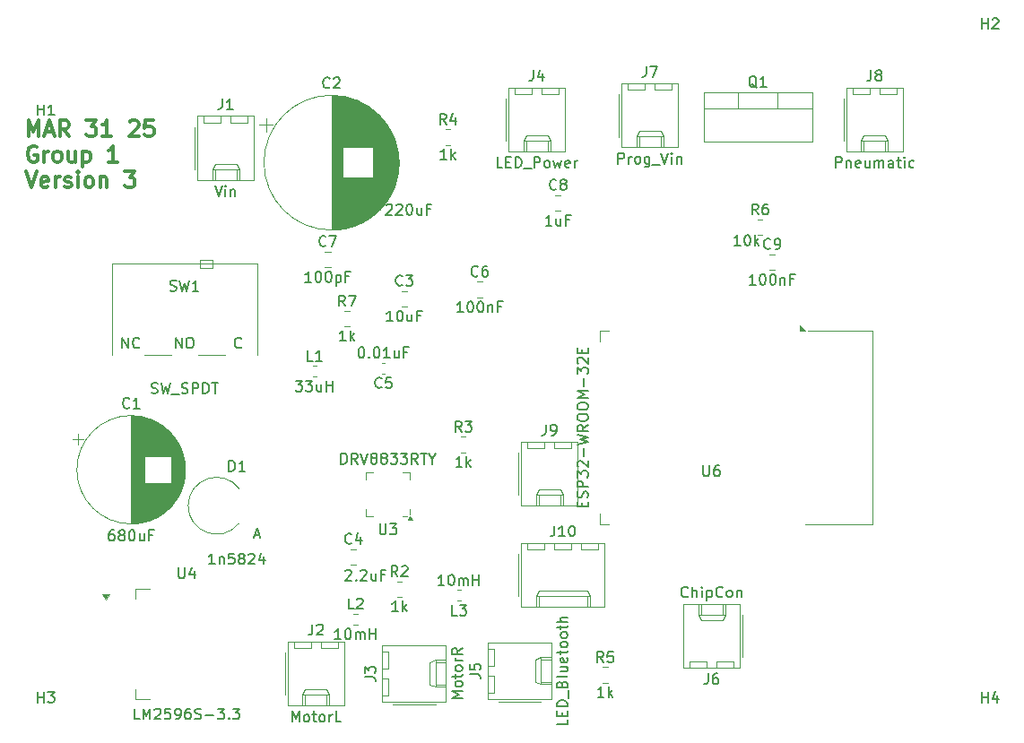
<source format=gbr>
%TF.GenerationSoftware,KiCad,Pcbnew,8.0.8*%
%TF.CreationDate,2025-03-31T15:18:46-05:00*%
%TF.ProjectId,group1_battlebot,67726f75-7031-45f6-9261-74746c65626f,rev?*%
%TF.SameCoordinates,Original*%
%TF.FileFunction,Legend,Top*%
%TF.FilePolarity,Positive*%
%FSLAX46Y46*%
G04 Gerber Fmt 4.6, Leading zero omitted, Abs format (unit mm)*
G04 Created by KiCad (PCBNEW 8.0.8) date 2025-03-31 15:18:46*
%MOMM*%
%LPD*%
G01*
G04 APERTURE LIST*
%ADD10C,0.300000*%
%ADD11C,0.150000*%
%ADD12C,0.120000*%
G04 APERTURE END LIST*
D10*
X33015710Y-51765396D02*
X33015710Y-50265396D01*
X33015710Y-50265396D02*
X33515710Y-51336825D01*
X33515710Y-51336825D02*
X34015710Y-50265396D01*
X34015710Y-50265396D02*
X34015710Y-51765396D01*
X34658568Y-51336825D02*
X35372854Y-51336825D01*
X34515711Y-51765396D02*
X35015711Y-50265396D01*
X35015711Y-50265396D02*
X35515711Y-51765396D01*
X36872853Y-51765396D02*
X36372853Y-51051110D01*
X36015710Y-51765396D02*
X36015710Y-50265396D01*
X36015710Y-50265396D02*
X36587139Y-50265396D01*
X36587139Y-50265396D02*
X36729996Y-50336825D01*
X36729996Y-50336825D02*
X36801425Y-50408253D01*
X36801425Y-50408253D02*
X36872853Y-50551110D01*
X36872853Y-50551110D02*
X36872853Y-50765396D01*
X36872853Y-50765396D02*
X36801425Y-50908253D01*
X36801425Y-50908253D02*
X36729996Y-50979682D01*
X36729996Y-50979682D02*
X36587139Y-51051110D01*
X36587139Y-51051110D02*
X36015710Y-51051110D01*
X38515710Y-50265396D02*
X39444282Y-50265396D01*
X39444282Y-50265396D02*
X38944282Y-50836825D01*
X38944282Y-50836825D02*
X39158567Y-50836825D01*
X39158567Y-50836825D02*
X39301425Y-50908253D01*
X39301425Y-50908253D02*
X39372853Y-50979682D01*
X39372853Y-50979682D02*
X39444282Y-51122539D01*
X39444282Y-51122539D02*
X39444282Y-51479682D01*
X39444282Y-51479682D02*
X39372853Y-51622539D01*
X39372853Y-51622539D02*
X39301425Y-51693968D01*
X39301425Y-51693968D02*
X39158567Y-51765396D01*
X39158567Y-51765396D02*
X38729996Y-51765396D01*
X38729996Y-51765396D02*
X38587139Y-51693968D01*
X38587139Y-51693968D02*
X38515710Y-51622539D01*
X40872853Y-51765396D02*
X40015710Y-51765396D01*
X40444281Y-51765396D02*
X40444281Y-50265396D01*
X40444281Y-50265396D02*
X40301424Y-50479682D01*
X40301424Y-50479682D02*
X40158567Y-50622539D01*
X40158567Y-50622539D02*
X40015710Y-50693968D01*
X42587138Y-50408253D02*
X42658566Y-50336825D01*
X42658566Y-50336825D02*
X42801424Y-50265396D01*
X42801424Y-50265396D02*
X43158566Y-50265396D01*
X43158566Y-50265396D02*
X43301424Y-50336825D01*
X43301424Y-50336825D02*
X43372852Y-50408253D01*
X43372852Y-50408253D02*
X43444281Y-50551110D01*
X43444281Y-50551110D02*
X43444281Y-50693968D01*
X43444281Y-50693968D02*
X43372852Y-50908253D01*
X43372852Y-50908253D02*
X42515709Y-51765396D01*
X42515709Y-51765396D02*
X43444281Y-51765396D01*
X44801423Y-50265396D02*
X44087137Y-50265396D01*
X44087137Y-50265396D02*
X44015709Y-50979682D01*
X44015709Y-50979682D02*
X44087137Y-50908253D01*
X44087137Y-50908253D02*
X44229995Y-50836825D01*
X44229995Y-50836825D02*
X44587137Y-50836825D01*
X44587137Y-50836825D02*
X44729995Y-50908253D01*
X44729995Y-50908253D02*
X44801423Y-50979682D01*
X44801423Y-50979682D02*
X44872852Y-51122539D01*
X44872852Y-51122539D02*
X44872852Y-51479682D01*
X44872852Y-51479682D02*
X44801423Y-51622539D01*
X44801423Y-51622539D02*
X44729995Y-51693968D01*
X44729995Y-51693968D02*
X44587137Y-51765396D01*
X44587137Y-51765396D02*
X44229995Y-51765396D01*
X44229995Y-51765396D02*
X44087137Y-51693968D01*
X44087137Y-51693968D02*
X44015709Y-51622539D01*
X33801425Y-52751741D02*
X33658568Y-52680312D01*
X33658568Y-52680312D02*
X33444282Y-52680312D01*
X33444282Y-52680312D02*
X33229996Y-52751741D01*
X33229996Y-52751741D02*
X33087139Y-52894598D01*
X33087139Y-52894598D02*
X33015710Y-53037455D01*
X33015710Y-53037455D02*
X32944282Y-53323169D01*
X32944282Y-53323169D02*
X32944282Y-53537455D01*
X32944282Y-53537455D02*
X33015710Y-53823169D01*
X33015710Y-53823169D02*
X33087139Y-53966026D01*
X33087139Y-53966026D02*
X33229996Y-54108884D01*
X33229996Y-54108884D02*
X33444282Y-54180312D01*
X33444282Y-54180312D02*
X33587139Y-54180312D01*
X33587139Y-54180312D02*
X33801425Y-54108884D01*
X33801425Y-54108884D02*
X33872853Y-54037455D01*
X33872853Y-54037455D02*
X33872853Y-53537455D01*
X33872853Y-53537455D02*
X33587139Y-53537455D01*
X34515710Y-54180312D02*
X34515710Y-53180312D01*
X34515710Y-53466026D02*
X34587139Y-53323169D01*
X34587139Y-53323169D02*
X34658568Y-53251741D01*
X34658568Y-53251741D02*
X34801425Y-53180312D01*
X34801425Y-53180312D02*
X34944282Y-53180312D01*
X35658567Y-54180312D02*
X35515710Y-54108884D01*
X35515710Y-54108884D02*
X35444281Y-54037455D01*
X35444281Y-54037455D02*
X35372853Y-53894598D01*
X35372853Y-53894598D02*
X35372853Y-53466026D01*
X35372853Y-53466026D02*
X35444281Y-53323169D01*
X35444281Y-53323169D02*
X35515710Y-53251741D01*
X35515710Y-53251741D02*
X35658567Y-53180312D01*
X35658567Y-53180312D02*
X35872853Y-53180312D01*
X35872853Y-53180312D02*
X36015710Y-53251741D01*
X36015710Y-53251741D02*
X36087139Y-53323169D01*
X36087139Y-53323169D02*
X36158567Y-53466026D01*
X36158567Y-53466026D02*
X36158567Y-53894598D01*
X36158567Y-53894598D02*
X36087139Y-54037455D01*
X36087139Y-54037455D02*
X36015710Y-54108884D01*
X36015710Y-54108884D02*
X35872853Y-54180312D01*
X35872853Y-54180312D02*
X35658567Y-54180312D01*
X37444282Y-53180312D02*
X37444282Y-54180312D01*
X36801424Y-53180312D02*
X36801424Y-53966026D01*
X36801424Y-53966026D02*
X36872853Y-54108884D01*
X36872853Y-54108884D02*
X37015710Y-54180312D01*
X37015710Y-54180312D02*
X37229996Y-54180312D01*
X37229996Y-54180312D02*
X37372853Y-54108884D01*
X37372853Y-54108884D02*
X37444282Y-54037455D01*
X38158567Y-53180312D02*
X38158567Y-54680312D01*
X38158567Y-53251741D02*
X38301425Y-53180312D01*
X38301425Y-53180312D02*
X38587139Y-53180312D01*
X38587139Y-53180312D02*
X38729996Y-53251741D01*
X38729996Y-53251741D02*
X38801425Y-53323169D01*
X38801425Y-53323169D02*
X38872853Y-53466026D01*
X38872853Y-53466026D02*
X38872853Y-53894598D01*
X38872853Y-53894598D02*
X38801425Y-54037455D01*
X38801425Y-54037455D02*
X38729996Y-54108884D01*
X38729996Y-54108884D02*
X38587139Y-54180312D01*
X38587139Y-54180312D02*
X38301425Y-54180312D01*
X38301425Y-54180312D02*
X38158567Y-54108884D01*
X41444282Y-54180312D02*
X40587139Y-54180312D01*
X41015710Y-54180312D02*
X41015710Y-52680312D01*
X41015710Y-52680312D02*
X40872853Y-52894598D01*
X40872853Y-52894598D02*
X40729996Y-53037455D01*
X40729996Y-53037455D02*
X40587139Y-53108884D01*
X32801425Y-55095228D02*
X33301425Y-56595228D01*
X33301425Y-56595228D02*
X33801425Y-55095228D01*
X34872853Y-56523800D02*
X34729996Y-56595228D01*
X34729996Y-56595228D02*
X34444282Y-56595228D01*
X34444282Y-56595228D02*
X34301424Y-56523800D01*
X34301424Y-56523800D02*
X34229996Y-56380942D01*
X34229996Y-56380942D02*
X34229996Y-55809514D01*
X34229996Y-55809514D02*
X34301424Y-55666657D01*
X34301424Y-55666657D02*
X34444282Y-55595228D01*
X34444282Y-55595228D02*
X34729996Y-55595228D01*
X34729996Y-55595228D02*
X34872853Y-55666657D01*
X34872853Y-55666657D02*
X34944282Y-55809514D01*
X34944282Y-55809514D02*
X34944282Y-55952371D01*
X34944282Y-55952371D02*
X34229996Y-56095228D01*
X35587138Y-56595228D02*
X35587138Y-55595228D01*
X35587138Y-55880942D02*
X35658567Y-55738085D01*
X35658567Y-55738085D02*
X35729996Y-55666657D01*
X35729996Y-55666657D02*
X35872853Y-55595228D01*
X35872853Y-55595228D02*
X36015710Y-55595228D01*
X36444281Y-56523800D02*
X36587138Y-56595228D01*
X36587138Y-56595228D02*
X36872852Y-56595228D01*
X36872852Y-56595228D02*
X37015709Y-56523800D01*
X37015709Y-56523800D02*
X37087138Y-56380942D01*
X37087138Y-56380942D02*
X37087138Y-56309514D01*
X37087138Y-56309514D02*
X37015709Y-56166657D01*
X37015709Y-56166657D02*
X36872852Y-56095228D01*
X36872852Y-56095228D02*
X36658567Y-56095228D01*
X36658567Y-56095228D02*
X36515709Y-56023800D01*
X36515709Y-56023800D02*
X36444281Y-55880942D01*
X36444281Y-55880942D02*
X36444281Y-55809514D01*
X36444281Y-55809514D02*
X36515709Y-55666657D01*
X36515709Y-55666657D02*
X36658567Y-55595228D01*
X36658567Y-55595228D02*
X36872852Y-55595228D01*
X36872852Y-55595228D02*
X37015709Y-55666657D01*
X37729995Y-56595228D02*
X37729995Y-55595228D01*
X37729995Y-55095228D02*
X37658567Y-55166657D01*
X37658567Y-55166657D02*
X37729995Y-55238085D01*
X37729995Y-55238085D02*
X37801424Y-55166657D01*
X37801424Y-55166657D02*
X37729995Y-55095228D01*
X37729995Y-55095228D02*
X37729995Y-55238085D01*
X38658567Y-56595228D02*
X38515710Y-56523800D01*
X38515710Y-56523800D02*
X38444281Y-56452371D01*
X38444281Y-56452371D02*
X38372853Y-56309514D01*
X38372853Y-56309514D02*
X38372853Y-55880942D01*
X38372853Y-55880942D02*
X38444281Y-55738085D01*
X38444281Y-55738085D02*
X38515710Y-55666657D01*
X38515710Y-55666657D02*
X38658567Y-55595228D01*
X38658567Y-55595228D02*
X38872853Y-55595228D01*
X38872853Y-55595228D02*
X39015710Y-55666657D01*
X39015710Y-55666657D02*
X39087139Y-55738085D01*
X39087139Y-55738085D02*
X39158567Y-55880942D01*
X39158567Y-55880942D02*
X39158567Y-56309514D01*
X39158567Y-56309514D02*
X39087139Y-56452371D01*
X39087139Y-56452371D02*
X39015710Y-56523800D01*
X39015710Y-56523800D02*
X38872853Y-56595228D01*
X38872853Y-56595228D02*
X38658567Y-56595228D01*
X39801424Y-55595228D02*
X39801424Y-56595228D01*
X39801424Y-55738085D02*
X39872853Y-55666657D01*
X39872853Y-55666657D02*
X40015710Y-55595228D01*
X40015710Y-55595228D02*
X40229996Y-55595228D01*
X40229996Y-55595228D02*
X40372853Y-55666657D01*
X40372853Y-55666657D02*
X40444282Y-55809514D01*
X40444282Y-55809514D02*
X40444282Y-56595228D01*
X42158567Y-55095228D02*
X43087139Y-55095228D01*
X43087139Y-55095228D02*
X42587139Y-55666657D01*
X42587139Y-55666657D02*
X42801424Y-55666657D01*
X42801424Y-55666657D02*
X42944282Y-55738085D01*
X42944282Y-55738085D02*
X43015710Y-55809514D01*
X43015710Y-55809514D02*
X43087139Y-55952371D01*
X43087139Y-55952371D02*
X43087139Y-56309514D01*
X43087139Y-56309514D02*
X43015710Y-56452371D01*
X43015710Y-56452371D02*
X42944282Y-56523800D01*
X42944282Y-56523800D02*
X42801424Y-56595228D01*
X42801424Y-56595228D02*
X42372853Y-56595228D01*
X42372853Y-56595228D02*
X42229996Y-56523800D01*
X42229996Y-56523800D02*
X42158567Y-56452371D01*
D11*
X91360666Y-45144219D02*
X91360666Y-45858504D01*
X91360666Y-45858504D02*
X91313047Y-46001361D01*
X91313047Y-46001361D02*
X91217809Y-46096600D01*
X91217809Y-46096600D02*
X91074952Y-46144219D01*
X91074952Y-46144219D02*
X90979714Y-46144219D01*
X91741619Y-45144219D02*
X92408285Y-45144219D01*
X92408285Y-45144219D02*
X91979714Y-46144219D01*
X88717809Y-54344219D02*
X88717809Y-53344219D01*
X88717809Y-53344219D02*
X89098761Y-53344219D01*
X89098761Y-53344219D02*
X89193999Y-53391838D01*
X89193999Y-53391838D02*
X89241618Y-53439457D01*
X89241618Y-53439457D02*
X89289237Y-53534695D01*
X89289237Y-53534695D02*
X89289237Y-53677552D01*
X89289237Y-53677552D02*
X89241618Y-53772790D01*
X89241618Y-53772790D02*
X89193999Y-53820409D01*
X89193999Y-53820409D02*
X89098761Y-53868028D01*
X89098761Y-53868028D02*
X88717809Y-53868028D01*
X89717809Y-54344219D02*
X89717809Y-53677552D01*
X89717809Y-53868028D02*
X89765428Y-53772790D01*
X89765428Y-53772790D02*
X89813047Y-53725171D01*
X89813047Y-53725171D02*
X89908285Y-53677552D01*
X89908285Y-53677552D02*
X90003523Y-53677552D01*
X90479714Y-54344219D02*
X90384476Y-54296600D01*
X90384476Y-54296600D02*
X90336857Y-54248980D01*
X90336857Y-54248980D02*
X90289238Y-54153742D01*
X90289238Y-54153742D02*
X90289238Y-53868028D01*
X90289238Y-53868028D02*
X90336857Y-53772790D01*
X90336857Y-53772790D02*
X90384476Y-53725171D01*
X90384476Y-53725171D02*
X90479714Y-53677552D01*
X90479714Y-53677552D02*
X90622571Y-53677552D01*
X90622571Y-53677552D02*
X90717809Y-53725171D01*
X90717809Y-53725171D02*
X90765428Y-53772790D01*
X90765428Y-53772790D02*
X90813047Y-53868028D01*
X90813047Y-53868028D02*
X90813047Y-54153742D01*
X90813047Y-54153742D02*
X90765428Y-54248980D01*
X90765428Y-54248980D02*
X90717809Y-54296600D01*
X90717809Y-54296600D02*
X90622571Y-54344219D01*
X90622571Y-54344219D02*
X90479714Y-54344219D01*
X91670190Y-53677552D02*
X91670190Y-54487076D01*
X91670190Y-54487076D02*
X91622571Y-54582314D01*
X91622571Y-54582314D02*
X91574952Y-54629933D01*
X91574952Y-54629933D02*
X91479714Y-54677552D01*
X91479714Y-54677552D02*
X91336857Y-54677552D01*
X91336857Y-54677552D02*
X91241619Y-54629933D01*
X91670190Y-54296600D02*
X91574952Y-54344219D01*
X91574952Y-54344219D02*
X91384476Y-54344219D01*
X91384476Y-54344219D02*
X91289238Y-54296600D01*
X91289238Y-54296600D02*
X91241619Y-54248980D01*
X91241619Y-54248980D02*
X91194000Y-54153742D01*
X91194000Y-54153742D02*
X91194000Y-53868028D01*
X91194000Y-53868028D02*
X91241619Y-53772790D01*
X91241619Y-53772790D02*
X91289238Y-53725171D01*
X91289238Y-53725171D02*
X91384476Y-53677552D01*
X91384476Y-53677552D02*
X91574952Y-53677552D01*
X91574952Y-53677552D02*
X91670190Y-53725171D01*
X91908286Y-54439457D02*
X92670190Y-54439457D01*
X92765429Y-53344219D02*
X93098762Y-54344219D01*
X93098762Y-54344219D02*
X93432095Y-53344219D01*
X93765429Y-54344219D02*
X93765429Y-53677552D01*
X93765429Y-53344219D02*
X93717810Y-53391838D01*
X93717810Y-53391838D02*
X93765429Y-53439457D01*
X93765429Y-53439457D02*
X93813048Y-53391838D01*
X93813048Y-53391838D02*
X93765429Y-53344219D01*
X93765429Y-53344219D02*
X93765429Y-53439457D01*
X94241619Y-53677552D02*
X94241619Y-54344219D01*
X94241619Y-53772790D02*
X94289238Y-53725171D01*
X94289238Y-53725171D02*
X94384476Y-53677552D01*
X94384476Y-53677552D02*
X94527333Y-53677552D01*
X94527333Y-53677552D02*
X94622571Y-53725171D01*
X94622571Y-53725171D02*
X94670190Y-53820409D01*
X94670190Y-53820409D02*
X94670190Y-54344219D01*
X42561456Y-77370780D02*
X42513837Y-77418400D01*
X42513837Y-77418400D02*
X42370980Y-77466019D01*
X42370980Y-77466019D02*
X42275742Y-77466019D01*
X42275742Y-77466019D02*
X42132885Y-77418400D01*
X42132885Y-77418400D02*
X42037647Y-77323161D01*
X42037647Y-77323161D02*
X41990028Y-77227923D01*
X41990028Y-77227923D02*
X41942409Y-77037447D01*
X41942409Y-77037447D02*
X41942409Y-76894590D01*
X41942409Y-76894590D02*
X41990028Y-76704114D01*
X41990028Y-76704114D02*
X42037647Y-76608876D01*
X42037647Y-76608876D02*
X42132885Y-76513638D01*
X42132885Y-76513638D02*
X42275742Y-76466019D01*
X42275742Y-76466019D02*
X42370980Y-76466019D01*
X42370980Y-76466019D02*
X42513837Y-76513638D01*
X42513837Y-76513638D02*
X42561456Y-76561257D01*
X43513837Y-77466019D02*
X42942409Y-77466019D01*
X43228123Y-77466019D02*
X43228123Y-76466019D01*
X43228123Y-76466019D02*
X43132885Y-76608876D01*
X43132885Y-76608876D02*
X43037647Y-76704114D01*
X43037647Y-76704114D02*
X42942409Y-76751733D01*
X41085265Y-88966019D02*
X40894789Y-88966019D01*
X40894789Y-88966019D02*
X40799551Y-89013638D01*
X40799551Y-89013638D02*
X40751932Y-89061257D01*
X40751932Y-89061257D02*
X40656694Y-89204114D01*
X40656694Y-89204114D02*
X40609075Y-89394590D01*
X40609075Y-89394590D02*
X40609075Y-89775542D01*
X40609075Y-89775542D02*
X40656694Y-89870780D01*
X40656694Y-89870780D02*
X40704313Y-89918400D01*
X40704313Y-89918400D02*
X40799551Y-89966019D01*
X40799551Y-89966019D02*
X40990027Y-89966019D01*
X40990027Y-89966019D02*
X41085265Y-89918400D01*
X41085265Y-89918400D02*
X41132884Y-89870780D01*
X41132884Y-89870780D02*
X41180503Y-89775542D01*
X41180503Y-89775542D02*
X41180503Y-89537447D01*
X41180503Y-89537447D02*
X41132884Y-89442209D01*
X41132884Y-89442209D02*
X41085265Y-89394590D01*
X41085265Y-89394590D02*
X40990027Y-89346971D01*
X40990027Y-89346971D02*
X40799551Y-89346971D01*
X40799551Y-89346971D02*
X40704313Y-89394590D01*
X40704313Y-89394590D02*
X40656694Y-89442209D01*
X40656694Y-89442209D02*
X40609075Y-89537447D01*
X41751932Y-89394590D02*
X41656694Y-89346971D01*
X41656694Y-89346971D02*
X41609075Y-89299352D01*
X41609075Y-89299352D02*
X41561456Y-89204114D01*
X41561456Y-89204114D02*
X41561456Y-89156495D01*
X41561456Y-89156495D02*
X41609075Y-89061257D01*
X41609075Y-89061257D02*
X41656694Y-89013638D01*
X41656694Y-89013638D02*
X41751932Y-88966019D01*
X41751932Y-88966019D02*
X41942408Y-88966019D01*
X41942408Y-88966019D02*
X42037646Y-89013638D01*
X42037646Y-89013638D02*
X42085265Y-89061257D01*
X42085265Y-89061257D02*
X42132884Y-89156495D01*
X42132884Y-89156495D02*
X42132884Y-89204114D01*
X42132884Y-89204114D02*
X42085265Y-89299352D01*
X42085265Y-89299352D02*
X42037646Y-89346971D01*
X42037646Y-89346971D02*
X41942408Y-89394590D01*
X41942408Y-89394590D02*
X41751932Y-89394590D01*
X41751932Y-89394590D02*
X41656694Y-89442209D01*
X41656694Y-89442209D02*
X41609075Y-89489828D01*
X41609075Y-89489828D02*
X41561456Y-89585066D01*
X41561456Y-89585066D02*
X41561456Y-89775542D01*
X41561456Y-89775542D02*
X41609075Y-89870780D01*
X41609075Y-89870780D02*
X41656694Y-89918400D01*
X41656694Y-89918400D02*
X41751932Y-89966019D01*
X41751932Y-89966019D02*
X41942408Y-89966019D01*
X41942408Y-89966019D02*
X42037646Y-89918400D01*
X42037646Y-89918400D02*
X42085265Y-89870780D01*
X42085265Y-89870780D02*
X42132884Y-89775542D01*
X42132884Y-89775542D02*
X42132884Y-89585066D01*
X42132884Y-89585066D02*
X42085265Y-89489828D01*
X42085265Y-89489828D02*
X42037646Y-89442209D01*
X42037646Y-89442209D02*
X41942408Y-89394590D01*
X42751932Y-88966019D02*
X42847170Y-88966019D01*
X42847170Y-88966019D02*
X42942408Y-89013638D01*
X42942408Y-89013638D02*
X42990027Y-89061257D01*
X42990027Y-89061257D02*
X43037646Y-89156495D01*
X43037646Y-89156495D02*
X43085265Y-89346971D01*
X43085265Y-89346971D02*
X43085265Y-89585066D01*
X43085265Y-89585066D02*
X43037646Y-89775542D01*
X43037646Y-89775542D02*
X42990027Y-89870780D01*
X42990027Y-89870780D02*
X42942408Y-89918400D01*
X42942408Y-89918400D02*
X42847170Y-89966019D01*
X42847170Y-89966019D02*
X42751932Y-89966019D01*
X42751932Y-89966019D02*
X42656694Y-89918400D01*
X42656694Y-89918400D02*
X42609075Y-89870780D01*
X42609075Y-89870780D02*
X42561456Y-89775542D01*
X42561456Y-89775542D02*
X42513837Y-89585066D01*
X42513837Y-89585066D02*
X42513837Y-89346971D01*
X42513837Y-89346971D02*
X42561456Y-89156495D01*
X42561456Y-89156495D02*
X42609075Y-89061257D01*
X42609075Y-89061257D02*
X42656694Y-89013638D01*
X42656694Y-89013638D02*
X42751932Y-88966019D01*
X43942408Y-89299352D02*
X43942408Y-89966019D01*
X43513837Y-89299352D02*
X43513837Y-89823161D01*
X43513837Y-89823161D02*
X43561456Y-89918400D01*
X43561456Y-89918400D02*
X43656694Y-89966019D01*
X43656694Y-89966019D02*
X43799551Y-89966019D01*
X43799551Y-89966019D02*
X43894789Y-89918400D01*
X43894789Y-89918400D02*
X43942408Y-89870780D01*
X44751932Y-89442209D02*
X44418599Y-89442209D01*
X44418599Y-89966019D02*
X44418599Y-88966019D01*
X44418599Y-88966019D02*
X44894789Y-88966019D01*
X61477374Y-47113980D02*
X61429755Y-47161600D01*
X61429755Y-47161600D02*
X61286898Y-47209219D01*
X61286898Y-47209219D02*
X61191660Y-47209219D01*
X61191660Y-47209219D02*
X61048803Y-47161600D01*
X61048803Y-47161600D02*
X60953565Y-47066361D01*
X60953565Y-47066361D02*
X60905946Y-46971123D01*
X60905946Y-46971123D02*
X60858327Y-46780647D01*
X60858327Y-46780647D02*
X60858327Y-46637790D01*
X60858327Y-46637790D02*
X60905946Y-46447314D01*
X60905946Y-46447314D02*
X60953565Y-46352076D01*
X60953565Y-46352076D02*
X61048803Y-46256838D01*
X61048803Y-46256838D02*
X61191660Y-46209219D01*
X61191660Y-46209219D02*
X61286898Y-46209219D01*
X61286898Y-46209219D02*
X61429755Y-46256838D01*
X61429755Y-46256838D02*
X61477374Y-46304457D01*
X61858327Y-46304457D02*
X61905946Y-46256838D01*
X61905946Y-46256838D02*
X62001184Y-46209219D01*
X62001184Y-46209219D02*
X62239279Y-46209219D01*
X62239279Y-46209219D02*
X62334517Y-46256838D01*
X62334517Y-46256838D02*
X62382136Y-46304457D01*
X62382136Y-46304457D02*
X62429755Y-46399695D01*
X62429755Y-46399695D02*
X62429755Y-46494933D01*
X62429755Y-46494933D02*
X62382136Y-46637790D01*
X62382136Y-46637790D02*
X61810708Y-47209219D01*
X61810708Y-47209219D02*
X62429755Y-47209219D01*
X66816552Y-58274857D02*
X66864171Y-58227238D01*
X66864171Y-58227238D02*
X66959409Y-58179619D01*
X66959409Y-58179619D02*
X67197504Y-58179619D01*
X67197504Y-58179619D02*
X67292742Y-58227238D01*
X67292742Y-58227238D02*
X67340361Y-58274857D01*
X67340361Y-58274857D02*
X67387980Y-58370095D01*
X67387980Y-58370095D02*
X67387980Y-58465333D01*
X67387980Y-58465333D02*
X67340361Y-58608190D01*
X67340361Y-58608190D02*
X66768933Y-59179619D01*
X66768933Y-59179619D02*
X67387980Y-59179619D01*
X67768933Y-58274857D02*
X67816552Y-58227238D01*
X67816552Y-58227238D02*
X67911790Y-58179619D01*
X67911790Y-58179619D02*
X68149885Y-58179619D01*
X68149885Y-58179619D02*
X68245123Y-58227238D01*
X68245123Y-58227238D02*
X68292742Y-58274857D01*
X68292742Y-58274857D02*
X68340361Y-58370095D01*
X68340361Y-58370095D02*
X68340361Y-58465333D01*
X68340361Y-58465333D02*
X68292742Y-58608190D01*
X68292742Y-58608190D02*
X67721314Y-59179619D01*
X67721314Y-59179619D02*
X68340361Y-59179619D01*
X68959409Y-58179619D02*
X69054647Y-58179619D01*
X69054647Y-58179619D02*
X69149885Y-58227238D01*
X69149885Y-58227238D02*
X69197504Y-58274857D01*
X69197504Y-58274857D02*
X69245123Y-58370095D01*
X69245123Y-58370095D02*
X69292742Y-58560571D01*
X69292742Y-58560571D02*
X69292742Y-58798666D01*
X69292742Y-58798666D02*
X69245123Y-58989142D01*
X69245123Y-58989142D02*
X69197504Y-59084380D01*
X69197504Y-59084380D02*
X69149885Y-59132000D01*
X69149885Y-59132000D02*
X69054647Y-59179619D01*
X69054647Y-59179619D02*
X68959409Y-59179619D01*
X68959409Y-59179619D02*
X68864171Y-59132000D01*
X68864171Y-59132000D02*
X68816552Y-59084380D01*
X68816552Y-59084380D02*
X68768933Y-58989142D01*
X68768933Y-58989142D02*
X68721314Y-58798666D01*
X68721314Y-58798666D02*
X68721314Y-58560571D01*
X68721314Y-58560571D02*
X68768933Y-58370095D01*
X68768933Y-58370095D02*
X68816552Y-58274857D01*
X68816552Y-58274857D02*
X68864171Y-58227238D01*
X68864171Y-58227238D02*
X68959409Y-58179619D01*
X70149885Y-58512952D02*
X70149885Y-59179619D01*
X69721314Y-58512952D02*
X69721314Y-59036761D01*
X69721314Y-59036761D02*
X69768933Y-59132000D01*
X69768933Y-59132000D02*
X69864171Y-59179619D01*
X69864171Y-59179619D02*
X70007028Y-59179619D01*
X70007028Y-59179619D02*
X70102266Y-59132000D01*
X70102266Y-59132000D02*
X70149885Y-59084380D01*
X70959409Y-58655809D02*
X70626076Y-58655809D01*
X70626076Y-59179619D02*
X70626076Y-58179619D01*
X70626076Y-58179619D02*
X71102266Y-58179619D01*
X73925133Y-79678419D02*
X73591800Y-79202228D01*
X73353705Y-79678419D02*
X73353705Y-78678419D01*
X73353705Y-78678419D02*
X73734657Y-78678419D01*
X73734657Y-78678419D02*
X73829895Y-78726038D01*
X73829895Y-78726038D02*
X73877514Y-78773657D01*
X73877514Y-78773657D02*
X73925133Y-78868895D01*
X73925133Y-78868895D02*
X73925133Y-79011752D01*
X73925133Y-79011752D02*
X73877514Y-79106990D01*
X73877514Y-79106990D02*
X73829895Y-79154609D01*
X73829895Y-79154609D02*
X73734657Y-79202228D01*
X73734657Y-79202228D02*
X73353705Y-79202228D01*
X74258467Y-78678419D02*
X74877514Y-78678419D01*
X74877514Y-78678419D02*
X74544181Y-79059371D01*
X74544181Y-79059371D02*
X74687038Y-79059371D01*
X74687038Y-79059371D02*
X74782276Y-79106990D01*
X74782276Y-79106990D02*
X74829895Y-79154609D01*
X74829895Y-79154609D02*
X74877514Y-79249847D01*
X74877514Y-79249847D02*
X74877514Y-79487942D01*
X74877514Y-79487942D02*
X74829895Y-79583180D01*
X74829895Y-79583180D02*
X74782276Y-79630800D01*
X74782276Y-79630800D02*
X74687038Y-79678419D01*
X74687038Y-79678419D02*
X74401324Y-79678419D01*
X74401324Y-79678419D02*
X74306086Y-79630800D01*
X74306086Y-79630800D02*
X74258467Y-79583180D01*
X73972752Y-82978419D02*
X73401324Y-82978419D01*
X73687038Y-82978419D02*
X73687038Y-81978419D01*
X73687038Y-81978419D02*
X73591800Y-82121276D01*
X73591800Y-82121276D02*
X73496562Y-82216514D01*
X73496562Y-82216514D02*
X73401324Y-82264133D01*
X74401324Y-82978419D02*
X74401324Y-81978419D01*
X74496562Y-82597466D02*
X74782276Y-82978419D01*
X74782276Y-82311752D02*
X74401324Y-82692704D01*
X73507333Y-97033219D02*
X73031143Y-97033219D01*
X73031143Y-97033219D02*
X73031143Y-96033219D01*
X73745429Y-96033219D02*
X74364476Y-96033219D01*
X74364476Y-96033219D02*
X74031143Y-96414171D01*
X74031143Y-96414171D02*
X74174000Y-96414171D01*
X74174000Y-96414171D02*
X74269238Y-96461790D01*
X74269238Y-96461790D02*
X74316857Y-96509409D01*
X74316857Y-96509409D02*
X74364476Y-96604647D01*
X74364476Y-96604647D02*
X74364476Y-96842742D01*
X74364476Y-96842742D02*
X74316857Y-96937980D01*
X74316857Y-96937980D02*
X74269238Y-96985600D01*
X74269238Y-96985600D02*
X74174000Y-97033219D01*
X74174000Y-97033219D02*
X73888286Y-97033219D01*
X73888286Y-97033219D02*
X73793048Y-96985600D01*
X73793048Y-96985600D02*
X73745429Y-96937980D01*
X72293047Y-94173219D02*
X71721619Y-94173219D01*
X72007333Y-94173219D02*
X72007333Y-93173219D01*
X72007333Y-93173219D02*
X71912095Y-93316076D01*
X71912095Y-93316076D02*
X71816857Y-93411314D01*
X71816857Y-93411314D02*
X71721619Y-93458933D01*
X72912095Y-93173219D02*
X73007333Y-93173219D01*
X73007333Y-93173219D02*
X73102571Y-93220838D01*
X73102571Y-93220838D02*
X73150190Y-93268457D01*
X73150190Y-93268457D02*
X73197809Y-93363695D01*
X73197809Y-93363695D02*
X73245428Y-93554171D01*
X73245428Y-93554171D02*
X73245428Y-93792266D01*
X73245428Y-93792266D02*
X73197809Y-93982742D01*
X73197809Y-93982742D02*
X73150190Y-94077980D01*
X73150190Y-94077980D02*
X73102571Y-94125600D01*
X73102571Y-94125600D02*
X73007333Y-94173219D01*
X73007333Y-94173219D02*
X72912095Y-94173219D01*
X72912095Y-94173219D02*
X72816857Y-94125600D01*
X72816857Y-94125600D02*
X72769238Y-94077980D01*
X72769238Y-94077980D02*
X72721619Y-93982742D01*
X72721619Y-93982742D02*
X72674000Y-93792266D01*
X72674000Y-93792266D02*
X72674000Y-93554171D01*
X72674000Y-93554171D02*
X72721619Y-93363695D01*
X72721619Y-93363695D02*
X72769238Y-93268457D01*
X72769238Y-93268457D02*
X72816857Y-93220838D01*
X72816857Y-93220838D02*
X72912095Y-93173219D01*
X73674000Y-94173219D02*
X73674000Y-93506552D01*
X73674000Y-93601790D02*
X73721619Y-93554171D01*
X73721619Y-93554171D02*
X73816857Y-93506552D01*
X73816857Y-93506552D02*
X73959714Y-93506552D01*
X73959714Y-93506552D02*
X74054952Y-93554171D01*
X74054952Y-93554171D02*
X74102571Y-93649409D01*
X74102571Y-93649409D02*
X74102571Y-94173219D01*
X74102571Y-93649409D02*
X74150190Y-93554171D01*
X74150190Y-93554171D02*
X74245428Y-93506552D01*
X74245428Y-93506552D02*
X74388285Y-93506552D01*
X74388285Y-93506552D02*
X74483524Y-93554171D01*
X74483524Y-93554171D02*
X74531143Y-93649409D01*
X74531143Y-93649409D02*
X74531143Y-94173219D01*
X75007333Y-94173219D02*
X75007333Y-93173219D01*
X75007333Y-93649409D02*
X75578761Y-93649409D01*
X75578761Y-94173219D02*
X75578761Y-93173219D01*
X81886466Y-78997019D02*
X81886466Y-79711304D01*
X81886466Y-79711304D02*
X81838847Y-79854161D01*
X81838847Y-79854161D02*
X81743609Y-79949400D01*
X81743609Y-79949400D02*
X81600752Y-79997019D01*
X81600752Y-79997019D02*
X81505514Y-79997019D01*
X82410276Y-79997019D02*
X82600752Y-79997019D01*
X82600752Y-79997019D02*
X82695990Y-79949400D01*
X82695990Y-79949400D02*
X82743609Y-79901780D01*
X82743609Y-79901780D02*
X82838847Y-79758923D01*
X82838847Y-79758923D02*
X82886466Y-79568447D01*
X82886466Y-79568447D02*
X82886466Y-79187495D01*
X82886466Y-79187495D02*
X82838847Y-79092257D01*
X82838847Y-79092257D02*
X82791228Y-79044638D01*
X82791228Y-79044638D02*
X82695990Y-78997019D01*
X82695990Y-78997019D02*
X82505514Y-78997019D01*
X82505514Y-78997019D02*
X82410276Y-79044638D01*
X82410276Y-79044638D02*
X82362657Y-79092257D01*
X82362657Y-79092257D02*
X82315038Y-79187495D01*
X82315038Y-79187495D02*
X82315038Y-79425590D01*
X82315038Y-79425590D02*
X82362657Y-79520828D01*
X82362657Y-79520828D02*
X82410276Y-79568447D01*
X82410276Y-79568447D02*
X82505514Y-79616066D01*
X82505514Y-79616066D02*
X82695990Y-79616066D01*
X82695990Y-79616066D02*
X82791228Y-79568447D01*
X82791228Y-79568447D02*
X82838847Y-79520828D01*
X82838847Y-79520828D02*
X82886466Y-79425590D01*
X68337133Y-65786380D02*
X68289514Y-65834000D01*
X68289514Y-65834000D02*
X68146657Y-65881619D01*
X68146657Y-65881619D02*
X68051419Y-65881619D01*
X68051419Y-65881619D02*
X67908562Y-65834000D01*
X67908562Y-65834000D02*
X67813324Y-65738761D01*
X67813324Y-65738761D02*
X67765705Y-65643523D01*
X67765705Y-65643523D02*
X67718086Y-65453047D01*
X67718086Y-65453047D02*
X67718086Y-65310190D01*
X67718086Y-65310190D02*
X67765705Y-65119714D01*
X67765705Y-65119714D02*
X67813324Y-65024476D01*
X67813324Y-65024476D02*
X67908562Y-64929238D01*
X67908562Y-64929238D02*
X68051419Y-64881619D01*
X68051419Y-64881619D02*
X68146657Y-64881619D01*
X68146657Y-64881619D02*
X68289514Y-64929238D01*
X68289514Y-64929238D02*
X68337133Y-64976857D01*
X68670467Y-64881619D02*
X69289514Y-64881619D01*
X69289514Y-64881619D02*
X68956181Y-65262571D01*
X68956181Y-65262571D02*
X69099038Y-65262571D01*
X69099038Y-65262571D02*
X69194276Y-65310190D01*
X69194276Y-65310190D02*
X69241895Y-65357809D01*
X69241895Y-65357809D02*
X69289514Y-65453047D01*
X69289514Y-65453047D02*
X69289514Y-65691142D01*
X69289514Y-65691142D02*
X69241895Y-65786380D01*
X69241895Y-65786380D02*
X69194276Y-65834000D01*
X69194276Y-65834000D02*
X69099038Y-65881619D01*
X69099038Y-65881619D02*
X68813324Y-65881619D01*
X68813324Y-65881619D02*
X68718086Y-65834000D01*
X68718086Y-65834000D02*
X68670467Y-65786380D01*
X67432371Y-69241619D02*
X66860943Y-69241619D01*
X67146657Y-69241619D02*
X67146657Y-68241619D01*
X67146657Y-68241619D02*
X67051419Y-68384476D01*
X67051419Y-68384476D02*
X66956181Y-68479714D01*
X66956181Y-68479714D02*
X66860943Y-68527333D01*
X68051419Y-68241619D02*
X68146657Y-68241619D01*
X68146657Y-68241619D02*
X68241895Y-68289238D01*
X68241895Y-68289238D02*
X68289514Y-68336857D01*
X68289514Y-68336857D02*
X68337133Y-68432095D01*
X68337133Y-68432095D02*
X68384752Y-68622571D01*
X68384752Y-68622571D02*
X68384752Y-68860666D01*
X68384752Y-68860666D02*
X68337133Y-69051142D01*
X68337133Y-69051142D02*
X68289514Y-69146380D01*
X68289514Y-69146380D02*
X68241895Y-69194000D01*
X68241895Y-69194000D02*
X68146657Y-69241619D01*
X68146657Y-69241619D02*
X68051419Y-69241619D01*
X68051419Y-69241619D02*
X67956181Y-69194000D01*
X67956181Y-69194000D02*
X67908562Y-69146380D01*
X67908562Y-69146380D02*
X67860943Y-69051142D01*
X67860943Y-69051142D02*
X67813324Y-68860666D01*
X67813324Y-68860666D02*
X67813324Y-68622571D01*
X67813324Y-68622571D02*
X67860943Y-68432095D01*
X67860943Y-68432095D02*
X67908562Y-68336857D01*
X67908562Y-68336857D02*
X67956181Y-68289238D01*
X67956181Y-68289238D02*
X68051419Y-68241619D01*
X69241895Y-68574952D02*
X69241895Y-69241619D01*
X68813324Y-68574952D02*
X68813324Y-69098761D01*
X68813324Y-69098761D02*
X68860943Y-69194000D01*
X68860943Y-69194000D02*
X68956181Y-69241619D01*
X68956181Y-69241619D02*
X69099038Y-69241619D01*
X69099038Y-69241619D02*
X69194276Y-69194000D01*
X69194276Y-69194000D02*
X69241895Y-69146380D01*
X70051419Y-68717809D02*
X69718086Y-68717809D01*
X69718086Y-69241619D02*
X69718086Y-68241619D01*
X69718086Y-68241619D02*
X70194276Y-68241619D01*
X82869833Y-56743980D02*
X82822214Y-56791600D01*
X82822214Y-56791600D02*
X82679357Y-56839219D01*
X82679357Y-56839219D02*
X82584119Y-56839219D01*
X82584119Y-56839219D02*
X82441262Y-56791600D01*
X82441262Y-56791600D02*
X82346024Y-56696361D01*
X82346024Y-56696361D02*
X82298405Y-56601123D01*
X82298405Y-56601123D02*
X82250786Y-56410647D01*
X82250786Y-56410647D02*
X82250786Y-56267790D01*
X82250786Y-56267790D02*
X82298405Y-56077314D01*
X82298405Y-56077314D02*
X82346024Y-55982076D01*
X82346024Y-55982076D02*
X82441262Y-55886838D01*
X82441262Y-55886838D02*
X82584119Y-55839219D01*
X82584119Y-55839219D02*
X82679357Y-55839219D01*
X82679357Y-55839219D02*
X82822214Y-55886838D01*
X82822214Y-55886838D02*
X82869833Y-55934457D01*
X83441262Y-56267790D02*
X83346024Y-56220171D01*
X83346024Y-56220171D02*
X83298405Y-56172552D01*
X83298405Y-56172552D02*
X83250786Y-56077314D01*
X83250786Y-56077314D02*
X83250786Y-56029695D01*
X83250786Y-56029695D02*
X83298405Y-55934457D01*
X83298405Y-55934457D02*
X83346024Y-55886838D01*
X83346024Y-55886838D02*
X83441262Y-55839219D01*
X83441262Y-55839219D02*
X83631738Y-55839219D01*
X83631738Y-55839219D02*
X83726976Y-55886838D01*
X83726976Y-55886838D02*
X83774595Y-55934457D01*
X83774595Y-55934457D02*
X83822214Y-56029695D01*
X83822214Y-56029695D02*
X83822214Y-56077314D01*
X83822214Y-56077314D02*
X83774595Y-56172552D01*
X83774595Y-56172552D02*
X83726976Y-56220171D01*
X83726976Y-56220171D02*
X83631738Y-56267790D01*
X83631738Y-56267790D02*
X83441262Y-56267790D01*
X83441262Y-56267790D02*
X83346024Y-56315409D01*
X83346024Y-56315409D02*
X83298405Y-56363028D01*
X83298405Y-56363028D02*
X83250786Y-56458266D01*
X83250786Y-56458266D02*
X83250786Y-56648742D01*
X83250786Y-56648742D02*
X83298405Y-56743980D01*
X83298405Y-56743980D02*
X83346024Y-56791600D01*
X83346024Y-56791600D02*
X83441262Y-56839219D01*
X83441262Y-56839219D02*
X83631738Y-56839219D01*
X83631738Y-56839219D02*
X83726976Y-56791600D01*
X83726976Y-56791600D02*
X83774595Y-56743980D01*
X83774595Y-56743980D02*
X83822214Y-56648742D01*
X83822214Y-56648742D02*
X83822214Y-56458266D01*
X83822214Y-56458266D02*
X83774595Y-56363028D01*
X83774595Y-56363028D02*
X83726976Y-56315409D01*
X83726976Y-56315409D02*
X83631738Y-56267790D01*
X82441261Y-60199219D02*
X81869833Y-60199219D01*
X82155547Y-60199219D02*
X82155547Y-59199219D01*
X82155547Y-59199219D02*
X82060309Y-59342076D01*
X82060309Y-59342076D02*
X81965071Y-59437314D01*
X81965071Y-59437314D02*
X81869833Y-59484933D01*
X83298404Y-59532552D02*
X83298404Y-60199219D01*
X82869833Y-59532552D02*
X82869833Y-60056361D01*
X82869833Y-60056361D02*
X82917452Y-60151600D01*
X82917452Y-60151600D02*
X83012690Y-60199219D01*
X83012690Y-60199219D02*
X83155547Y-60199219D01*
X83155547Y-60199219D02*
X83250785Y-60151600D01*
X83250785Y-60151600D02*
X83298404Y-60103980D01*
X84107928Y-59675409D02*
X83774595Y-59675409D01*
X83774595Y-60199219D02*
X83774595Y-59199219D01*
X83774595Y-59199219D02*
X84250785Y-59199219D01*
X62942933Y-67791219D02*
X62609600Y-67315028D01*
X62371505Y-67791219D02*
X62371505Y-66791219D01*
X62371505Y-66791219D02*
X62752457Y-66791219D01*
X62752457Y-66791219D02*
X62847695Y-66838838D01*
X62847695Y-66838838D02*
X62895314Y-66886457D01*
X62895314Y-66886457D02*
X62942933Y-66981695D01*
X62942933Y-66981695D02*
X62942933Y-67124552D01*
X62942933Y-67124552D02*
X62895314Y-67219790D01*
X62895314Y-67219790D02*
X62847695Y-67267409D01*
X62847695Y-67267409D02*
X62752457Y-67315028D01*
X62752457Y-67315028D02*
X62371505Y-67315028D01*
X63276267Y-66791219D02*
X63942933Y-66791219D01*
X63942933Y-66791219D02*
X63514362Y-67791219D01*
X62990552Y-71091219D02*
X62419124Y-71091219D01*
X62704838Y-71091219D02*
X62704838Y-70091219D01*
X62704838Y-70091219D02*
X62609600Y-70234076D01*
X62609600Y-70234076D02*
X62514362Y-70329314D01*
X62514362Y-70329314D02*
X62419124Y-70376933D01*
X63419124Y-71091219D02*
X63419124Y-70091219D01*
X63514362Y-70710266D02*
X63800076Y-71091219D01*
X63800076Y-70424552D02*
X63419124Y-70805504D01*
X47214095Y-92525219D02*
X47214095Y-93334742D01*
X47214095Y-93334742D02*
X47261714Y-93429980D01*
X47261714Y-93429980D02*
X47309333Y-93477600D01*
X47309333Y-93477600D02*
X47404571Y-93525219D01*
X47404571Y-93525219D02*
X47595047Y-93525219D01*
X47595047Y-93525219D02*
X47690285Y-93477600D01*
X47690285Y-93477600D02*
X47737904Y-93429980D01*
X47737904Y-93429980D02*
X47785523Y-93334742D01*
X47785523Y-93334742D02*
X47785523Y-92525219D01*
X48690285Y-92858552D02*
X48690285Y-93525219D01*
X48452190Y-92477600D02*
X48214095Y-93191885D01*
X48214095Y-93191885D02*
X48833142Y-93191885D01*
X43523619Y-106825219D02*
X43047429Y-106825219D01*
X43047429Y-106825219D02*
X43047429Y-105825219D01*
X43856953Y-106825219D02*
X43856953Y-105825219D01*
X43856953Y-105825219D02*
X44190286Y-106539504D01*
X44190286Y-106539504D02*
X44523619Y-105825219D01*
X44523619Y-105825219D02*
X44523619Y-106825219D01*
X44952191Y-105920457D02*
X44999810Y-105872838D01*
X44999810Y-105872838D02*
X45095048Y-105825219D01*
X45095048Y-105825219D02*
X45333143Y-105825219D01*
X45333143Y-105825219D02*
X45428381Y-105872838D01*
X45428381Y-105872838D02*
X45476000Y-105920457D01*
X45476000Y-105920457D02*
X45523619Y-106015695D01*
X45523619Y-106015695D02*
X45523619Y-106110933D01*
X45523619Y-106110933D02*
X45476000Y-106253790D01*
X45476000Y-106253790D02*
X44904572Y-106825219D01*
X44904572Y-106825219D02*
X45523619Y-106825219D01*
X46428381Y-105825219D02*
X45952191Y-105825219D01*
X45952191Y-105825219D02*
X45904572Y-106301409D01*
X45904572Y-106301409D02*
X45952191Y-106253790D01*
X45952191Y-106253790D02*
X46047429Y-106206171D01*
X46047429Y-106206171D02*
X46285524Y-106206171D01*
X46285524Y-106206171D02*
X46380762Y-106253790D01*
X46380762Y-106253790D02*
X46428381Y-106301409D01*
X46428381Y-106301409D02*
X46476000Y-106396647D01*
X46476000Y-106396647D02*
X46476000Y-106634742D01*
X46476000Y-106634742D02*
X46428381Y-106729980D01*
X46428381Y-106729980D02*
X46380762Y-106777600D01*
X46380762Y-106777600D02*
X46285524Y-106825219D01*
X46285524Y-106825219D02*
X46047429Y-106825219D01*
X46047429Y-106825219D02*
X45952191Y-106777600D01*
X45952191Y-106777600D02*
X45904572Y-106729980D01*
X46952191Y-106825219D02*
X47142667Y-106825219D01*
X47142667Y-106825219D02*
X47237905Y-106777600D01*
X47237905Y-106777600D02*
X47285524Y-106729980D01*
X47285524Y-106729980D02*
X47380762Y-106587123D01*
X47380762Y-106587123D02*
X47428381Y-106396647D01*
X47428381Y-106396647D02*
X47428381Y-106015695D01*
X47428381Y-106015695D02*
X47380762Y-105920457D01*
X47380762Y-105920457D02*
X47333143Y-105872838D01*
X47333143Y-105872838D02*
X47237905Y-105825219D01*
X47237905Y-105825219D02*
X47047429Y-105825219D01*
X47047429Y-105825219D02*
X46952191Y-105872838D01*
X46952191Y-105872838D02*
X46904572Y-105920457D01*
X46904572Y-105920457D02*
X46856953Y-106015695D01*
X46856953Y-106015695D02*
X46856953Y-106253790D01*
X46856953Y-106253790D02*
X46904572Y-106349028D01*
X46904572Y-106349028D02*
X46952191Y-106396647D01*
X46952191Y-106396647D02*
X47047429Y-106444266D01*
X47047429Y-106444266D02*
X47237905Y-106444266D01*
X47237905Y-106444266D02*
X47333143Y-106396647D01*
X47333143Y-106396647D02*
X47380762Y-106349028D01*
X47380762Y-106349028D02*
X47428381Y-106253790D01*
X48285524Y-105825219D02*
X48095048Y-105825219D01*
X48095048Y-105825219D02*
X47999810Y-105872838D01*
X47999810Y-105872838D02*
X47952191Y-105920457D01*
X47952191Y-105920457D02*
X47856953Y-106063314D01*
X47856953Y-106063314D02*
X47809334Y-106253790D01*
X47809334Y-106253790D02*
X47809334Y-106634742D01*
X47809334Y-106634742D02*
X47856953Y-106729980D01*
X47856953Y-106729980D02*
X47904572Y-106777600D01*
X47904572Y-106777600D02*
X47999810Y-106825219D01*
X47999810Y-106825219D02*
X48190286Y-106825219D01*
X48190286Y-106825219D02*
X48285524Y-106777600D01*
X48285524Y-106777600D02*
X48333143Y-106729980D01*
X48333143Y-106729980D02*
X48380762Y-106634742D01*
X48380762Y-106634742D02*
X48380762Y-106396647D01*
X48380762Y-106396647D02*
X48333143Y-106301409D01*
X48333143Y-106301409D02*
X48285524Y-106253790D01*
X48285524Y-106253790D02*
X48190286Y-106206171D01*
X48190286Y-106206171D02*
X47999810Y-106206171D01*
X47999810Y-106206171D02*
X47904572Y-106253790D01*
X47904572Y-106253790D02*
X47856953Y-106301409D01*
X47856953Y-106301409D02*
X47809334Y-106396647D01*
X48761715Y-106777600D02*
X48904572Y-106825219D01*
X48904572Y-106825219D02*
X49142667Y-106825219D01*
X49142667Y-106825219D02*
X49237905Y-106777600D01*
X49237905Y-106777600D02*
X49285524Y-106729980D01*
X49285524Y-106729980D02*
X49333143Y-106634742D01*
X49333143Y-106634742D02*
X49333143Y-106539504D01*
X49333143Y-106539504D02*
X49285524Y-106444266D01*
X49285524Y-106444266D02*
X49237905Y-106396647D01*
X49237905Y-106396647D02*
X49142667Y-106349028D01*
X49142667Y-106349028D02*
X48952191Y-106301409D01*
X48952191Y-106301409D02*
X48856953Y-106253790D01*
X48856953Y-106253790D02*
X48809334Y-106206171D01*
X48809334Y-106206171D02*
X48761715Y-106110933D01*
X48761715Y-106110933D02*
X48761715Y-106015695D01*
X48761715Y-106015695D02*
X48809334Y-105920457D01*
X48809334Y-105920457D02*
X48856953Y-105872838D01*
X48856953Y-105872838D02*
X48952191Y-105825219D01*
X48952191Y-105825219D02*
X49190286Y-105825219D01*
X49190286Y-105825219D02*
X49333143Y-105872838D01*
X49761715Y-106444266D02*
X50523620Y-106444266D01*
X50904572Y-105825219D02*
X51523619Y-105825219D01*
X51523619Y-105825219D02*
X51190286Y-106206171D01*
X51190286Y-106206171D02*
X51333143Y-106206171D01*
X51333143Y-106206171D02*
X51428381Y-106253790D01*
X51428381Y-106253790D02*
X51476000Y-106301409D01*
X51476000Y-106301409D02*
X51523619Y-106396647D01*
X51523619Y-106396647D02*
X51523619Y-106634742D01*
X51523619Y-106634742D02*
X51476000Y-106729980D01*
X51476000Y-106729980D02*
X51428381Y-106777600D01*
X51428381Y-106777600D02*
X51333143Y-106825219D01*
X51333143Y-106825219D02*
X51047429Y-106825219D01*
X51047429Y-106825219D02*
X50952191Y-106777600D01*
X50952191Y-106777600D02*
X50904572Y-106729980D01*
X51952191Y-106729980D02*
X51999810Y-106777600D01*
X51999810Y-106777600D02*
X51952191Y-106825219D01*
X51952191Y-106825219D02*
X51904572Y-106777600D01*
X51904572Y-106777600D02*
X51952191Y-106729980D01*
X51952191Y-106729980D02*
X51952191Y-106825219D01*
X52333143Y-105825219D02*
X52952190Y-105825219D01*
X52952190Y-105825219D02*
X52618857Y-106206171D01*
X52618857Y-106206171D02*
X52761714Y-106206171D01*
X52761714Y-106206171D02*
X52856952Y-106253790D01*
X52856952Y-106253790D02*
X52904571Y-106301409D01*
X52904571Y-106301409D02*
X52952190Y-106396647D01*
X52952190Y-106396647D02*
X52952190Y-106634742D01*
X52952190Y-106634742D02*
X52904571Y-106729980D01*
X52904571Y-106729980D02*
X52856952Y-106777600D01*
X52856952Y-106777600D02*
X52761714Y-106825219D01*
X52761714Y-106825219D02*
X52476000Y-106825219D01*
X52476000Y-106825219D02*
X52380762Y-106777600D01*
X52380762Y-106777600D02*
X52333143Y-106729980D01*
X63540433Y-90170380D02*
X63492814Y-90218000D01*
X63492814Y-90218000D02*
X63349957Y-90265619D01*
X63349957Y-90265619D02*
X63254719Y-90265619D01*
X63254719Y-90265619D02*
X63111862Y-90218000D01*
X63111862Y-90218000D02*
X63016624Y-90122761D01*
X63016624Y-90122761D02*
X62969005Y-90027523D01*
X62969005Y-90027523D02*
X62921386Y-89837047D01*
X62921386Y-89837047D02*
X62921386Y-89694190D01*
X62921386Y-89694190D02*
X62969005Y-89503714D01*
X62969005Y-89503714D02*
X63016624Y-89408476D01*
X63016624Y-89408476D02*
X63111862Y-89313238D01*
X63111862Y-89313238D02*
X63254719Y-89265619D01*
X63254719Y-89265619D02*
X63349957Y-89265619D01*
X63349957Y-89265619D02*
X63492814Y-89313238D01*
X63492814Y-89313238D02*
X63540433Y-89360857D01*
X64397576Y-89598952D02*
X64397576Y-90265619D01*
X64159481Y-89218000D02*
X63921386Y-89932285D01*
X63921386Y-89932285D02*
X64540433Y-89932285D01*
X62969148Y-92818857D02*
X63016767Y-92771238D01*
X63016767Y-92771238D02*
X63112005Y-92723619D01*
X63112005Y-92723619D02*
X63350100Y-92723619D01*
X63350100Y-92723619D02*
X63445338Y-92771238D01*
X63445338Y-92771238D02*
X63492957Y-92818857D01*
X63492957Y-92818857D02*
X63540576Y-92914095D01*
X63540576Y-92914095D02*
X63540576Y-93009333D01*
X63540576Y-93009333D02*
X63492957Y-93152190D01*
X63492957Y-93152190D02*
X62921529Y-93723619D01*
X62921529Y-93723619D02*
X63540576Y-93723619D01*
X63969148Y-93628380D02*
X64016767Y-93676000D01*
X64016767Y-93676000D02*
X63969148Y-93723619D01*
X63969148Y-93723619D02*
X63921529Y-93676000D01*
X63921529Y-93676000D02*
X63969148Y-93628380D01*
X63969148Y-93628380D02*
X63969148Y-93723619D01*
X64397719Y-92818857D02*
X64445338Y-92771238D01*
X64445338Y-92771238D02*
X64540576Y-92723619D01*
X64540576Y-92723619D02*
X64778671Y-92723619D01*
X64778671Y-92723619D02*
X64873909Y-92771238D01*
X64873909Y-92771238D02*
X64921528Y-92818857D01*
X64921528Y-92818857D02*
X64969147Y-92914095D01*
X64969147Y-92914095D02*
X64969147Y-93009333D01*
X64969147Y-93009333D02*
X64921528Y-93152190D01*
X64921528Y-93152190D02*
X64350100Y-93723619D01*
X64350100Y-93723619D02*
X64969147Y-93723619D01*
X65826290Y-93056952D02*
X65826290Y-93723619D01*
X65397719Y-93056952D02*
X65397719Y-93580761D01*
X65397719Y-93580761D02*
X65445338Y-93676000D01*
X65445338Y-93676000D02*
X65540576Y-93723619D01*
X65540576Y-93723619D02*
X65683433Y-93723619D01*
X65683433Y-93723619D02*
X65778671Y-93676000D01*
X65778671Y-93676000D02*
X65826290Y-93628380D01*
X66635814Y-93199809D02*
X66302481Y-93199809D01*
X66302481Y-93723619D02*
X66302481Y-92723619D01*
X66302481Y-92723619D02*
X66778671Y-92723619D01*
X74729819Y-102593733D02*
X75444104Y-102593733D01*
X75444104Y-102593733D02*
X75586961Y-102641352D01*
X75586961Y-102641352D02*
X75682200Y-102736590D01*
X75682200Y-102736590D02*
X75729819Y-102879447D01*
X75729819Y-102879447D02*
X75729819Y-102974685D01*
X74729819Y-101641352D02*
X74729819Y-102117542D01*
X74729819Y-102117542D02*
X75206009Y-102165161D01*
X75206009Y-102165161D02*
X75158390Y-102117542D01*
X75158390Y-102117542D02*
X75110771Y-102022304D01*
X75110771Y-102022304D02*
X75110771Y-101784209D01*
X75110771Y-101784209D02*
X75158390Y-101688971D01*
X75158390Y-101688971D02*
X75206009Y-101641352D01*
X75206009Y-101641352D02*
X75301247Y-101593733D01*
X75301247Y-101593733D02*
X75539342Y-101593733D01*
X75539342Y-101593733D02*
X75634580Y-101641352D01*
X75634580Y-101641352D02*
X75682200Y-101688971D01*
X75682200Y-101688971D02*
X75729819Y-101784209D01*
X75729819Y-101784209D02*
X75729819Y-102022304D01*
X75729819Y-102022304D02*
X75682200Y-102117542D01*
X75682200Y-102117542D02*
X75634580Y-102165161D01*
X83929819Y-106855639D02*
X83929819Y-107331829D01*
X83929819Y-107331829D02*
X82929819Y-107331829D01*
X83406009Y-106522305D02*
X83406009Y-106188972D01*
X83929819Y-106046115D02*
X83929819Y-106522305D01*
X83929819Y-106522305D02*
X82929819Y-106522305D01*
X82929819Y-106522305D02*
X82929819Y-106046115D01*
X83929819Y-105617543D02*
X82929819Y-105617543D01*
X82929819Y-105617543D02*
X82929819Y-105379448D01*
X82929819Y-105379448D02*
X82977438Y-105236591D01*
X82977438Y-105236591D02*
X83072676Y-105141353D01*
X83072676Y-105141353D02*
X83167914Y-105093734D01*
X83167914Y-105093734D02*
X83358390Y-105046115D01*
X83358390Y-105046115D02*
X83501247Y-105046115D01*
X83501247Y-105046115D02*
X83691723Y-105093734D01*
X83691723Y-105093734D02*
X83786961Y-105141353D01*
X83786961Y-105141353D02*
X83882200Y-105236591D01*
X83882200Y-105236591D02*
X83929819Y-105379448D01*
X83929819Y-105379448D02*
X83929819Y-105617543D01*
X84025057Y-104855639D02*
X84025057Y-104093734D01*
X83406009Y-103522305D02*
X83453628Y-103379448D01*
X83453628Y-103379448D02*
X83501247Y-103331829D01*
X83501247Y-103331829D02*
X83596485Y-103284210D01*
X83596485Y-103284210D02*
X83739342Y-103284210D01*
X83739342Y-103284210D02*
X83834580Y-103331829D01*
X83834580Y-103331829D02*
X83882200Y-103379448D01*
X83882200Y-103379448D02*
X83929819Y-103474686D01*
X83929819Y-103474686D02*
X83929819Y-103855638D01*
X83929819Y-103855638D02*
X82929819Y-103855638D01*
X82929819Y-103855638D02*
X82929819Y-103522305D01*
X82929819Y-103522305D02*
X82977438Y-103427067D01*
X82977438Y-103427067D02*
X83025057Y-103379448D01*
X83025057Y-103379448D02*
X83120295Y-103331829D01*
X83120295Y-103331829D02*
X83215533Y-103331829D01*
X83215533Y-103331829D02*
X83310771Y-103379448D01*
X83310771Y-103379448D02*
X83358390Y-103427067D01*
X83358390Y-103427067D02*
X83406009Y-103522305D01*
X83406009Y-103522305D02*
X83406009Y-103855638D01*
X83929819Y-102712781D02*
X83882200Y-102808019D01*
X83882200Y-102808019D02*
X83786961Y-102855638D01*
X83786961Y-102855638D02*
X82929819Y-102855638D01*
X83263152Y-101903257D02*
X83929819Y-101903257D01*
X83263152Y-102331828D02*
X83786961Y-102331828D01*
X83786961Y-102331828D02*
X83882200Y-102284209D01*
X83882200Y-102284209D02*
X83929819Y-102188971D01*
X83929819Y-102188971D02*
X83929819Y-102046114D01*
X83929819Y-102046114D02*
X83882200Y-101950876D01*
X83882200Y-101950876D02*
X83834580Y-101903257D01*
X83882200Y-101046114D02*
X83929819Y-101141352D01*
X83929819Y-101141352D02*
X83929819Y-101331828D01*
X83929819Y-101331828D02*
X83882200Y-101427066D01*
X83882200Y-101427066D02*
X83786961Y-101474685D01*
X83786961Y-101474685D02*
X83406009Y-101474685D01*
X83406009Y-101474685D02*
X83310771Y-101427066D01*
X83310771Y-101427066D02*
X83263152Y-101331828D01*
X83263152Y-101331828D02*
X83263152Y-101141352D01*
X83263152Y-101141352D02*
X83310771Y-101046114D01*
X83310771Y-101046114D02*
X83406009Y-100998495D01*
X83406009Y-100998495D02*
X83501247Y-100998495D01*
X83501247Y-100998495D02*
X83596485Y-101474685D01*
X83263152Y-100712780D02*
X83263152Y-100331828D01*
X82929819Y-100569923D02*
X83786961Y-100569923D01*
X83786961Y-100569923D02*
X83882200Y-100522304D01*
X83882200Y-100522304D02*
X83929819Y-100427066D01*
X83929819Y-100427066D02*
X83929819Y-100331828D01*
X83929819Y-99855637D02*
X83882200Y-99950875D01*
X83882200Y-99950875D02*
X83834580Y-99998494D01*
X83834580Y-99998494D02*
X83739342Y-100046113D01*
X83739342Y-100046113D02*
X83453628Y-100046113D01*
X83453628Y-100046113D02*
X83358390Y-99998494D01*
X83358390Y-99998494D02*
X83310771Y-99950875D01*
X83310771Y-99950875D02*
X83263152Y-99855637D01*
X83263152Y-99855637D02*
X83263152Y-99712780D01*
X83263152Y-99712780D02*
X83310771Y-99617542D01*
X83310771Y-99617542D02*
X83358390Y-99569923D01*
X83358390Y-99569923D02*
X83453628Y-99522304D01*
X83453628Y-99522304D02*
X83739342Y-99522304D01*
X83739342Y-99522304D02*
X83834580Y-99569923D01*
X83834580Y-99569923D02*
X83882200Y-99617542D01*
X83882200Y-99617542D02*
X83929819Y-99712780D01*
X83929819Y-99712780D02*
X83929819Y-99855637D01*
X83929819Y-98950875D02*
X83882200Y-99046113D01*
X83882200Y-99046113D02*
X83834580Y-99093732D01*
X83834580Y-99093732D02*
X83739342Y-99141351D01*
X83739342Y-99141351D02*
X83453628Y-99141351D01*
X83453628Y-99141351D02*
X83358390Y-99093732D01*
X83358390Y-99093732D02*
X83310771Y-99046113D01*
X83310771Y-99046113D02*
X83263152Y-98950875D01*
X83263152Y-98950875D02*
X83263152Y-98808018D01*
X83263152Y-98808018D02*
X83310771Y-98712780D01*
X83310771Y-98712780D02*
X83358390Y-98665161D01*
X83358390Y-98665161D02*
X83453628Y-98617542D01*
X83453628Y-98617542D02*
X83739342Y-98617542D01*
X83739342Y-98617542D02*
X83834580Y-98665161D01*
X83834580Y-98665161D02*
X83882200Y-98712780D01*
X83882200Y-98712780D02*
X83929819Y-98808018D01*
X83929819Y-98808018D02*
X83929819Y-98950875D01*
X83263152Y-98331827D02*
X83263152Y-97950875D01*
X82929819Y-98188970D02*
X83786961Y-98188970D01*
X83786961Y-98188970D02*
X83882200Y-98141351D01*
X83882200Y-98141351D02*
X83929819Y-98046113D01*
X83929819Y-98046113D02*
X83929819Y-97950875D01*
X83929819Y-97617541D02*
X82929819Y-97617541D01*
X83929819Y-97188970D02*
X83406009Y-97188970D01*
X83406009Y-97188970D02*
X83310771Y-97236589D01*
X83310771Y-97236589D02*
X83263152Y-97331827D01*
X83263152Y-97331827D02*
X83263152Y-97474684D01*
X83263152Y-97474684D02*
X83310771Y-97569922D01*
X83310771Y-97569922D02*
X83358390Y-97617541D01*
X75478433Y-64922780D02*
X75430814Y-64970400D01*
X75430814Y-64970400D02*
X75287957Y-65018019D01*
X75287957Y-65018019D02*
X75192719Y-65018019D01*
X75192719Y-65018019D02*
X75049862Y-64970400D01*
X75049862Y-64970400D02*
X74954624Y-64875161D01*
X74954624Y-64875161D02*
X74907005Y-64779923D01*
X74907005Y-64779923D02*
X74859386Y-64589447D01*
X74859386Y-64589447D02*
X74859386Y-64446590D01*
X74859386Y-64446590D02*
X74907005Y-64256114D01*
X74907005Y-64256114D02*
X74954624Y-64160876D01*
X74954624Y-64160876D02*
X75049862Y-64065638D01*
X75049862Y-64065638D02*
X75192719Y-64018019D01*
X75192719Y-64018019D02*
X75287957Y-64018019D01*
X75287957Y-64018019D02*
X75430814Y-64065638D01*
X75430814Y-64065638D02*
X75478433Y-64113257D01*
X76335576Y-64018019D02*
X76145100Y-64018019D01*
X76145100Y-64018019D02*
X76049862Y-64065638D01*
X76049862Y-64065638D02*
X76002243Y-64113257D01*
X76002243Y-64113257D02*
X75907005Y-64256114D01*
X75907005Y-64256114D02*
X75859386Y-64446590D01*
X75859386Y-64446590D02*
X75859386Y-64827542D01*
X75859386Y-64827542D02*
X75907005Y-64922780D01*
X75907005Y-64922780D02*
X75954624Y-64970400D01*
X75954624Y-64970400D02*
X76049862Y-65018019D01*
X76049862Y-65018019D02*
X76240338Y-65018019D01*
X76240338Y-65018019D02*
X76335576Y-64970400D01*
X76335576Y-64970400D02*
X76383195Y-64922780D01*
X76383195Y-64922780D02*
X76430814Y-64827542D01*
X76430814Y-64827542D02*
X76430814Y-64589447D01*
X76430814Y-64589447D02*
X76383195Y-64494209D01*
X76383195Y-64494209D02*
X76335576Y-64446590D01*
X76335576Y-64446590D02*
X76240338Y-64398971D01*
X76240338Y-64398971D02*
X76049862Y-64398971D01*
X76049862Y-64398971D02*
X75954624Y-64446590D01*
X75954624Y-64446590D02*
X75907005Y-64494209D01*
X75907005Y-64494209D02*
X75859386Y-64589447D01*
X74097480Y-68378019D02*
X73526052Y-68378019D01*
X73811766Y-68378019D02*
X73811766Y-67378019D01*
X73811766Y-67378019D02*
X73716528Y-67520876D01*
X73716528Y-67520876D02*
X73621290Y-67616114D01*
X73621290Y-67616114D02*
X73526052Y-67663733D01*
X74716528Y-67378019D02*
X74811766Y-67378019D01*
X74811766Y-67378019D02*
X74907004Y-67425638D01*
X74907004Y-67425638D02*
X74954623Y-67473257D01*
X74954623Y-67473257D02*
X75002242Y-67568495D01*
X75002242Y-67568495D02*
X75049861Y-67758971D01*
X75049861Y-67758971D02*
X75049861Y-67997066D01*
X75049861Y-67997066D02*
X75002242Y-68187542D01*
X75002242Y-68187542D02*
X74954623Y-68282780D01*
X74954623Y-68282780D02*
X74907004Y-68330400D01*
X74907004Y-68330400D02*
X74811766Y-68378019D01*
X74811766Y-68378019D02*
X74716528Y-68378019D01*
X74716528Y-68378019D02*
X74621290Y-68330400D01*
X74621290Y-68330400D02*
X74573671Y-68282780D01*
X74573671Y-68282780D02*
X74526052Y-68187542D01*
X74526052Y-68187542D02*
X74478433Y-67997066D01*
X74478433Y-67997066D02*
X74478433Y-67758971D01*
X74478433Y-67758971D02*
X74526052Y-67568495D01*
X74526052Y-67568495D02*
X74573671Y-67473257D01*
X74573671Y-67473257D02*
X74621290Y-67425638D01*
X74621290Y-67425638D02*
X74716528Y-67378019D01*
X75668909Y-67378019D02*
X75764147Y-67378019D01*
X75764147Y-67378019D02*
X75859385Y-67425638D01*
X75859385Y-67425638D02*
X75907004Y-67473257D01*
X75907004Y-67473257D02*
X75954623Y-67568495D01*
X75954623Y-67568495D02*
X76002242Y-67758971D01*
X76002242Y-67758971D02*
X76002242Y-67997066D01*
X76002242Y-67997066D02*
X75954623Y-68187542D01*
X75954623Y-68187542D02*
X75907004Y-68282780D01*
X75907004Y-68282780D02*
X75859385Y-68330400D01*
X75859385Y-68330400D02*
X75764147Y-68378019D01*
X75764147Y-68378019D02*
X75668909Y-68378019D01*
X75668909Y-68378019D02*
X75573671Y-68330400D01*
X75573671Y-68330400D02*
X75526052Y-68282780D01*
X75526052Y-68282780D02*
X75478433Y-68187542D01*
X75478433Y-68187542D02*
X75430814Y-67997066D01*
X75430814Y-67997066D02*
X75430814Y-67758971D01*
X75430814Y-67758971D02*
X75478433Y-67568495D01*
X75478433Y-67568495D02*
X75526052Y-67473257D01*
X75526052Y-67473257D02*
X75573671Y-67425638D01*
X75573671Y-67425638D02*
X75668909Y-67378019D01*
X76430814Y-67711352D02*
X76430814Y-68378019D01*
X76430814Y-67806590D02*
X76478433Y-67758971D01*
X76478433Y-67758971D02*
X76573671Y-67711352D01*
X76573671Y-67711352D02*
X76716528Y-67711352D01*
X76716528Y-67711352D02*
X76811766Y-67758971D01*
X76811766Y-67758971D02*
X76859385Y-67854209D01*
X76859385Y-67854209D02*
X76859385Y-68378019D01*
X77668909Y-67854209D02*
X77335576Y-67854209D01*
X77335576Y-68378019D02*
X77335576Y-67378019D01*
X77335576Y-67378019D02*
X77811766Y-67378019D01*
X82680276Y-88552819D02*
X82680276Y-89267104D01*
X82680276Y-89267104D02*
X82632657Y-89409961D01*
X82632657Y-89409961D02*
X82537419Y-89505200D01*
X82537419Y-89505200D02*
X82394562Y-89552819D01*
X82394562Y-89552819D02*
X82299324Y-89552819D01*
X83680276Y-89552819D02*
X83108848Y-89552819D01*
X83394562Y-89552819D02*
X83394562Y-88552819D01*
X83394562Y-88552819D02*
X83299324Y-88695676D01*
X83299324Y-88695676D02*
X83204086Y-88790914D01*
X83204086Y-88790914D02*
X83108848Y-88838533D01*
X84299324Y-88552819D02*
X84394562Y-88552819D01*
X84394562Y-88552819D02*
X84489800Y-88600438D01*
X84489800Y-88600438D02*
X84537419Y-88648057D01*
X84537419Y-88648057D02*
X84585038Y-88743295D01*
X84585038Y-88743295D02*
X84632657Y-88933771D01*
X84632657Y-88933771D02*
X84632657Y-89171866D01*
X84632657Y-89171866D02*
X84585038Y-89362342D01*
X84585038Y-89362342D02*
X84537419Y-89457580D01*
X84537419Y-89457580D02*
X84489800Y-89505200D01*
X84489800Y-89505200D02*
X84394562Y-89552819D01*
X84394562Y-89552819D02*
X84299324Y-89552819D01*
X84299324Y-89552819D02*
X84204086Y-89505200D01*
X84204086Y-89505200D02*
X84156467Y-89457580D01*
X84156467Y-89457580D02*
X84108848Y-89362342D01*
X84108848Y-89362342D02*
X84061229Y-89171866D01*
X84061229Y-89171866D02*
X84061229Y-88933771D01*
X84061229Y-88933771D02*
X84108848Y-88743295D01*
X84108848Y-88743295D02*
X84156467Y-88648057D01*
X84156467Y-88648057D02*
X84204086Y-88600438D01*
X84204086Y-88600438D02*
X84299324Y-88552819D01*
X112595066Y-45525219D02*
X112595066Y-46239504D01*
X112595066Y-46239504D02*
X112547447Y-46382361D01*
X112547447Y-46382361D02*
X112452209Y-46477600D01*
X112452209Y-46477600D02*
X112309352Y-46525219D01*
X112309352Y-46525219D02*
X112214114Y-46525219D01*
X113214114Y-45953790D02*
X113118876Y-45906171D01*
X113118876Y-45906171D02*
X113071257Y-45858552D01*
X113071257Y-45858552D02*
X113023638Y-45763314D01*
X113023638Y-45763314D02*
X113023638Y-45715695D01*
X113023638Y-45715695D02*
X113071257Y-45620457D01*
X113071257Y-45620457D02*
X113118876Y-45572838D01*
X113118876Y-45572838D02*
X113214114Y-45525219D01*
X113214114Y-45525219D02*
X113404590Y-45525219D01*
X113404590Y-45525219D02*
X113499828Y-45572838D01*
X113499828Y-45572838D02*
X113547447Y-45620457D01*
X113547447Y-45620457D02*
X113595066Y-45715695D01*
X113595066Y-45715695D02*
X113595066Y-45763314D01*
X113595066Y-45763314D02*
X113547447Y-45858552D01*
X113547447Y-45858552D02*
X113499828Y-45906171D01*
X113499828Y-45906171D02*
X113404590Y-45953790D01*
X113404590Y-45953790D02*
X113214114Y-45953790D01*
X113214114Y-45953790D02*
X113118876Y-46001409D01*
X113118876Y-46001409D02*
X113071257Y-46049028D01*
X113071257Y-46049028D02*
X113023638Y-46144266D01*
X113023638Y-46144266D02*
X113023638Y-46334742D01*
X113023638Y-46334742D02*
X113071257Y-46429980D01*
X113071257Y-46429980D02*
X113118876Y-46477600D01*
X113118876Y-46477600D02*
X113214114Y-46525219D01*
X113214114Y-46525219D02*
X113404590Y-46525219D01*
X113404590Y-46525219D02*
X113499828Y-46477600D01*
X113499828Y-46477600D02*
X113547447Y-46429980D01*
X113547447Y-46429980D02*
X113595066Y-46334742D01*
X113595066Y-46334742D02*
X113595066Y-46144266D01*
X113595066Y-46144266D02*
X113547447Y-46049028D01*
X113547447Y-46049028D02*
X113499828Y-46001409D01*
X113499828Y-46001409D02*
X113404590Y-45953790D01*
X109261733Y-54725219D02*
X109261733Y-53725219D01*
X109261733Y-53725219D02*
X109642685Y-53725219D01*
X109642685Y-53725219D02*
X109737923Y-53772838D01*
X109737923Y-53772838D02*
X109785542Y-53820457D01*
X109785542Y-53820457D02*
X109833161Y-53915695D01*
X109833161Y-53915695D02*
X109833161Y-54058552D01*
X109833161Y-54058552D02*
X109785542Y-54153790D01*
X109785542Y-54153790D02*
X109737923Y-54201409D01*
X109737923Y-54201409D02*
X109642685Y-54249028D01*
X109642685Y-54249028D02*
X109261733Y-54249028D01*
X110261733Y-54058552D02*
X110261733Y-54725219D01*
X110261733Y-54153790D02*
X110309352Y-54106171D01*
X110309352Y-54106171D02*
X110404590Y-54058552D01*
X110404590Y-54058552D02*
X110547447Y-54058552D01*
X110547447Y-54058552D02*
X110642685Y-54106171D01*
X110642685Y-54106171D02*
X110690304Y-54201409D01*
X110690304Y-54201409D02*
X110690304Y-54725219D01*
X111547447Y-54677600D02*
X111452209Y-54725219D01*
X111452209Y-54725219D02*
X111261733Y-54725219D01*
X111261733Y-54725219D02*
X111166495Y-54677600D01*
X111166495Y-54677600D02*
X111118876Y-54582361D01*
X111118876Y-54582361D02*
X111118876Y-54201409D01*
X111118876Y-54201409D02*
X111166495Y-54106171D01*
X111166495Y-54106171D02*
X111261733Y-54058552D01*
X111261733Y-54058552D02*
X111452209Y-54058552D01*
X111452209Y-54058552D02*
X111547447Y-54106171D01*
X111547447Y-54106171D02*
X111595066Y-54201409D01*
X111595066Y-54201409D02*
X111595066Y-54296647D01*
X111595066Y-54296647D02*
X111118876Y-54391885D01*
X112452209Y-54058552D02*
X112452209Y-54725219D01*
X112023638Y-54058552D02*
X112023638Y-54582361D01*
X112023638Y-54582361D02*
X112071257Y-54677600D01*
X112071257Y-54677600D02*
X112166495Y-54725219D01*
X112166495Y-54725219D02*
X112309352Y-54725219D01*
X112309352Y-54725219D02*
X112404590Y-54677600D01*
X112404590Y-54677600D02*
X112452209Y-54629980D01*
X112928400Y-54725219D02*
X112928400Y-54058552D01*
X112928400Y-54153790D02*
X112976019Y-54106171D01*
X112976019Y-54106171D02*
X113071257Y-54058552D01*
X113071257Y-54058552D02*
X113214114Y-54058552D01*
X113214114Y-54058552D02*
X113309352Y-54106171D01*
X113309352Y-54106171D02*
X113356971Y-54201409D01*
X113356971Y-54201409D02*
X113356971Y-54725219D01*
X113356971Y-54201409D02*
X113404590Y-54106171D01*
X113404590Y-54106171D02*
X113499828Y-54058552D01*
X113499828Y-54058552D02*
X113642685Y-54058552D01*
X113642685Y-54058552D02*
X113737924Y-54106171D01*
X113737924Y-54106171D02*
X113785543Y-54201409D01*
X113785543Y-54201409D02*
X113785543Y-54725219D01*
X114690304Y-54725219D02*
X114690304Y-54201409D01*
X114690304Y-54201409D02*
X114642685Y-54106171D01*
X114642685Y-54106171D02*
X114547447Y-54058552D01*
X114547447Y-54058552D02*
X114356971Y-54058552D01*
X114356971Y-54058552D02*
X114261733Y-54106171D01*
X114690304Y-54677600D02*
X114595066Y-54725219D01*
X114595066Y-54725219D02*
X114356971Y-54725219D01*
X114356971Y-54725219D02*
X114261733Y-54677600D01*
X114261733Y-54677600D02*
X114214114Y-54582361D01*
X114214114Y-54582361D02*
X114214114Y-54487123D01*
X114214114Y-54487123D02*
X114261733Y-54391885D01*
X114261733Y-54391885D02*
X114356971Y-54344266D01*
X114356971Y-54344266D02*
X114595066Y-54344266D01*
X114595066Y-54344266D02*
X114690304Y-54296647D01*
X115023638Y-54058552D02*
X115404590Y-54058552D01*
X115166495Y-53725219D02*
X115166495Y-54582361D01*
X115166495Y-54582361D02*
X115214114Y-54677600D01*
X115214114Y-54677600D02*
X115309352Y-54725219D01*
X115309352Y-54725219D02*
X115404590Y-54725219D01*
X115737924Y-54725219D02*
X115737924Y-54058552D01*
X115737924Y-53725219D02*
X115690305Y-53772838D01*
X115690305Y-53772838D02*
X115737924Y-53820457D01*
X115737924Y-53820457D02*
X115785543Y-53772838D01*
X115785543Y-53772838D02*
X115737924Y-53725219D01*
X115737924Y-53725219D02*
X115737924Y-53820457D01*
X116642685Y-54677600D02*
X116547447Y-54725219D01*
X116547447Y-54725219D02*
X116356971Y-54725219D01*
X116356971Y-54725219D02*
X116261733Y-54677600D01*
X116261733Y-54677600D02*
X116214114Y-54629980D01*
X116214114Y-54629980D02*
X116166495Y-54534742D01*
X116166495Y-54534742D02*
X116166495Y-54249028D01*
X116166495Y-54249028D02*
X116214114Y-54153790D01*
X116214114Y-54153790D02*
X116261733Y-54106171D01*
X116261733Y-54106171D02*
X116356971Y-54058552D01*
X116356971Y-54058552D02*
X116547447Y-54058552D01*
X116547447Y-54058552D02*
X116642685Y-54106171D01*
X46418667Y-66330600D02*
X46561524Y-66378219D01*
X46561524Y-66378219D02*
X46799619Y-66378219D01*
X46799619Y-66378219D02*
X46894857Y-66330600D01*
X46894857Y-66330600D02*
X46942476Y-66282980D01*
X46942476Y-66282980D02*
X46990095Y-66187742D01*
X46990095Y-66187742D02*
X46990095Y-66092504D01*
X46990095Y-66092504D02*
X46942476Y-65997266D01*
X46942476Y-65997266D02*
X46894857Y-65949647D01*
X46894857Y-65949647D02*
X46799619Y-65902028D01*
X46799619Y-65902028D02*
X46609143Y-65854409D01*
X46609143Y-65854409D02*
X46513905Y-65806790D01*
X46513905Y-65806790D02*
X46466286Y-65759171D01*
X46466286Y-65759171D02*
X46418667Y-65663933D01*
X46418667Y-65663933D02*
X46418667Y-65568695D01*
X46418667Y-65568695D02*
X46466286Y-65473457D01*
X46466286Y-65473457D02*
X46513905Y-65425838D01*
X46513905Y-65425838D02*
X46609143Y-65378219D01*
X46609143Y-65378219D02*
X46847238Y-65378219D01*
X46847238Y-65378219D02*
X46990095Y-65425838D01*
X47323429Y-65378219D02*
X47561524Y-66378219D01*
X47561524Y-66378219D02*
X47752000Y-65663933D01*
X47752000Y-65663933D02*
X47942476Y-66378219D01*
X47942476Y-66378219D02*
X48180572Y-65378219D01*
X49085333Y-66378219D02*
X48513905Y-66378219D01*
X48799619Y-66378219D02*
X48799619Y-65378219D01*
X48799619Y-65378219D02*
X48704381Y-65521076D01*
X48704381Y-65521076D02*
X48609143Y-65616314D01*
X48609143Y-65616314D02*
X48513905Y-65663933D01*
X44656762Y-76010600D02*
X44799619Y-76058219D01*
X44799619Y-76058219D02*
X45037714Y-76058219D01*
X45037714Y-76058219D02*
X45132952Y-76010600D01*
X45132952Y-76010600D02*
X45180571Y-75962980D01*
X45180571Y-75962980D02*
X45228190Y-75867742D01*
X45228190Y-75867742D02*
X45228190Y-75772504D01*
X45228190Y-75772504D02*
X45180571Y-75677266D01*
X45180571Y-75677266D02*
X45132952Y-75629647D01*
X45132952Y-75629647D02*
X45037714Y-75582028D01*
X45037714Y-75582028D02*
X44847238Y-75534409D01*
X44847238Y-75534409D02*
X44752000Y-75486790D01*
X44752000Y-75486790D02*
X44704381Y-75439171D01*
X44704381Y-75439171D02*
X44656762Y-75343933D01*
X44656762Y-75343933D02*
X44656762Y-75248695D01*
X44656762Y-75248695D02*
X44704381Y-75153457D01*
X44704381Y-75153457D02*
X44752000Y-75105838D01*
X44752000Y-75105838D02*
X44847238Y-75058219D01*
X44847238Y-75058219D02*
X45085333Y-75058219D01*
X45085333Y-75058219D02*
X45228190Y-75105838D01*
X45561524Y-75058219D02*
X45799619Y-76058219D01*
X45799619Y-76058219D02*
X45990095Y-75343933D01*
X45990095Y-75343933D02*
X46180571Y-76058219D01*
X46180571Y-76058219D02*
X46418667Y-75058219D01*
X46561524Y-76153457D02*
X47323428Y-76153457D01*
X47513905Y-76010600D02*
X47656762Y-76058219D01*
X47656762Y-76058219D02*
X47894857Y-76058219D01*
X47894857Y-76058219D02*
X47990095Y-76010600D01*
X47990095Y-76010600D02*
X48037714Y-75962980D01*
X48037714Y-75962980D02*
X48085333Y-75867742D01*
X48085333Y-75867742D02*
X48085333Y-75772504D01*
X48085333Y-75772504D02*
X48037714Y-75677266D01*
X48037714Y-75677266D02*
X47990095Y-75629647D01*
X47990095Y-75629647D02*
X47894857Y-75582028D01*
X47894857Y-75582028D02*
X47704381Y-75534409D01*
X47704381Y-75534409D02*
X47609143Y-75486790D01*
X47609143Y-75486790D02*
X47561524Y-75439171D01*
X47561524Y-75439171D02*
X47513905Y-75343933D01*
X47513905Y-75343933D02*
X47513905Y-75248695D01*
X47513905Y-75248695D02*
X47561524Y-75153457D01*
X47561524Y-75153457D02*
X47609143Y-75105838D01*
X47609143Y-75105838D02*
X47704381Y-75058219D01*
X47704381Y-75058219D02*
X47942476Y-75058219D01*
X47942476Y-75058219D02*
X48085333Y-75105838D01*
X48513905Y-76058219D02*
X48513905Y-75058219D01*
X48513905Y-75058219D02*
X48894857Y-75058219D01*
X48894857Y-75058219D02*
X48990095Y-75105838D01*
X48990095Y-75105838D02*
X49037714Y-75153457D01*
X49037714Y-75153457D02*
X49085333Y-75248695D01*
X49085333Y-75248695D02*
X49085333Y-75391552D01*
X49085333Y-75391552D02*
X49037714Y-75486790D01*
X49037714Y-75486790D02*
X48990095Y-75534409D01*
X48990095Y-75534409D02*
X48894857Y-75582028D01*
X48894857Y-75582028D02*
X48513905Y-75582028D01*
X49513905Y-76058219D02*
X49513905Y-75058219D01*
X49513905Y-75058219D02*
X49752000Y-75058219D01*
X49752000Y-75058219D02*
X49894857Y-75105838D01*
X49894857Y-75105838D02*
X49990095Y-75201076D01*
X49990095Y-75201076D02*
X50037714Y-75296314D01*
X50037714Y-75296314D02*
X50085333Y-75486790D01*
X50085333Y-75486790D02*
X50085333Y-75629647D01*
X50085333Y-75629647D02*
X50037714Y-75820123D01*
X50037714Y-75820123D02*
X49990095Y-75915361D01*
X49990095Y-75915361D02*
X49894857Y-76010600D01*
X49894857Y-76010600D02*
X49752000Y-76058219D01*
X49752000Y-76058219D02*
X49513905Y-76058219D01*
X50371048Y-75058219D02*
X50942476Y-75058219D01*
X50656762Y-76058219D02*
X50656762Y-75058219D01*
X53141523Y-71682980D02*
X53093904Y-71730600D01*
X53093904Y-71730600D02*
X52951047Y-71778219D01*
X52951047Y-71778219D02*
X52855809Y-71778219D01*
X52855809Y-71778219D02*
X52712952Y-71730600D01*
X52712952Y-71730600D02*
X52617714Y-71635361D01*
X52617714Y-71635361D02*
X52570095Y-71540123D01*
X52570095Y-71540123D02*
X52522476Y-71349647D01*
X52522476Y-71349647D02*
X52522476Y-71206790D01*
X52522476Y-71206790D02*
X52570095Y-71016314D01*
X52570095Y-71016314D02*
X52617714Y-70921076D01*
X52617714Y-70921076D02*
X52712952Y-70825838D01*
X52712952Y-70825838D02*
X52855809Y-70778219D01*
X52855809Y-70778219D02*
X52951047Y-70778219D01*
X52951047Y-70778219D02*
X53093904Y-70825838D01*
X53093904Y-70825838D02*
X53141523Y-70873457D01*
X41886286Y-71778219D02*
X41886286Y-70778219D01*
X41886286Y-70778219D02*
X42457714Y-71778219D01*
X42457714Y-71778219D02*
X42457714Y-70778219D01*
X43505333Y-71682980D02*
X43457714Y-71730600D01*
X43457714Y-71730600D02*
X43314857Y-71778219D01*
X43314857Y-71778219D02*
X43219619Y-71778219D01*
X43219619Y-71778219D02*
X43076762Y-71730600D01*
X43076762Y-71730600D02*
X42981524Y-71635361D01*
X42981524Y-71635361D02*
X42933905Y-71540123D01*
X42933905Y-71540123D02*
X42886286Y-71349647D01*
X42886286Y-71349647D02*
X42886286Y-71206790D01*
X42886286Y-71206790D02*
X42933905Y-71016314D01*
X42933905Y-71016314D02*
X42981524Y-70921076D01*
X42981524Y-70921076D02*
X43076762Y-70825838D01*
X43076762Y-70825838D02*
X43219619Y-70778219D01*
X43219619Y-70778219D02*
X43314857Y-70778219D01*
X43314857Y-70778219D02*
X43457714Y-70825838D01*
X43457714Y-70825838D02*
X43505333Y-70873457D01*
X46942476Y-71778219D02*
X46942476Y-70778219D01*
X46942476Y-70778219D02*
X47513904Y-71778219D01*
X47513904Y-71778219D02*
X47513904Y-70778219D01*
X48180571Y-70778219D02*
X48371047Y-70778219D01*
X48371047Y-70778219D02*
X48466285Y-70825838D01*
X48466285Y-70825838D02*
X48561523Y-70921076D01*
X48561523Y-70921076D02*
X48609142Y-71111552D01*
X48609142Y-71111552D02*
X48609142Y-71444885D01*
X48609142Y-71444885D02*
X48561523Y-71635361D01*
X48561523Y-71635361D02*
X48466285Y-71730600D01*
X48466285Y-71730600D02*
X48371047Y-71778219D01*
X48371047Y-71778219D02*
X48180571Y-71778219D01*
X48180571Y-71778219D02*
X48085333Y-71730600D01*
X48085333Y-71730600D02*
X47990095Y-71635361D01*
X47990095Y-71635361D02*
X47942476Y-71444885D01*
X47942476Y-71444885D02*
X47942476Y-71111552D01*
X47942476Y-71111552D02*
X47990095Y-70921076D01*
X47990095Y-70921076D02*
X48085333Y-70825838D01*
X48085333Y-70825838D02*
X48180571Y-70778219D01*
X51330266Y-48217619D02*
X51330266Y-48931904D01*
X51330266Y-48931904D02*
X51282647Y-49074761D01*
X51282647Y-49074761D02*
X51187409Y-49170000D01*
X51187409Y-49170000D02*
X51044552Y-49217619D01*
X51044552Y-49217619D02*
X50949314Y-49217619D01*
X52330266Y-49217619D02*
X51758838Y-49217619D01*
X52044552Y-49217619D02*
X52044552Y-48217619D01*
X52044552Y-48217619D02*
X51949314Y-48360476D01*
X51949314Y-48360476D02*
X51854076Y-48455714D01*
X51854076Y-48455714D02*
X51758838Y-48503333D01*
X50639791Y-56417619D02*
X50973124Y-57417619D01*
X50973124Y-57417619D02*
X51306457Y-56417619D01*
X51639791Y-57417619D02*
X51639791Y-56750952D01*
X51639791Y-56417619D02*
X51592172Y-56465238D01*
X51592172Y-56465238D02*
X51639791Y-56512857D01*
X51639791Y-56512857D02*
X51687410Y-56465238D01*
X51687410Y-56465238D02*
X51639791Y-56417619D01*
X51639791Y-56417619D02*
X51639791Y-56512857D01*
X52115981Y-56750952D02*
X52115981Y-57417619D01*
X52115981Y-56846190D02*
X52163600Y-56798571D01*
X52163600Y-56798571D02*
X52258838Y-56750952D01*
X52258838Y-56750952D02*
X52401695Y-56750952D01*
X52401695Y-56750952D02*
X52496933Y-56798571D01*
X52496933Y-56798571D02*
X52544552Y-56893809D01*
X52544552Y-56893809D02*
X52544552Y-57417619D01*
X96743295Y-82873419D02*
X96743295Y-83682942D01*
X96743295Y-83682942D02*
X96790914Y-83778180D01*
X96790914Y-83778180D02*
X96838533Y-83825800D01*
X96838533Y-83825800D02*
X96933771Y-83873419D01*
X96933771Y-83873419D02*
X97124247Y-83873419D01*
X97124247Y-83873419D02*
X97219485Y-83825800D01*
X97219485Y-83825800D02*
X97267104Y-83778180D01*
X97267104Y-83778180D02*
X97314723Y-83682942D01*
X97314723Y-83682942D02*
X97314723Y-82873419D01*
X98219485Y-82873419D02*
X98029009Y-82873419D01*
X98029009Y-82873419D02*
X97933771Y-82921038D01*
X97933771Y-82921038D02*
X97886152Y-82968657D01*
X97886152Y-82968657D02*
X97790914Y-83111514D01*
X97790914Y-83111514D02*
X97743295Y-83301990D01*
X97743295Y-83301990D02*
X97743295Y-83682942D01*
X97743295Y-83682942D02*
X97790914Y-83778180D01*
X97790914Y-83778180D02*
X97838533Y-83825800D01*
X97838533Y-83825800D02*
X97933771Y-83873419D01*
X97933771Y-83873419D02*
X98124247Y-83873419D01*
X98124247Y-83873419D02*
X98219485Y-83825800D01*
X98219485Y-83825800D02*
X98267104Y-83778180D01*
X98267104Y-83778180D02*
X98314723Y-83682942D01*
X98314723Y-83682942D02*
X98314723Y-83444847D01*
X98314723Y-83444847D02*
X98267104Y-83349609D01*
X98267104Y-83349609D02*
X98219485Y-83301990D01*
X98219485Y-83301990D02*
X98124247Y-83254371D01*
X98124247Y-83254371D02*
X97933771Y-83254371D01*
X97933771Y-83254371D02*
X97838533Y-83301990D01*
X97838533Y-83301990D02*
X97790914Y-83349609D01*
X97790914Y-83349609D02*
X97743295Y-83444847D01*
X85337009Y-86749589D02*
X85337009Y-86416256D01*
X85860819Y-86273399D02*
X85860819Y-86749589D01*
X85860819Y-86749589D02*
X84860819Y-86749589D01*
X84860819Y-86749589D02*
X84860819Y-86273399D01*
X85813200Y-85892446D02*
X85860819Y-85749589D01*
X85860819Y-85749589D02*
X85860819Y-85511494D01*
X85860819Y-85511494D02*
X85813200Y-85416256D01*
X85813200Y-85416256D02*
X85765580Y-85368637D01*
X85765580Y-85368637D02*
X85670342Y-85321018D01*
X85670342Y-85321018D02*
X85575104Y-85321018D01*
X85575104Y-85321018D02*
X85479866Y-85368637D01*
X85479866Y-85368637D02*
X85432247Y-85416256D01*
X85432247Y-85416256D02*
X85384628Y-85511494D01*
X85384628Y-85511494D02*
X85337009Y-85701970D01*
X85337009Y-85701970D02*
X85289390Y-85797208D01*
X85289390Y-85797208D02*
X85241771Y-85844827D01*
X85241771Y-85844827D02*
X85146533Y-85892446D01*
X85146533Y-85892446D02*
X85051295Y-85892446D01*
X85051295Y-85892446D02*
X84956057Y-85844827D01*
X84956057Y-85844827D02*
X84908438Y-85797208D01*
X84908438Y-85797208D02*
X84860819Y-85701970D01*
X84860819Y-85701970D02*
X84860819Y-85463875D01*
X84860819Y-85463875D02*
X84908438Y-85321018D01*
X85860819Y-84892446D02*
X84860819Y-84892446D01*
X84860819Y-84892446D02*
X84860819Y-84511494D01*
X84860819Y-84511494D02*
X84908438Y-84416256D01*
X84908438Y-84416256D02*
X84956057Y-84368637D01*
X84956057Y-84368637D02*
X85051295Y-84321018D01*
X85051295Y-84321018D02*
X85194152Y-84321018D01*
X85194152Y-84321018D02*
X85289390Y-84368637D01*
X85289390Y-84368637D02*
X85337009Y-84416256D01*
X85337009Y-84416256D02*
X85384628Y-84511494D01*
X85384628Y-84511494D02*
X85384628Y-84892446D01*
X84860819Y-83987684D02*
X84860819Y-83368637D01*
X84860819Y-83368637D02*
X85241771Y-83701970D01*
X85241771Y-83701970D02*
X85241771Y-83559113D01*
X85241771Y-83559113D02*
X85289390Y-83463875D01*
X85289390Y-83463875D02*
X85337009Y-83416256D01*
X85337009Y-83416256D02*
X85432247Y-83368637D01*
X85432247Y-83368637D02*
X85670342Y-83368637D01*
X85670342Y-83368637D02*
X85765580Y-83416256D01*
X85765580Y-83416256D02*
X85813200Y-83463875D01*
X85813200Y-83463875D02*
X85860819Y-83559113D01*
X85860819Y-83559113D02*
X85860819Y-83844827D01*
X85860819Y-83844827D02*
X85813200Y-83940065D01*
X85813200Y-83940065D02*
X85765580Y-83987684D01*
X84956057Y-82987684D02*
X84908438Y-82940065D01*
X84908438Y-82940065D02*
X84860819Y-82844827D01*
X84860819Y-82844827D02*
X84860819Y-82606732D01*
X84860819Y-82606732D02*
X84908438Y-82511494D01*
X84908438Y-82511494D02*
X84956057Y-82463875D01*
X84956057Y-82463875D02*
X85051295Y-82416256D01*
X85051295Y-82416256D02*
X85146533Y-82416256D01*
X85146533Y-82416256D02*
X85289390Y-82463875D01*
X85289390Y-82463875D02*
X85860819Y-83035303D01*
X85860819Y-83035303D02*
X85860819Y-82416256D01*
X85479866Y-81987684D02*
X85479866Y-81225780D01*
X84860819Y-80844827D02*
X85860819Y-80606732D01*
X85860819Y-80606732D02*
X85146533Y-80416256D01*
X85146533Y-80416256D02*
X85860819Y-80225780D01*
X85860819Y-80225780D02*
X84860819Y-79987685D01*
X85860819Y-79035304D02*
X85384628Y-79368637D01*
X85860819Y-79606732D02*
X84860819Y-79606732D01*
X84860819Y-79606732D02*
X84860819Y-79225780D01*
X84860819Y-79225780D02*
X84908438Y-79130542D01*
X84908438Y-79130542D02*
X84956057Y-79082923D01*
X84956057Y-79082923D02*
X85051295Y-79035304D01*
X85051295Y-79035304D02*
X85194152Y-79035304D01*
X85194152Y-79035304D02*
X85289390Y-79082923D01*
X85289390Y-79082923D02*
X85337009Y-79130542D01*
X85337009Y-79130542D02*
X85384628Y-79225780D01*
X85384628Y-79225780D02*
X85384628Y-79606732D01*
X84860819Y-78416256D02*
X84860819Y-78225780D01*
X84860819Y-78225780D02*
X84908438Y-78130542D01*
X84908438Y-78130542D02*
X85003676Y-78035304D01*
X85003676Y-78035304D02*
X85194152Y-77987685D01*
X85194152Y-77987685D02*
X85527485Y-77987685D01*
X85527485Y-77987685D02*
X85717961Y-78035304D01*
X85717961Y-78035304D02*
X85813200Y-78130542D01*
X85813200Y-78130542D02*
X85860819Y-78225780D01*
X85860819Y-78225780D02*
X85860819Y-78416256D01*
X85860819Y-78416256D02*
X85813200Y-78511494D01*
X85813200Y-78511494D02*
X85717961Y-78606732D01*
X85717961Y-78606732D02*
X85527485Y-78654351D01*
X85527485Y-78654351D02*
X85194152Y-78654351D01*
X85194152Y-78654351D02*
X85003676Y-78606732D01*
X85003676Y-78606732D02*
X84908438Y-78511494D01*
X84908438Y-78511494D02*
X84860819Y-78416256D01*
X84860819Y-77368637D02*
X84860819Y-77178161D01*
X84860819Y-77178161D02*
X84908438Y-77082923D01*
X84908438Y-77082923D02*
X85003676Y-76987685D01*
X85003676Y-76987685D02*
X85194152Y-76940066D01*
X85194152Y-76940066D02*
X85527485Y-76940066D01*
X85527485Y-76940066D02*
X85717961Y-76987685D01*
X85717961Y-76987685D02*
X85813200Y-77082923D01*
X85813200Y-77082923D02*
X85860819Y-77178161D01*
X85860819Y-77178161D02*
X85860819Y-77368637D01*
X85860819Y-77368637D02*
X85813200Y-77463875D01*
X85813200Y-77463875D02*
X85717961Y-77559113D01*
X85717961Y-77559113D02*
X85527485Y-77606732D01*
X85527485Y-77606732D02*
X85194152Y-77606732D01*
X85194152Y-77606732D02*
X85003676Y-77559113D01*
X85003676Y-77559113D02*
X84908438Y-77463875D01*
X84908438Y-77463875D02*
X84860819Y-77368637D01*
X85860819Y-76511494D02*
X84860819Y-76511494D01*
X84860819Y-76511494D02*
X85575104Y-76178161D01*
X85575104Y-76178161D02*
X84860819Y-75844828D01*
X84860819Y-75844828D02*
X85860819Y-75844828D01*
X85479866Y-75368637D02*
X85479866Y-74606733D01*
X84860819Y-74225780D02*
X84860819Y-73606733D01*
X84860819Y-73606733D02*
X85241771Y-73940066D01*
X85241771Y-73940066D02*
X85241771Y-73797209D01*
X85241771Y-73797209D02*
X85289390Y-73701971D01*
X85289390Y-73701971D02*
X85337009Y-73654352D01*
X85337009Y-73654352D02*
X85432247Y-73606733D01*
X85432247Y-73606733D02*
X85670342Y-73606733D01*
X85670342Y-73606733D02*
X85765580Y-73654352D01*
X85765580Y-73654352D02*
X85813200Y-73701971D01*
X85813200Y-73701971D02*
X85860819Y-73797209D01*
X85860819Y-73797209D02*
X85860819Y-74082923D01*
X85860819Y-74082923D02*
X85813200Y-74178161D01*
X85813200Y-74178161D02*
X85765580Y-74225780D01*
X84956057Y-73225780D02*
X84908438Y-73178161D01*
X84908438Y-73178161D02*
X84860819Y-73082923D01*
X84860819Y-73082923D02*
X84860819Y-72844828D01*
X84860819Y-72844828D02*
X84908438Y-72749590D01*
X84908438Y-72749590D02*
X84956057Y-72701971D01*
X84956057Y-72701971D02*
X85051295Y-72654352D01*
X85051295Y-72654352D02*
X85146533Y-72654352D01*
X85146533Y-72654352D02*
X85289390Y-72701971D01*
X85289390Y-72701971D02*
X85860819Y-73273399D01*
X85860819Y-73273399D02*
X85860819Y-72654352D01*
X85337009Y-72225780D02*
X85337009Y-71892447D01*
X85860819Y-71749590D02*
X85860819Y-72225780D01*
X85860819Y-72225780D02*
X84860819Y-72225780D01*
X84860819Y-72225780D02*
X84860819Y-71749590D01*
X123063095Y-105246219D02*
X123063095Y-104246219D01*
X123063095Y-104722409D02*
X123634523Y-104722409D01*
X123634523Y-105246219D02*
X123634523Y-104246219D01*
X124539285Y-104579552D02*
X124539285Y-105246219D01*
X124301190Y-104198600D02*
X124063095Y-104912885D01*
X124063095Y-104912885D02*
X124682142Y-104912885D01*
X63753733Y-96408419D02*
X63277543Y-96408419D01*
X63277543Y-96408419D02*
X63277543Y-95408419D01*
X64039448Y-95503657D02*
X64087067Y-95456038D01*
X64087067Y-95456038D02*
X64182305Y-95408419D01*
X64182305Y-95408419D02*
X64420400Y-95408419D01*
X64420400Y-95408419D02*
X64515638Y-95456038D01*
X64515638Y-95456038D02*
X64563257Y-95503657D01*
X64563257Y-95503657D02*
X64610876Y-95598895D01*
X64610876Y-95598895D02*
X64610876Y-95694133D01*
X64610876Y-95694133D02*
X64563257Y-95836990D01*
X64563257Y-95836990D02*
X63991829Y-96408419D01*
X63991829Y-96408419D02*
X64610876Y-96408419D01*
X62539447Y-99268419D02*
X61968019Y-99268419D01*
X62253733Y-99268419D02*
X62253733Y-98268419D01*
X62253733Y-98268419D02*
X62158495Y-98411276D01*
X62158495Y-98411276D02*
X62063257Y-98506514D01*
X62063257Y-98506514D02*
X61968019Y-98554133D01*
X63158495Y-98268419D02*
X63253733Y-98268419D01*
X63253733Y-98268419D02*
X63348971Y-98316038D01*
X63348971Y-98316038D02*
X63396590Y-98363657D01*
X63396590Y-98363657D02*
X63444209Y-98458895D01*
X63444209Y-98458895D02*
X63491828Y-98649371D01*
X63491828Y-98649371D02*
X63491828Y-98887466D01*
X63491828Y-98887466D02*
X63444209Y-99077942D01*
X63444209Y-99077942D02*
X63396590Y-99173180D01*
X63396590Y-99173180D02*
X63348971Y-99220800D01*
X63348971Y-99220800D02*
X63253733Y-99268419D01*
X63253733Y-99268419D02*
X63158495Y-99268419D01*
X63158495Y-99268419D02*
X63063257Y-99220800D01*
X63063257Y-99220800D02*
X63015638Y-99173180D01*
X63015638Y-99173180D02*
X62968019Y-99077942D01*
X62968019Y-99077942D02*
X62920400Y-98887466D01*
X62920400Y-98887466D02*
X62920400Y-98649371D01*
X62920400Y-98649371D02*
X62968019Y-98458895D01*
X62968019Y-98458895D02*
X63015638Y-98363657D01*
X63015638Y-98363657D02*
X63063257Y-98316038D01*
X63063257Y-98316038D02*
X63158495Y-98268419D01*
X63920400Y-99268419D02*
X63920400Y-98601752D01*
X63920400Y-98696990D02*
X63968019Y-98649371D01*
X63968019Y-98649371D02*
X64063257Y-98601752D01*
X64063257Y-98601752D02*
X64206114Y-98601752D01*
X64206114Y-98601752D02*
X64301352Y-98649371D01*
X64301352Y-98649371D02*
X64348971Y-98744609D01*
X64348971Y-98744609D02*
X64348971Y-99268419D01*
X64348971Y-98744609D02*
X64396590Y-98649371D01*
X64396590Y-98649371D02*
X64491828Y-98601752D01*
X64491828Y-98601752D02*
X64634685Y-98601752D01*
X64634685Y-98601752D02*
X64729924Y-98649371D01*
X64729924Y-98649371D02*
X64777543Y-98744609D01*
X64777543Y-98744609D02*
X64777543Y-99268419D01*
X65253733Y-99268419D02*
X65253733Y-98268419D01*
X65253733Y-98744609D02*
X65825161Y-98744609D01*
X65825161Y-99268419D02*
X65825161Y-98268419D01*
X59839266Y-97869219D02*
X59839266Y-98583504D01*
X59839266Y-98583504D02*
X59791647Y-98726361D01*
X59791647Y-98726361D02*
X59696409Y-98821600D01*
X59696409Y-98821600D02*
X59553552Y-98869219D01*
X59553552Y-98869219D02*
X59458314Y-98869219D01*
X60267838Y-97964457D02*
X60315457Y-97916838D01*
X60315457Y-97916838D02*
X60410695Y-97869219D01*
X60410695Y-97869219D02*
X60648790Y-97869219D01*
X60648790Y-97869219D02*
X60744028Y-97916838D01*
X60744028Y-97916838D02*
X60791647Y-97964457D01*
X60791647Y-97964457D02*
X60839266Y-98059695D01*
X60839266Y-98059695D02*
X60839266Y-98154933D01*
X60839266Y-98154933D02*
X60791647Y-98297790D01*
X60791647Y-98297790D02*
X60220219Y-98869219D01*
X60220219Y-98869219D02*
X60839266Y-98869219D01*
X57934504Y-107069219D02*
X57934504Y-106069219D01*
X57934504Y-106069219D02*
X58267837Y-106783504D01*
X58267837Y-106783504D02*
X58601170Y-106069219D01*
X58601170Y-106069219D02*
X58601170Y-107069219D01*
X59220218Y-107069219D02*
X59124980Y-107021600D01*
X59124980Y-107021600D02*
X59077361Y-106973980D01*
X59077361Y-106973980D02*
X59029742Y-106878742D01*
X59029742Y-106878742D02*
X59029742Y-106593028D01*
X59029742Y-106593028D02*
X59077361Y-106497790D01*
X59077361Y-106497790D02*
X59124980Y-106450171D01*
X59124980Y-106450171D02*
X59220218Y-106402552D01*
X59220218Y-106402552D02*
X59363075Y-106402552D01*
X59363075Y-106402552D02*
X59458313Y-106450171D01*
X59458313Y-106450171D02*
X59505932Y-106497790D01*
X59505932Y-106497790D02*
X59553551Y-106593028D01*
X59553551Y-106593028D02*
X59553551Y-106878742D01*
X59553551Y-106878742D02*
X59505932Y-106973980D01*
X59505932Y-106973980D02*
X59458313Y-107021600D01*
X59458313Y-107021600D02*
X59363075Y-107069219D01*
X59363075Y-107069219D02*
X59220218Y-107069219D01*
X59839266Y-106402552D02*
X60220218Y-106402552D01*
X59982123Y-106069219D02*
X59982123Y-106926361D01*
X59982123Y-106926361D02*
X60029742Y-107021600D01*
X60029742Y-107021600D02*
X60124980Y-107069219D01*
X60124980Y-107069219D02*
X60220218Y-107069219D01*
X60696409Y-107069219D02*
X60601171Y-107021600D01*
X60601171Y-107021600D02*
X60553552Y-106973980D01*
X60553552Y-106973980D02*
X60505933Y-106878742D01*
X60505933Y-106878742D02*
X60505933Y-106593028D01*
X60505933Y-106593028D02*
X60553552Y-106497790D01*
X60553552Y-106497790D02*
X60601171Y-106450171D01*
X60601171Y-106450171D02*
X60696409Y-106402552D01*
X60696409Y-106402552D02*
X60839266Y-106402552D01*
X60839266Y-106402552D02*
X60934504Y-106450171D01*
X60934504Y-106450171D02*
X60982123Y-106497790D01*
X60982123Y-106497790D02*
X61029742Y-106593028D01*
X61029742Y-106593028D02*
X61029742Y-106878742D01*
X61029742Y-106878742D02*
X60982123Y-106973980D01*
X60982123Y-106973980D02*
X60934504Y-107021600D01*
X60934504Y-107021600D02*
X60839266Y-107069219D01*
X60839266Y-107069219D02*
X60696409Y-107069219D01*
X61458314Y-107069219D02*
X61458314Y-106402552D01*
X61458314Y-106593028D02*
X61505933Y-106497790D01*
X61505933Y-106497790D02*
X61553552Y-106450171D01*
X61553552Y-106450171D02*
X61648790Y-106402552D01*
X61648790Y-106402552D02*
X61744028Y-106402552D01*
X62553552Y-107069219D02*
X62077362Y-107069219D01*
X62077362Y-107069219D02*
X62077362Y-106069219D01*
X101941333Y-59155219D02*
X101608000Y-58679028D01*
X101369905Y-59155219D02*
X101369905Y-58155219D01*
X101369905Y-58155219D02*
X101750857Y-58155219D01*
X101750857Y-58155219D02*
X101846095Y-58202838D01*
X101846095Y-58202838D02*
X101893714Y-58250457D01*
X101893714Y-58250457D02*
X101941333Y-58345695D01*
X101941333Y-58345695D02*
X101941333Y-58488552D01*
X101941333Y-58488552D02*
X101893714Y-58583790D01*
X101893714Y-58583790D02*
X101846095Y-58631409D01*
X101846095Y-58631409D02*
X101750857Y-58679028D01*
X101750857Y-58679028D02*
X101369905Y-58679028D01*
X102798476Y-58155219D02*
X102608000Y-58155219D01*
X102608000Y-58155219D02*
X102512762Y-58202838D01*
X102512762Y-58202838D02*
X102465143Y-58250457D01*
X102465143Y-58250457D02*
X102369905Y-58393314D01*
X102369905Y-58393314D02*
X102322286Y-58583790D01*
X102322286Y-58583790D02*
X102322286Y-58964742D01*
X102322286Y-58964742D02*
X102369905Y-59059980D01*
X102369905Y-59059980D02*
X102417524Y-59107600D01*
X102417524Y-59107600D02*
X102512762Y-59155219D01*
X102512762Y-59155219D02*
X102703238Y-59155219D01*
X102703238Y-59155219D02*
X102798476Y-59107600D01*
X102798476Y-59107600D02*
X102846095Y-59059980D01*
X102846095Y-59059980D02*
X102893714Y-58964742D01*
X102893714Y-58964742D02*
X102893714Y-58726647D01*
X102893714Y-58726647D02*
X102846095Y-58631409D01*
X102846095Y-58631409D02*
X102798476Y-58583790D01*
X102798476Y-58583790D02*
X102703238Y-58536171D01*
X102703238Y-58536171D02*
X102512762Y-58536171D01*
X102512762Y-58536171D02*
X102417524Y-58583790D01*
X102417524Y-58583790D02*
X102369905Y-58631409D01*
X102369905Y-58631409D02*
X102322286Y-58726647D01*
X100242761Y-62075219D02*
X99671333Y-62075219D01*
X99957047Y-62075219D02*
X99957047Y-61075219D01*
X99957047Y-61075219D02*
X99861809Y-61218076D01*
X99861809Y-61218076D02*
X99766571Y-61313314D01*
X99766571Y-61313314D02*
X99671333Y-61360933D01*
X100861809Y-61075219D02*
X100957047Y-61075219D01*
X100957047Y-61075219D02*
X101052285Y-61122838D01*
X101052285Y-61122838D02*
X101099904Y-61170457D01*
X101099904Y-61170457D02*
X101147523Y-61265695D01*
X101147523Y-61265695D02*
X101195142Y-61456171D01*
X101195142Y-61456171D02*
X101195142Y-61694266D01*
X101195142Y-61694266D02*
X101147523Y-61884742D01*
X101147523Y-61884742D02*
X101099904Y-61979980D01*
X101099904Y-61979980D02*
X101052285Y-62027600D01*
X101052285Y-62027600D02*
X100957047Y-62075219D01*
X100957047Y-62075219D02*
X100861809Y-62075219D01*
X100861809Y-62075219D02*
X100766571Y-62027600D01*
X100766571Y-62027600D02*
X100718952Y-61979980D01*
X100718952Y-61979980D02*
X100671333Y-61884742D01*
X100671333Y-61884742D02*
X100623714Y-61694266D01*
X100623714Y-61694266D02*
X100623714Y-61456171D01*
X100623714Y-61456171D02*
X100671333Y-61265695D01*
X100671333Y-61265695D02*
X100718952Y-61170457D01*
X100718952Y-61170457D02*
X100766571Y-61122838D01*
X100766571Y-61122838D02*
X100861809Y-61075219D01*
X101623714Y-62075219D02*
X101623714Y-61075219D01*
X101718952Y-61694266D02*
X102004666Y-62075219D01*
X102004666Y-61408552D02*
X101623714Y-61789504D01*
X87320333Y-101446219D02*
X86987000Y-100970028D01*
X86748905Y-101446219D02*
X86748905Y-100446219D01*
X86748905Y-100446219D02*
X87129857Y-100446219D01*
X87129857Y-100446219D02*
X87225095Y-100493838D01*
X87225095Y-100493838D02*
X87272714Y-100541457D01*
X87272714Y-100541457D02*
X87320333Y-100636695D01*
X87320333Y-100636695D02*
X87320333Y-100779552D01*
X87320333Y-100779552D02*
X87272714Y-100874790D01*
X87272714Y-100874790D02*
X87225095Y-100922409D01*
X87225095Y-100922409D02*
X87129857Y-100970028D01*
X87129857Y-100970028D02*
X86748905Y-100970028D01*
X88225095Y-100446219D02*
X87748905Y-100446219D01*
X87748905Y-100446219D02*
X87701286Y-100922409D01*
X87701286Y-100922409D02*
X87748905Y-100874790D01*
X87748905Y-100874790D02*
X87844143Y-100827171D01*
X87844143Y-100827171D02*
X88082238Y-100827171D01*
X88082238Y-100827171D02*
X88177476Y-100874790D01*
X88177476Y-100874790D02*
X88225095Y-100922409D01*
X88225095Y-100922409D02*
X88272714Y-101017647D01*
X88272714Y-101017647D02*
X88272714Y-101255742D01*
X88272714Y-101255742D02*
X88225095Y-101350980D01*
X88225095Y-101350980D02*
X88177476Y-101398600D01*
X88177476Y-101398600D02*
X88082238Y-101446219D01*
X88082238Y-101446219D02*
X87844143Y-101446219D01*
X87844143Y-101446219D02*
X87748905Y-101398600D01*
X87748905Y-101398600D02*
X87701286Y-101350980D01*
X87367952Y-104746219D02*
X86796524Y-104746219D01*
X87082238Y-104746219D02*
X87082238Y-103746219D01*
X87082238Y-103746219D02*
X86987000Y-103889076D01*
X86987000Y-103889076D02*
X86891762Y-103984314D01*
X86891762Y-103984314D02*
X86796524Y-104031933D01*
X87796524Y-104746219D02*
X87796524Y-103746219D01*
X87891762Y-104365266D02*
X88177476Y-104746219D01*
X88177476Y-104079552D02*
X87796524Y-104460504D01*
X33909095Y-49765219D02*
X33909095Y-48765219D01*
X33909095Y-49241409D02*
X34480523Y-49241409D01*
X34480523Y-49765219D02*
X34480523Y-48765219D01*
X35480523Y-49765219D02*
X34909095Y-49765219D01*
X35194809Y-49765219D02*
X35194809Y-48765219D01*
X35194809Y-48765219D02*
X35099571Y-48908076D01*
X35099571Y-48908076D02*
X35004333Y-49003314D01*
X35004333Y-49003314D02*
X34909095Y-49050933D01*
X66381333Y-75449580D02*
X66333714Y-75497200D01*
X66333714Y-75497200D02*
X66190857Y-75544819D01*
X66190857Y-75544819D02*
X66095619Y-75544819D01*
X66095619Y-75544819D02*
X65952762Y-75497200D01*
X65952762Y-75497200D02*
X65857524Y-75401961D01*
X65857524Y-75401961D02*
X65809905Y-75306723D01*
X65809905Y-75306723D02*
X65762286Y-75116247D01*
X65762286Y-75116247D02*
X65762286Y-74973390D01*
X65762286Y-74973390D02*
X65809905Y-74782914D01*
X65809905Y-74782914D02*
X65857524Y-74687676D01*
X65857524Y-74687676D02*
X65952762Y-74592438D01*
X65952762Y-74592438D02*
X66095619Y-74544819D01*
X66095619Y-74544819D02*
X66190857Y-74544819D01*
X66190857Y-74544819D02*
X66333714Y-74592438D01*
X66333714Y-74592438D02*
X66381333Y-74640057D01*
X67286095Y-74544819D02*
X66809905Y-74544819D01*
X66809905Y-74544819D02*
X66762286Y-75021009D01*
X66762286Y-75021009D02*
X66809905Y-74973390D01*
X66809905Y-74973390D02*
X66905143Y-74925771D01*
X66905143Y-74925771D02*
X67143238Y-74925771D01*
X67143238Y-74925771D02*
X67238476Y-74973390D01*
X67238476Y-74973390D02*
X67286095Y-75021009D01*
X67286095Y-75021009D02*
X67333714Y-75116247D01*
X67333714Y-75116247D02*
X67333714Y-75354342D01*
X67333714Y-75354342D02*
X67286095Y-75449580D01*
X67286095Y-75449580D02*
X67238476Y-75497200D01*
X67238476Y-75497200D02*
X67143238Y-75544819D01*
X67143238Y-75544819D02*
X66905143Y-75544819D01*
X66905143Y-75544819D02*
X66809905Y-75497200D01*
X66809905Y-75497200D02*
X66762286Y-75449580D01*
X64428952Y-71684819D02*
X64524190Y-71684819D01*
X64524190Y-71684819D02*
X64619428Y-71732438D01*
X64619428Y-71732438D02*
X64667047Y-71780057D01*
X64667047Y-71780057D02*
X64714666Y-71875295D01*
X64714666Y-71875295D02*
X64762285Y-72065771D01*
X64762285Y-72065771D02*
X64762285Y-72303866D01*
X64762285Y-72303866D02*
X64714666Y-72494342D01*
X64714666Y-72494342D02*
X64667047Y-72589580D01*
X64667047Y-72589580D02*
X64619428Y-72637200D01*
X64619428Y-72637200D02*
X64524190Y-72684819D01*
X64524190Y-72684819D02*
X64428952Y-72684819D01*
X64428952Y-72684819D02*
X64333714Y-72637200D01*
X64333714Y-72637200D02*
X64286095Y-72589580D01*
X64286095Y-72589580D02*
X64238476Y-72494342D01*
X64238476Y-72494342D02*
X64190857Y-72303866D01*
X64190857Y-72303866D02*
X64190857Y-72065771D01*
X64190857Y-72065771D02*
X64238476Y-71875295D01*
X64238476Y-71875295D02*
X64286095Y-71780057D01*
X64286095Y-71780057D02*
X64333714Y-71732438D01*
X64333714Y-71732438D02*
X64428952Y-71684819D01*
X65190857Y-72589580D02*
X65238476Y-72637200D01*
X65238476Y-72637200D02*
X65190857Y-72684819D01*
X65190857Y-72684819D02*
X65143238Y-72637200D01*
X65143238Y-72637200D02*
X65190857Y-72589580D01*
X65190857Y-72589580D02*
X65190857Y-72684819D01*
X65857523Y-71684819D02*
X65952761Y-71684819D01*
X65952761Y-71684819D02*
X66047999Y-71732438D01*
X66047999Y-71732438D02*
X66095618Y-71780057D01*
X66095618Y-71780057D02*
X66143237Y-71875295D01*
X66143237Y-71875295D02*
X66190856Y-72065771D01*
X66190856Y-72065771D02*
X66190856Y-72303866D01*
X66190856Y-72303866D02*
X66143237Y-72494342D01*
X66143237Y-72494342D02*
X66095618Y-72589580D01*
X66095618Y-72589580D02*
X66047999Y-72637200D01*
X66047999Y-72637200D02*
X65952761Y-72684819D01*
X65952761Y-72684819D02*
X65857523Y-72684819D01*
X65857523Y-72684819D02*
X65762285Y-72637200D01*
X65762285Y-72637200D02*
X65714666Y-72589580D01*
X65714666Y-72589580D02*
X65667047Y-72494342D01*
X65667047Y-72494342D02*
X65619428Y-72303866D01*
X65619428Y-72303866D02*
X65619428Y-72065771D01*
X65619428Y-72065771D02*
X65667047Y-71875295D01*
X65667047Y-71875295D02*
X65714666Y-71780057D01*
X65714666Y-71780057D02*
X65762285Y-71732438D01*
X65762285Y-71732438D02*
X65857523Y-71684819D01*
X67143237Y-72684819D02*
X66571809Y-72684819D01*
X66857523Y-72684819D02*
X66857523Y-71684819D01*
X66857523Y-71684819D02*
X66762285Y-71827676D01*
X66762285Y-71827676D02*
X66667047Y-71922914D01*
X66667047Y-71922914D02*
X66571809Y-71970533D01*
X68000380Y-72018152D02*
X68000380Y-72684819D01*
X67571809Y-72018152D02*
X67571809Y-72541961D01*
X67571809Y-72541961D02*
X67619428Y-72637200D01*
X67619428Y-72637200D02*
X67714666Y-72684819D01*
X67714666Y-72684819D02*
X67857523Y-72684819D01*
X67857523Y-72684819D02*
X67952761Y-72637200D01*
X67952761Y-72637200D02*
X68000380Y-72589580D01*
X68809904Y-72161009D02*
X68476571Y-72161009D01*
X68476571Y-72684819D02*
X68476571Y-71684819D01*
X68476571Y-71684819D02*
X68952761Y-71684819D01*
X33909095Y-105246219D02*
X33909095Y-104246219D01*
X33909095Y-104722409D02*
X34480523Y-104722409D01*
X34480523Y-105246219D02*
X34480523Y-104246219D01*
X34861476Y-104246219D02*
X35480523Y-104246219D01*
X35480523Y-104246219D02*
X35147190Y-104627171D01*
X35147190Y-104627171D02*
X35290047Y-104627171D01*
X35290047Y-104627171D02*
X35385285Y-104674790D01*
X35385285Y-104674790D02*
X35432904Y-104722409D01*
X35432904Y-104722409D02*
X35480523Y-104817647D01*
X35480523Y-104817647D02*
X35480523Y-105055742D01*
X35480523Y-105055742D02*
X35432904Y-105150980D01*
X35432904Y-105150980D02*
X35385285Y-105198600D01*
X35385285Y-105198600D02*
X35290047Y-105246219D01*
X35290047Y-105246219D02*
X35004333Y-105246219D01*
X35004333Y-105246219D02*
X34909095Y-105198600D01*
X34909095Y-105198600D02*
X34861476Y-105150980D01*
X101809561Y-47181657D02*
X101714323Y-47134038D01*
X101714323Y-47134038D02*
X101619085Y-47038800D01*
X101619085Y-47038800D02*
X101476228Y-46895942D01*
X101476228Y-46895942D02*
X101380990Y-46848323D01*
X101380990Y-46848323D02*
X101285752Y-46848323D01*
X101333371Y-47086419D02*
X101238133Y-47038800D01*
X101238133Y-47038800D02*
X101142895Y-46943561D01*
X101142895Y-46943561D02*
X101095276Y-46753085D01*
X101095276Y-46753085D02*
X101095276Y-46419752D01*
X101095276Y-46419752D02*
X101142895Y-46229276D01*
X101142895Y-46229276D02*
X101238133Y-46134038D01*
X101238133Y-46134038D02*
X101333371Y-46086419D01*
X101333371Y-46086419D02*
X101523847Y-46086419D01*
X101523847Y-46086419D02*
X101619085Y-46134038D01*
X101619085Y-46134038D02*
X101714323Y-46229276D01*
X101714323Y-46229276D02*
X101761942Y-46419752D01*
X101761942Y-46419752D02*
X101761942Y-46753085D01*
X101761942Y-46753085D02*
X101714323Y-46943561D01*
X101714323Y-46943561D02*
X101619085Y-47038800D01*
X101619085Y-47038800D02*
X101523847Y-47086419D01*
X101523847Y-47086419D02*
X101333371Y-47086419D01*
X102714323Y-47086419D02*
X102142895Y-47086419D01*
X102428609Y-47086419D02*
X102428609Y-46086419D01*
X102428609Y-46086419D02*
X102333371Y-46229276D01*
X102333371Y-46229276D02*
X102238133Y-46324514D01*
X102238133Y-46324514D02*
X102142895Y-46372133D01*
X123063095Y-41619219D02*
X123063095Y-40619219D01*
X123063095Y-41095409D02*
X123634523Y-41095409D01*
X123634523Y-41619219D02*
X123634523Y-40619219D01*
X124063095Y-40714457D02*
X124110714Y-40666838D01*
X124110714Y-40666838D02*
X124205952Y-40619219D01*
X124205952Y-40619219D02*
X124444047Y-40619219D01*
X124444047Y-40619219D02*
X124539285Y-40666838D01*
X124539285Y-40666838D02*
X124586904Y-40714457D01*
X124586904Y-40714457D02*
X124634523Y-40809695D01*
X124634523Y-40809695D02*
X124634523Y-40904933D01*
X124634523Y-40904933D02*
X124586904Y-41047790D01*
X124586904Y-41047790D02*
X124015476Y-41619219D01*
X124015476Y-41619219D02*
X124634523Y-41619219D01*
X59878933Y-72989619D02*
X59402743Y-72989619D01*
X59402743Y-72989619D02*
X59402743Y-71989619D01*
X60736076Y-72989619D02*
X60164648Y-72989619D01*
X60450362Y-72989619D02*
X60450362Y-71989619D01*
X60450362Y-71989619D02*
X60355124Y-72132476D01*
X60355124Y-72132476D02*
X60259886Y-72227714D01*
X60259886Y-72227714D02*
X60164648Y-72275333D01*
X58259886Y-74849619D02*
X58878933Y-74849619D01*
X58878933Y-74849619D02*
X58545600Y-75230571D01*
X58545600Y-75230571D02*
X58688457Y-75230571D01*
X58688457Y-75230571D02*
X58783695Y-75278190D01*
X58783695Y-75278190D02*
X58831314Y-75325809D01*
X58831314Y-75325809D02*
X58878933Y-75421047D01*
X58878933Y-75421047D02*
X58878933Y-75659142D01*
X58878933Y-75659142D02*
X58831314Y-75754380D01*
X58831314Y-75754380D02*
X58783695Y-75802000D01*
X58783695Y-75802000D02*
X58688457Y-75849619D01*
X58688457Y-75849619D02*
X58402743Y-75849619D01*
X58402743Y-75849619D02*
X58307505Y-75802000D01*
X58307505Y-75802000D02*
X58259886Y-75754380D01*
X59212267Y-74849619D02*
X59831314Y-74849619D01*
X59831314Y-74849619D02*
X59497981Y-75230571D01*
X59497981Y-75230571D02*
X59640838Y-75230571D01*
X59640838Y-75230571D02*
X59736076Y-75278190D01*
X59736076Y-75278190D02*
X59783695Y-75325809D01*
X59783695Y-75325809D02*
X59831314Y-75421047D01*
X59831314Y-75421047D02*
X59831314Y-75659142D01*
X59831314Y-75659142D02*
X59783695Y-75754380D01*
X59783695Y-75754380D02*
X59736076Y-75802000D01*
X59736076Y-75802000D02*
X59640838Y-75849619D01*
X59640838Y-75849619D02*
X59355124Y-75849619D01*
X59355124Y-75849619D02*
X59259886Y-75802000D01*
X59259886Y-75802000D02*
X59212267Y-75754380D01*
X60688457Y-75182952D02*
X60688457Y-75849619D01*
X60259886Y-75182952D02*
X60259886Y-75706761D01*
X60259886Y-75706761D02*
X60307505Y-75802000D01*
X60307505Y-75802000D02*
X60402743Y-75849619D01*
X60402743Y-75849619D02*
X60545600Y-75849619D01*
X60545600Y-75849619D02*
X60640838Y-75802000D01*
X60640838Y-75802000D02*
X60688457Y-75754380D01*
X61164648Y-75849619D02*
X61164648Y-74849619D01*
X61164648Y-75325809D02*
X61736076Y-75325809D01*
X61736076Y-75849619D02*
X61736076Y-74849619D01*
X97202666Y-102513219D02*
X97202666Y-103227504D01*
X97202666Y-103227504D02*
X97155047Y-103370361D01*
X97155047Y-103370361D02*
X97059809Y-103465600D01*
X97059809Y-103465600D02*
X96916952Y-103513219D01*
X96916952Y-103513219D02*
X96821714Y-103513219D01*
X98107428Y-102513219D02*
X97916952Y-102513219D01*
X97916952Y-102513219D02*
X97821714Y-102560838D01*
X97821714Y-102560838D02*
X97774095Y-102608457D01*
X97774095Y-102608457D02*
X97678857Y-102751314D01*
X97678857Y-102751314D02*
X97631238Y-102941790D01*
X97631238Y-102941790D02*
X97631238Y-103322742D01*
X97631238Y-103322742D02*
X97678857Y-103417980D01*
X97678857Y-103417980D02*
X97726476Y-103465600D01*
X97726476Y-103465600D02*
X97821714Y-103513219D01*
X97821714Y-103513219D02*
X98012190Y-103513219D01*
X98012190Y-103513219D02*
X98107428Y-103465600D01*
X98107428Y-103465600D02*
X98155047Y-103417980D01*
X98155047Y-103417980D02*
X98202666Y-103322742D01*
X98202666Y-103322742D02*
X98202666Y-103084647D01*
X98202666Y-103084647D02*
X98155047Y-102989409D01*
X98155047Y-102989409D02*
X98107428Y-102941790D01*
X98107428Y-102941790D02*
X98012190Y-102894171D01*
X98012190Y-102894171D02*
X97821714Y-102894171D01*
X97821714Y-102894171D02*
X97726476Y-102941790D01*
X97726476Y-102941790D02*
X97678857Y-102989409D01*
X97678857Y-102989409D02*
X97631238Y-103084647D01*
X95297904Y-95217980D02*
X95250285Y-95265600D01*
X95250285Y-95265600D02*
X95107428Y-95313219D01*
X95107428Y-95313219D02*
X95012190Y-95313219D01*
X95012190Y-95313219D02*
X94869333Y-95265600D01*
X94869333Y-95265600D02*
X94774095Y-95170361D01*
X94774095Y-95170361D02*
X94726476Y-95075123D01*
X94726476Y-95075123D02*
X94678857Y-94884647D01*
X94678857Y-94884647D02*
X94678857Y-94741790D01*
X94678857Y-94741790D02*
X94726476Y-94551314D01*
X94726476Y-94551314D02*
X94774095Y-94456076D01*
X94774095Y-94456076D02*
X94869333Y-94360838D01*
X94869333Y-94360838D02*
X95012190Y-94313219D01*
X95012190Y-94313219D02*
X95107428Y-94313219D01*
X95107428Y-94313219D02*
X95250285Y-94360838D01*
X95250285Y-94360838D02*
X95297904Y-94408457D01*
X95726476Y-95313219D02*
X95726476Y-94313219D01*
X96155047Y-95313219D02*
X96155047Y-94789409D01*
X96155047Y-94789409D02*
X96107428Y-94694171D01*
X96107428Y-94694171D02*
X96012190Y-94646552D01*
X96012190Y-94646552D02*
X95869333Y-94646552D01*
X95869333Y-94646552D02*
X95774095Y-94694171D01*
X95774095Y-94694171D02*
X95726476Y-94741790D01*
X96631238Y-95313219D02*
X96631238Y-94646552D01*
X96631238Y-94313219D02*
X96583619Y-94360838D01*
X96583619Y-94360838D02*
X96631238Y-94408457D01*
X96631238Y-94408457D02*
X96678857Y-94360838D01*
X96678857Y-94360838D02*
X96631238Y-94313219D01*
X96631238Y-94313219D02*
X96631238Y-94408457D01*
X97107428Y-94646552D02*
X97107428Y-95646552D01*
X97107428Y-94694171D02*
X97202666Y-94646552D01*
X97202666Y-94646552D02*
X97393142Y-94646552D01*
X97393142Y-94646552D02*
X97488380Y-94694171D01*
X97488380Y-94694171D02*
X97535999Y-94741790D01*
X97535999Y-94741790D02*
X97583618Y-94837028D01*
X97583618Y-94837028D02*
X97583618Y-95122742D01*
X97583618Y-95122742D02*
X97535999Y-95217980D01*
X97535999Y-95217980D02*
X97488380Y-95265600D01*
X97488380Y-95265600D02*
X97393142Y-95313219D01*
X97393142Y-95313219D02*
X97202666Y-95313219D01*
X97202666Y-95313219D02*
X97107428Y-95265600D01*
X98583618Y-95217980D02*
X98535999Y-95265600D01*
X98535999Y-95265600D02*
X98393142Y-95313219D01*
X98393142Y-95313219D02*
X98297904Y-95313219D01*
X98297904Y-95313219D02*
X98155047Y-95265600D01*
X98155047Y-95265600D02*
X98059809Y-95170361D01*
X98059809Y-95170361D02*
X98012190Y-95075123D01*
X98012190Y-95075123D02*
X97964571Y-94884647D01*
X97964571Y-94884647D02*
X97964571Y-94741790D01*
X97964571Y-94741790D02*
X98012190Y-94551314D01*
X98012190Y-94551314D02*
X98059809Y-94456076D01*
X98059809Y-94456076D02*
X98155047Y-94360838D01*
X98155047Y-94360838D02*
X98297904Y-94313219D01*
X98297904Y-94313219D02*
X98393142Y-94313219D01*
X98393142Y-94313219D02*
X98535999Y-94360838D01*
X98535999Y-94360838D02*
X98583618Y-94408457D01*
X99155047Y-95313219D02*
X99059809Y-95265600D01*
X99059809Y-95265600D02*
X99012190Y-95217980D01*
X99012190Y-95217980D02*
X98964571Y-95122742D01*
X98964571Y-95122742D02*
X98964571Y-94837028D01*
X98964571Y-94837028D02*
X99012190Y-94741790D01*
X99012190Y-94741790D02*
X99059809Y-94694171D01*
X99059809Y-94694171D02*
X99155047Y-94646552D01*
X99155047Y-94646552D02*
X99297904Y-94646552D01*
X99297904Y-94646552D02*
X99393142Y-94694171D01*
X99393142Y-94694171D02*
X99440761Y-94741790D01*
X99440761Y-94741790D02*
X99488380Y-94837028D01*
X99488380Y-94837028D02*
X99488380Y-95122742D01*
X99488380Y-95122742D02*
X99440761Y-95217980D01*
X99440761Y-95217980D02*
X99393142Y-95265600D01*
X99393142Y-95265600D02*
X99297904Y-95313219D01*
X99297904Y-95313219D02*
X99155047Y-95313219D01*
X99916952Y-94646552D02*
X99916952Y-95313219D01*
X99916952Y-94741790D02*
X99964571Y-94694171D01*
X99964571Y-94694171D02*
X100059809Y-94646552D01*
X100059809Y-94646552D02*
X100202666Y-94646552D01*
X100202666Y-94646552D02*
X100297904Y-94694171D01*
X100297904Y-94694171D02*
X100345523Y-94789409D01*
X100345523Y-94789409D02*
X100345523Y-95313219D01*
X103084333Y-62331980D02*
X103036714Y-62379600D01*
X103036714Y-62379600D02*
X102893857Y-62427219D01*
X102893857Y-62427219D02*
X102798619Y-62427219D01*
X102798619Y-62427219D02*
X102655762Y-62379600D01*
X102655762Y-62379600D02*
X102560524Y-62284361D01*
X102560524Y-62284361D02*
X102512905Y-62189123D01*
X102512905Y-62189123D02*
X102465286Y-61998647D01*
X102465286Y-61998647D02*
X102465286Y-61855790D01*
X102465286Y-61855790D02*
X102512905Y-61665314D01*
X102512905Y-61665314D02*
X102560524Y-61570076D01*
X102560524Y-61570076D02*
X102655762Y-61474838D01*
X102655762Y-61474838D02*
X102798619Y-61427219D01*
X102798619Y-61427219D02*
X102893857Y-61427219D01*
X102893857Y-61427219D02*
X103036714Y-61474838D01*
X103036714Y-61474838D02*
X103084333Y-61522457D01*
X103560524Y-62427219D02*
X103751000Y-62427219D01*
X103751000Y-62427219D02*
X103846238Y-62379600D01*
X103846238Y-62379600D02*
X103893857Y-62331980D01*
X103893857Y-62331980D02*
X103989095Y-62189123D01*
X103989095Y-62189123D02*
X104036714Y-61998647D01*
X104036714Y-61998647D02*
X104036714Y-61617695D01*
X104036714Y-61617695D02*
X103989095Y-61522457D01*
X103989095Y-61522457D02*
X103941476Y-61474838D01*
X103941476Y-61474838D02*
X103846238Y-61427219D01*
X103846238Y-61427219D02*
X103655762Y-61427219D01*
X103655762Y-61427219D02*
X103560524Y-61474838D01*
X103560524Y-61474838D02*
X103512905Y-61522457D01*
X103512905Y-61522457D02*
X103465286Y-61617695D01*
X103465286Y-61617695D02*
X103465286Y-61855790D01*
X103465286Y-61855790D02*
X103512905Y-61951028D01*
X103512905Y-61951028D02*
X103560524Y-61998647D01*
X103560524Y-61998647D02*
X103655762Y-62046266D01*
X103655762Y-62046266D02*
X103846238Y-62046266D01*
X103846238Y-62046266D02*
X103941476Y-61998647D01*
X103941476Y-61998647D02*
X103989095Y-61951028D01*
X103989095Y-61951028D02*
X104036714Y-61855790D01*
X101703380Y-65787219D02*
X101131952Y-65787219D01*
X101417666Y-65787219D02*
X101417666Y-64787219D01*
X101417666Y-64787219D02*
X101322428Y-64930076D01*
X101322428Y-64930076D02*
X101227190Y-65025314D01*
X101227190Y-65025314D02*
X101131952Y-65072933D01*
X102322428Y-64787219D02*
X102417666Y-64787219D01*
X102417666Y-64787219D02*
X102512904Y-64834838D01*
X102512904Y-64834838D02*
X102560523Y-64882457D01*
X102560523Y-64882457D02*
X102608142Y-64977695D01*
X102608142Y-64977695D02*
X102655761Y-65168171D01*
X102655761Y-65168171D02*
X102655761Y-65406266D01*
X102655761Y-65406266D02*
X102608142Y-65596742D01*
X102608142Y-65596742D02*
X102560523Y-65691980D01*
X102560523Y-65691980D02*
X102512904Y-65739600D01*
X102512904Y-65739600D02*
X102417666Y-65787219D01*
X102417666Y-65787219D02*
X102322428Y-65787219D01*
X102322428Y-65787219D02*
X102227190Y-65739600D01*
X102227190Y-65739600D02*
X102179571Y-65691980D01*
X102179571Y-65691980D02*
X102131952Y-65596742D01*
X102131952Y-65596742D02*
X102084333Y-65406266D01*
X102084333Y-65406266D02*
X102084333Y-65168171D01*
X102084333Y-65168171D02*
X102131952Y-64977695D01*
X102131952Y-64977695D02*
X102179571Y-64882457D01*
X102179571Y-64882457D02*
X102227190Y-64834838D01*
X102227190Y-64834838D02*
X102322428Y-64787219D01*
X103274809Y-64787219D02*
X103370047Y-64787219D01*
X103370047Y-64787219D02*
X103465285Y-64834838D01*
X103465285Y-64834838D02*
X103512904Y-64882457D01*
X103512904Y-64882457D02*
X103560523Y-64977695D01*
X103560523Y-64977695D02*
X103608142Y-65168171D01*
X103608142Y-65168171D02*
X103608142Y-65406266D01*
X103608142Y-65406266D02*
X103560523Y-65596742D01*
X103560523Y-65596742D02*
X103512904Y-65691980D01*
X103512904Y-65691980D02*
X103465285Y-65739600D01*
X103465285Y-65739600D02*
X103370047Y-65787219D01*
X103370047Y-65787219D02*
X103274809Y-65787219D01*
X103274809Y-65787219D02*
X103179571Y-65739600D01*
X103179571Y-65739600D02*
X103131952Y-65691980D01*
X103131952Y-65691980D02*
X103084333Y-65596742D01*
X103084333Y-65596742D02*
X103036714Y-65406266D01*
X103036714Y-65406266D02*
X103036714Y-65168171D01*
X103036714Y-65168171D02*
X103084333Y-64977695D01*
X103084333Y-64977695D02*
X103131952Y-64882457D01*
X103131952Y-64882457D02*
X103179571Y-64834838D01*
X103179571Y-64834838D02*
X103274809Y-64787219D01*
X104036714Y-65120552D02*
X104036714Y-65787219D01*
X104036714Y-65215790D02*
X104084333Y-65168171D01*
X104084333Y-65168171D02*
X104179571Y-65120552D01*
X104179571Y-65120552D02*
X104322428Y-65120552D01*
X104322428Y-65120552D02*
X104417666Y-65168171D01*
X104417666Y-65168171D02*
X104465285Y-65263409D01*
X104465285Y-65263409D02*
X104465285Y-65787219D01*
X105274809Y-65263409D02*
X104941476Y-65263409D01*
X104941476Y-65787219D02*
X104941476Y-64787219D01*
X104941476Y-64787219D02*
X105417666Y-64787219D01*
X64803819Y-102847733D02*
X65518104Y-102847733D01*
X65518104Y-102847733D02*
X65660961Y-102895352D01*
X65660961Y-102895352D02*
X65756200Y-102990590D01*
X65756200Y-102990590D02*
X65803819Y-103133447D01*
X65803819Y-103133447D02*
X65803819Y-103228685D01*
X64803819Y-102466780D02*
X64803819Y-101847733D01*
X64803819Y-101847733D02*
X65184771Y-102181066D01*
X65184771Y-102181066D02*
X65184771Y-102038209D01*
X65184771Y-102038209D02*
X65232390Y-101942971D01*
X65232390Y-101942971D02*
X65280009Y-101895352D01*
X65280009Y-101895352D02*
X65375247Y-101847733D01*
X65375247Y-101847733D02*
X65613342Y-101847733D01*
X65613342Y-101847733D02*
X65708580Y-101895352D01*
X65708580Y-101895352D02*
X65756200Y-101942971D01*
X65756200Y-101942971D02*
X65803819Y-102038209D01*
X65803819Y-102038209D02*
X65803819Y-102323923D01*
X65803819Y-102323923D02*
X65756200Y-102419161D01*
X65756200Y-102419161D02*
X65708580Y-102466780D01*
X74003819Y-104847733D02*
X73003819Y-104847733D01*
X73003819Y-104847733D02*
X73718104Y-104514400D01*
X73718104Y-104514400D02*
X73003819Y-104181067D01*
X73003819Y-104181067D02*
X74003819Y-104181067D01*
X74003819Y-103562019D02*
X73956200Y-103657257D01*
X73956200Y-103657257D02*
X73908580Y-103704876D01*
X73908580Y-103704876D02*
X73813342Y-103752495D01*
X73813342Y-103752495D02*
X73527628Y-103752495D01*
X73527628Y-103752495D02*
X73432390Y-103704876D01*
X73432390Y-103704876D02*
X73384771Y-103657257D01*
X73384771Y-103657257D02*
X73337152Y-103562019D01*
X73337152Y-103562019D02*
X73337152Y-103419162D01*
X73337152Y-103419162D02*
X73384771Y-103323924D01*
X73384771Y-103323924D02*
X73432390Y-103276305D01*
X73432390Y-103276305D02*
X73527628Y-103228686D01*
X73527628Y-103228686D02*
X73813342Y-103228686D01*
X73813342Y-103228686D02*
X73908580Y-103276305D01*
X73908580Y-103276305D02*
X73956200Y-103323924D01*
X73956200Y-103323924D02*
X74003819Y-103419162D01*
X74003819Y-103419162D02*
X74003819Y-103562019D01*
X73337152Y-102942971D02*
X73337152Y-102562019D01*
X73003819Y-102800114D02*
X73860961Y-102800114D01*
X73860961Y-102800114D02*
X73956200Y-102752495D01*
X73956200Y-102752495D02*
X74003819Y-102657257D01*
X74003819Y-102657257D02*
X74003819Y-102562019D01*
X74003819Y-102085828D02*
X73956200Y-102181066D01*
X73956200Y-102181066D02*
X73908580Y-102228685D01*
X73908580Y-102228685D02*
X73813342Y-102276304D01*
X73813342Y-102276304D02*
X73527628Y-102276304D01*
X73527628Y-102276304D02*
X73432390Y-102228685D01*
X73432390Y-102228685D02*
X73384771Y-102181066D01*
X73384771Y-102181066D02*
X73337152Y-102085828D01*
X73337152Y-102085828D02*
X73337152Y-101942971D01*
X73337152Y-101942971D02*
X73384771Y-101847733D01*
X73384771Y-101847733D02*
X73432390Y-101800114D01*
X73432390Y-101800114D02*
X73527628Y-101752495D01*
X73527628Y-101752495D02*
X73813342Y-101752495D01*
X73813342Y-101752495D02*
X73908580Y-101800114D01*
X73908580Y-101800114D02*
X73956200Y-101847733D01*
X73956200Y-101847733D02*
X74003819Y-101942971D01*
X74003819Y-101942971D02*
X74003819Y-102085828D01*
X74003819Y-101323923D02*
X73337152Y-101323923D01*
X73527628Y-101323923D02*
X73432390Y-101276304D01*
X73432390Y-101276304D02*
X73384771Y-101228685D01*
X73384771Y-101228685D02*
X73337152Y-101133447D01*
X73337152Y-101133447D02*
X73337152Y-101038209D01*
X74003819Y-100133447D02*
X73527628Y-100466780D01*
X74003819Y-100704875D02*
X73003819Y-100704875D01*
X73003819Y-100704875D02*
X73003819Y-100323923D01*
X73003819Y-100323923D02*
X73051438Y-100228685D01*
X73051438Y-100228685D02*
X73099057Y-100181066D01*
X73099057Y-100181066D02*
X73194295Y-100133447D01*
X73194295Y-100133447D02*
X73337152Y-100133447D01*
X73337152Y-100133447D02*
X73432390Y-100181066D01*
X73432390Y-100181066D02*
X73480009Y-100228685D01*
X73480009Y-100228685D02*
X73527628Y-100323923D01*
X73527628Y-100323923D02*
X73527628Y-100704875D01*
X51966905Y-83399619D02*
X51966905Y-82399619D01*
X51966905Y-82399619D02*
X52205000Y-82399619D01*
X52205000Y-82399619D02*
X52347857Y-82447238D01*
X52347857Y-82447238D02*
X52443095Y-82542476D01*
X52443095Y-82542476D02*
X52490714Y-82637714D01*
X52490714Y-82637714D02*
X52538333Y-82828190D01*
X52538333Y-82828190D02*
X52538333Y-82971047D01*
X52538333Y-82971047D02*
X52490714Y-83161523D01*
X52490714Y-83161523D02*
X52443095Y-83256761D01*
X52443095Y-83256761D02*
X52347857Y-83352000D01*
X52347857Y-83352000D02*
X52205000Y-83399619D01*
X52205000Y-83399619D02*
X51966905Y-83399619D01*
X53490714Y-83399619D02*
X52919286Y-83399619D01*
X53205000Y-83399619D02*
X53205000Y-82399619D01*
X53205000Y-82399619D02*
X53109762Y-82542476D01*
X53109762Y-82542476D02*
X53014524Y-82637714D01*
X53014524Y-82637714D02*
X52919286Y-82685333D01*
X50633571Y-92173119D02*
X50062143Y-92173119D01*
X50347857Y-92173119D02*
X50347857Y-91173119D01*
X50347857Y-91173119D02*
X50252619Y-91315976D01*
X50252619Y-91315976D02*
X50157381Y-91411214D01*
X50157381Y-91411214D02*
X50062143Y-91458833D01*
X51062143Y-91506452D02*
X51062143Y-92173119D01*
X51062143Y-91601690D02*
X51109762Y-91554071D01*
X51109762Y-91554071D02*
X51205000Y-91506452D01*
X51205000Y-91506452D02*
X51347857Y-91506452D01*
X51347857Y-91506452D02*
X51443095Y-91554071D01*
X51443095Y-91554071D02*
X51490714Y-91649309D01*
X51490714Y-91649309D02*
X51490714Y-92173119D01*
X52443095Y-91173119D02*
X51966905Y-91173119D01*
X51966905Y-91173119D02*
X51919286Y-91649309D01*
X51919286Y-91649309D02*
X51966905Y-91601690D01*
X51966905Y-91601690D02*
X52062143Y-91554071D01*
X52062143Y-91554071D02*
X52300238Y-91554071D01*
X52300238Y-91554071D02*
X52395476Y-91601690D01*
X52395476Y-91601690D02*
X52443095Y-91649309D01*
X52443095Y-91649309D02*
X52490714Y-91744547D01*
X52490714Y-91744547D02*
X52490714Y-91982642D01*
X52490714Y-91982642D02*
X52443095Y-92077880D01*
X52443095Y-92077880D02*
X52395476Y-92125500D01*
X52395476Y-92125500D02*
X52300238Y-92173119D01*
X52300238Y-92173119D02*
X52062143Y-92173119D01*
X52062143Y-92173119D02*
X51966905Y-92125500D01*
X51966905Y-92125500D02*
X51919286Y-92077880D01*
X53062143Y-91601690D02*
X52966905Y-91554071D01*
X52966905Y-91554071D02*
X52919286Y-91506452D01*
X52919286Y-91506452D02*
X52871667Y-91411214D01*
X52871667Y-91411214D02*
X52871667Y-91363595D01*
X52871667Y-91363595D02*
X52919286Y-91268357D01*
X52919286Y-91268357D02*
X52966905Y-91220738D01*
X52966905Y-91220738D02*
X53062143Y-91173119D01*
X53062143Y-91173119D02*
X53252619Y-91173119D01*
X53252619Y-91173119D02*
X53347857Y-91220738D01*
X53347857Y-91220738D02*
X53395476Y-91268357D01*
X53395476Y-91268357D02*
X53443095Y-91363595D01*
X53443095Y-91363595D02*
X53443095Y-91411214D01*
X53443095Y-91411214D02*
X53395476Y-91506452D01*
X53395476Y-91506452D02*
X53347857Y-91554071D01*
X53347857Y-91554071D02*
X53252619Y-91601690D01*
X53252619Y-91601690D02*
X53062143Y-91601690D01*
X53062143Y-91601690D02*
X52966905Y-91649309D01*
X52966905Y-91649309D02*
X52919286Y-91696928D01*
X52919286Y-91696928D02*
X52871667Y-91792166D01*
X52871667Y-91792166D02*
X52871667Y-91982642D01*
X52871667Y-91982642D02*
X52919286Y-92077880D01*
X52919286Y-92077880D02*
X52966905Y-92125500D01*
X52966905Y-92125500D02*
X53062143Y-92173119D01*
X53062143Y-92173119D02*
X53252619Y-92173119D01*
X53252619Y-92173119D02*
X53347857Y-92125500D01*
X53347857Y-92125500D02*
X53395476Y-92077880D01*
X53395476Y-92077880D02*
X53443095Y-91982642D01*
X53443095Y-91982642D02*
X53443095Y-91792166D01*
X53443095Y-91792166D02*
X53395476Y-91696928D01*
X53395476Y-91696928D02*
X53347857Y-91649309D01*
X53347857Y-91649309D02*
X53252619Y-91601690D01*
X53824048Y-91268357D02*
X53871667Y-91220738D01*
X53871667Y-91220738D02*
X53966905Y-91173119D01*
X53966905Y-91173119D02*
X54205000Y-91173119D01*
X54205000Y-91173119D02*
X54300238Y-91220738D01*
X54300238Y-91220738D02*
X54347857Y-91268357D01*
X54347857Y-91268357D02*
X54395476Y-91363595D01*
X54395476Y-91363595D02*
X54395476Y-91458833D01*
X54395476Y-91458833D02*
X54347857Y-91601690D01*
X54347857Y-91601690D02*
X53776429Y-92173119D01*
X53776429Y-92173119D02*
X54395476Y-92173119D01*
X55252619Y-91506452D02*
X55252619Y-92173119D01*
X55014524Y-91125500D02*
X54776429Y-91839785D01*
X54776429Y-91839785D02*
X55395476Y-91839785D01*
X54371905Y-89433904D02*
X54848095Y-89433904D01*
X54276667Y-89719619D02*
X54610000Y-88719619D01*
X54610000Y-88719619D02*
X54943333Y-89719619D01*
X72477333Y-50646219D02*
X72144000Y-50170028D01*
X71905905Y-50646219D02*
X71905905Y-49646219D01*
X71905905Y-49646219D02*
X72286857Y-49646219D01*
X72286857Y-49646219D02*
X72382095Y-49693838D01*
X72382095Y-49693838D02*
X72429714Y-49741457D01*
X72429714Y-49741457D02*
X72477333Y-49836695D01*
X72477333Y-49836695D02*
X72477333Y-49979552D01*
X72477333Y-49979552D02*
X72429714Y-50074790D01*
X72429714Y-50074790D02*
X72382095Y-50122409D01*
X72382095Y-50122409D02*
X72286857Y-50170028D01*
X72286857Y-50170028D02*
X71905905Y-50170028D01*
X73334476Y-49979552D02*
X73334476Y-50646219D01*
X73096381Y-49598600D02*
X72858286Y-50312885D01*
X72858286Y-50312885D02*
X73477333Y-50312885D01*
X72524952Y-53946219D02*
X71953524Y-53946219D01*
X72239238Y-53946219D02*
X72239238Y-52946219D01*
X72239238Y-52946219D02*
X72144000Y-53089076D01*
X72144000Y-53089076D02*
X72048762Y-53184314D01*
X72048762Y-53184314D02*
X71953524Y-53231933D01*
X72953524Y-53946219D02*
X72953524Y-52946219D01*
X73048762Y-53565266D02*
X73334476Y-53946219D01*
X73334476Y-53279552D02*
X72953524Y-53660504D01*
X80692666Y-45525219D02*
X80692666Y-46239504D01*
X80692666Y-46239504D02*
X80645047Y-46382361D01*
X80645047Y-46382361D02*
X80549809Y-46477600D01*
X80549809Y-46477600D02*
X80406952Y-46525219D01*
X80406952Y-46525219D02*
X80311714Y-46525219D01*
X81597428Y-45858552D02*
X81597428Y-46525219D01*
X81359333Y-45477600D02*
X81121238Y-46191885D01*
X81121238Y-46191885D02*
X81740285Y-46191885D01*
X77787904Y-54725219D02*
X77311714Y-54725219D01*
X77311714Y-54725219D02*
X77311714Y-53725219D01*
X78121238Y-54201409D02*
X78454571Y-54201409D01*
X78597428Y-54725219D02*
X78121238Y-54725219D01*
X78121238Y-54725219D02*
X78121238Y-53725219D01*
X78121238Y-53725219D02*
X78597428Y-53725219D01*
X79026000Y-54725219D02*
X79026000Y-53725219D01*
X79026000Y-53725219D02*
X79264095Y-53725219D01*
X79264095Y-53725219D02*
X79406952Y-53772838D01*
X79406952Y-53772838D02*
X79502190Y-53868076D01*
X79502190Y-53868076D02*
X79549809Y-53963314D01*
X79549809Y-53963314D02*
X79597428Y-54153790D01*
X79597428Y-54153790D02*
X79597428Y-54296647D01*
X79597428Y-54296647D02*
X79549809Y-54487123D01*
X79549809Y-54487123D02*
X79502190Y-54582361D01*
X79502190Y-54582361D02*
X79406952Y-54677600D01*
X79406952Y-54677600D02*
X79264095Y-54725219D01*
X79264095Y-54725219D02*
X79026000Y-54725219D01*
X79787905Y-54820457D02*
X80549809Y-54820457D01*
X80787905Y-54725219D02*
X80787905Y-53725219D01*
X80787905Y-53725219D02*
X81168857Y-53725219D01*
X81168857Y-53725219D02*
X81264095Y-53772838D01*
X81264095Y-53772838D02*
X81311714Y-53820457D01*
X81311714Y-53820457D02*
X81359333Y-53915695D01*
X81359333Y-53915695D02*
X81359333Y-54058552D01*
X81359333Y-54058552D02*
X81311714Y-54153790D01*
X81311714Y-54153790D02*
X81264095Y-54201409D01*
X81264095Y-54201409D02*
X81168857Y-54249028D01*
X81168857Y-54249028D02*
X80787905Y-54249028D01*
X81930762Y-54725219D02*
X81835524Y-54677600D01*
X81835524Y-54677600D02*
X81787905Y-54629980D01*
X81787905Y-54629980D02*
X81740286Y-54534742D01*
X81740286Y-54534742D02*
X81740286Y-54249028D01*
X81740286Y-54249028D02*
X81787905Y-54153790D01*
X81787905Y-54153790D02*
X81835524Y-54106171D01*
X81835524Y-54106171D02*
X81930762Y-54058552D01*
X81930762Y-54058552D02*
X82073619Y-54058552D01*
X82073619Y-54058552D02*
X82168857Y-54106171D01*
X82168857Y-54106171D02*
X82216476Y-54153790D01*
X82216476Y-54153790D02*
X82264095Y-54249028D01*
X82264095Y-54249028D02*
X82264095Y-54534742D01*
X82264095Y-54534742D02*
X82216476Y-54629980D01*
X82216476Y-54629980D02*
X82168857Y-54677600D01*
X82168857Y-54677600D02*
X82073619Y-54725219D01*
X82073619Y-54725219D02*
X81930762Y-54725219D01*
X82597429Y-54058552D02*
X82787905Y-54725219D01*
X82787905Y-54725219D02*
X82978381Y-54249028D01*
X82978381Y-54249028D02*
X83168857Y-54725219D01*
X83168857Y-54725219D02*
X83359333Y-54058552D01*
X84121238Y-54677600D02*
X84026000Y-54725219D01*
X84026000Y-54725219D02*
X83835524Y-54725219D01*
X83835524Y-54725219D02*
X83740286Y-54677600D01*
X83740286Y-54677600D02*
X83692667Y-54582361D01*
X83692667Y-54582361D02*
X83692667Y-54201409D01*
X83692667Y-54201409D02*
X83740286Y-54106171D01*
X83740286Y-54106171D02*
X83835524Y-54058552D01*
X83835524Y-54058552D02*
X84026000Y-54058552D01*
X84026000Y-54058552D02*
X84121238Y-54106171D01*
X84121238Y-54106171D02*
X84168857Y-54201409D01*
X84168857Y-54201409D02*
X84168857Y-54296647D01*
X84168857Y-54296647D02*
X83692667Y-54391885D01*
X84597429Y-54725219D02*
X84597429Y-54058552D01*
X84597429Y-54249028D02*
X84645048Y-54153790D01*
X84645048Y-54153790D02*
X84692667Y-54106171D01*
X84692667Y-54106171D02*
X84787905Y-54058552D01*
X84787905Y-54058552D02*
X84883143Y-54058552D01*
X67895933Y-93343619D02*
X67562600Y-92867428D01*
X67324505Y-93343619D02*
X67324505Y-92343619D01*
X67324505Y-92343619D02*
X67705457Y-92343619D01*
X67705457Y-92343619D02*
X67800695Y-92391238D01*
X67800695Y-92391238D02*
X67848314Y-92438857D01*
X67848314Y-92438857D02*
X67895933Y-92534095D01*
X67895933Y-92534095D02*
X67895933Y-92676952D01*
X67895933Y-92676952D02*
X67848314Y-92772190D01*
X67848314Y-92772190D02*
X67800695Y-92819809D01*
X67800695Y-92819809D02*
X67705457Y-92867428D01*
X67705457Y-92867428D02*
X67324505Y-92867428D01*
X68276886Y-92438857D02*
X68324505Y-92391238D01*
X68324505Y-92391238D02*
X68419743Y-92343619D01*
X68419743Y-92343619D02*
X68657838Y-92343619D01*
X68657838Y-92343619D02*
X68753076Y-92391238D01*
X68753076Y-92391238D02*
X68800695Y-92438857D01*
X68800695Y-92438857D02*
X68848314Y-92534095D01*
X68848314Y-92534095D02*
X68848314Y-92629333D01*
X68848314Y-92629333D02*
X68800695Y-92772190D01*
X68800695Y-92772190D02*
X68229267Y-93343619D01*
X68229267Y-93343619D02*
X68848314Y-93343619D01*
X67943552Y-96643619D02*
X67372124Y-96643619D01*
X67657838Y-96643619D02*
X67657838Y-95643619D01*
X67657838Y-95643619D02*
X67562600Y-95786476D01*
X67562600Y-95786476D02*
X67467362Y-95881714D01*
X67467362Y-95881714D02*
X67372124Y-95929333D01*
X68372124Y-96643619D02*
X68372124Y-95643619D01*
X68467362Y-96262666D02*
X68753076Y-96643619D01*
X68753076Y-95976952D02*
X68372124Y-96357904D01*
X66205095Y-88370019D02*
X66205095Y-89179542D01*
X66205095Y-89179542D02*
X66252714Y-89274780D01*
X66252714Y-89274780D02*
X66300333Y-89322400D01*
X66300333Y-89322400D02*
X66395571Y-89370019D01*
X66395571Y-89370019D02*
X66586047Y-89370019D01*
X66586047Y-89370019D02*
X66681285Y-89322400D01*
X66681285Y-89322400D02*
X66728904Y-89274780D01*
X66728904Y-89274780D02*
X66776523Y-89179542D01*
X66776523Y-89179542D02*
X66776523Y-88370019D01*
X67157476Y-88370019D02*
X67776523Y-88370019D01*
X67776523Y-88370019D02*
X67443190Y-88750971D01*
X67443190Y-88750971D02*
X67586047Y-88750971D01*
X67586047Y-88750971D02*
X67681285Y-88798590D01*
X67681285Y-88798590D02*
X67728904Y-88846209D01*
X67728904Y-88846209D02*
X67776523Y-88941447D01*
X67776523Y-88941447D02*
X67776523Y-89179542D01*
X67776523Y-89179542D02*
X67728904Y-89274780D01*
X67728904Y-89274780D02*
X67681285Y-89322400D01*
X67681285Y-89322400D02*
X67586047Y-89370019D01*
X67586047Y-89370019D02*
X67300333Y-89370019D01*
X67300333Y-89370019D02*
X67205095Y-89322400D01*
X67205095Y-89322400D02*
X67157476Y-89274780D01*
X62562238Y-82710019D02*
X62562238Y-81710019D01*
X62562238Y-81710019D02*
X62800333Y-81710019D01*
X62800333Y-81710019D02*
X62943190Y-81757638D01*
X62943190Y-81757638D02*
X63038428Y-81852876D01*
X63038428Y-81852876D02*
X63086047Y-81948114D01*
X63086047Y-81948114D02*
X63133666Y-82138590D01*
X63133666Y-82138590D02*
X63133666Y-82281447D01*
X63133666Y-82281447D02*
X63086047Y-82471923D01*
X63086047Y-82471923D02*
X63038428Y-82567161D01*
X63038428Y-82567161D02*
X62943190Y-82662400D01*
X62943190Y-82662400D02*
X62800333Y-82710019D01*
X62800333Y-82710019D02*
X62562238Y-82710019D01*
X64133666Y-82710019D02*
X63800333Y-82233828D01*
X63562238Y-82710019D02*
X63562238Y-81710019D01*
X63562238Y-81710019D02*
X63943190Y-81710019D01*
X63943190Y-81710019D02*
X64038428Y-81757638D01*
X64038428Y-81757638D02*
X64086047Y-81805257D01*
X64086047Y-81805257D02*
X64133666Y-81900495D01*
X64133666Y-81900495D02*
X64133666Y-82043352D01*
X64133666Y-82043352D02*
X64086047Y-82138590D01*
X64086047Y-82138590D02*
X64038428Y-82186209D01*
X64038428Y-82186209D02*
X63943190Y-82233828D01*
X63943190Y-82233828D02*
X63562238Y-82233828D01*
X64419381Y-81710019D02*
X64752714Y-82710019D01*
X64752714Y-82710019D02*
X65086047Y-81710019D01*
X65562238Y-82138590D02*
X65467000Y-82090971D01*
X65467000Y-82090971D02*
X65419381Y-82043352D01*
X65419381Y-82043352D02*
X65371762Y-81948114D01*
X65371762Y-81948114D02*
X65371762Y-81900495D01*
X65371762Y-81900495D02*
X65419381Y-81805257D01*
X65419381Y-81805257D02*
X65467000Y-81757638D01*
X65467000Y-81757638D02*
X65562238Y-81710019D01*
X65562238Y-81710019D02*
X65752714Y-81710019D01*
X65752714Y-81710019D02*
X65847952Y-81757638D01*
X65847952Y-81757638D02*
X65895571Y-81805257D01*
X65895571Y-81805257D02*
X65943190Y-81900495D01*
X65943190Y-81900495D02*
X65943190Y-81948114D01*
X65943190Y-81948114D02*
X65895571Y-82043352D01*
X65895571Y-82043352D02*
X65847952Y-82090971D01*
X65847952Y-82090971D02*
X65752714Y-82138590D01*
X65752714Y-82138590D02*
X65562238Y-82138590D01*
X65562238Y-82138590D02*
X65467000Y-82186209D01*
X65467000Y-82186209D02*
X65419381Y-82233828D01*
X65419381Y-82233828D02*
X65371762Y-82329066D01*
X65371762Y-82329066D02*
X65371762Y-82519542D01*
X65371762Y-82519542D02*
X65419381Y-82614780D01*
X65419381Y-82614780D02*
X65467000Y-82662400D01*
X65467000Y-82662400D02*
X65562238Y-82710019D01*
X65562238Y-82710019D02*
X65752714Y-82710019D01*
X65752714Y-82710019D02*
X65847952Y-82662400D01*
X65847952Y-82662400D02*
X65895571Y-82614780D01*
X65895571Y-82614780D02*
X65943190Y-82519542D01*
X65943190Y-82519542D02*
X65943190Y-82329066D01*
X65943190Y-82329066D02*
X65895571Y-82233828D01*
X65895571Y-82233828D02*
X65847952Y-82186209D01*
X65847952Y-82186209D02*
X65752714Y-82138590D01*
X66514619Y-82138590D02*
X66419381Y-82090971D01*
X66419381Y-82090971D02*
X66371762Y-82043352D01*
X66371762Y-82043352D02*
X66324143Y-81948114D01*
X66324143Y-81948114D02*
X66324143Y-81900495D01*
X66324143Y-81900495D02*
X66371762Y-81805257D01*
X66371762Y-81805257D02*
X66419381Y-81757638D01*
X66419381Y-81757638D02*
X66514619Y-81710019D01*
X66514619Y-81710019D02*
X66705095Y-81710019D01*
X66705095Y-81710019D02*
X66800333Y-81757638D01*
X66800333Y-81757638D02*
X66847952Y-81805257D01*
X66847952Y-81805257D02*
X66895571Y-81900495D01*
X66895571Y-81900495D02*
X66895571Y-81948114D01*
X66895571Y-81948114D02*
X66847952Y-82043352D01*
X66847952Y-82043352D02*
X66800333Y-82090971D01*
X66800333Y-82090971D02*
X66705095Y-82138590D01*
X66705095Y-82138590D02*
X66514619Y-82138590D01*
X66514619Y-82138590D02*
X66419381Y-82186209D01*
X66419381Y-82186209D02*
X66371762Y-82233828D01*
X66371762Y-82233828D02*
X66324143Y-82329066D01*
X66324143Y-82329066D02*
X66324143Y-82519542D01*
X66324143Y-82519542D02*
X66371762Y-82614780D01*
X66371762Y-82614780D02*
X66419381Y-82662400D01*
X66419381Y-82662400D02*
X66514619Y-82710019D01*
X66514619Y-82710019D02*
X66705095Y-82710019D01*
X66705095Y-82710019D02*
X66800333Y-82662400D01*
X66800333Y-82662400D02*
X66847952Y-82614780D01*
X66847952Y-82614780D02*
X66895571Y-82519542D01*
X66895571Y-82519542D02*
X66895571Y-82329066D01*
X66895571Y-82329066D02*
X66847952Y-82233828D01*
X66847952Y-82233828D02*
X66800333Y-82186209D01*
X66800333Y-82186209D02*
X66705095Y-82138590D01*
X67228905Y-81710019D02*
X67847952Y-81710019D01*
X67847952Y-81710019D02*
X67514619Y-82090971D01*
X67514619Y-82090971D02*
X67657476Y-82090971D01*
X67657476Y-82090971D02*
X67752714Y-82138590D01*
X67752714Y-82138590D02*
X67800333Y-82186209D01*
X67800333Y-82186209D02*
X67847952Y-82281447D01*
X67847952Y-82281447D02*
X67847952Y-82519542D01*
X67847952Y-82519542D02*
X67800333Y-82614780D01*
X67800333Y-82614780D02*
X67752714Y-82662400D01*
X67752714Y-82662400D02*
X67657476Y-82710019D01*
X67657476Y-82710019D02*
X67371762Y-82710019D01*
X67371762Y-82710019D02*
X67276524Y-82662400D01*
X67276524Y-82662400D02*
X67228905Y-82614780D01*
X68181286Y-81710019D02*
X68800333Y-81710019D01*
X68800333Y-81710019D02*
X68467000Y-82090971D01*
X68467000Y-82090971D02*
X68609857Y-82090971D01*
X68609857Y-82090971D02*
X68705095Y-82138590D01*
X68705095Y-82138590D02*
X68752714Y-82186209D01*
X68752714Y-82186209D02*
X68800333Y-82281447D01*
X68800333Y-82281447D02*
X68800333Y-82519542D01*
X68800333Y-82519542D02*
X68752714Y-82614780D01*
X68752714Y-82614780D02*
X68705095Y-82662400D01*
X68705095Y-82662400D02*
X68609857Y-82710019D01*
X68609857Y-82710019D02*
X68324143Y-82710019D01*
X68324143Y-82710019D02*
X68228905Y-82662400D01*
X68228905Y-82662400D02*
X68181286Y-82614780D01*
X69800333Y-82710019D02*
X69467000Y-82233828D01*
X69228905Y-82710019D02*
X69228905Y-81710019D01*
X69228905Y-81710019D02*
X69609857Y-81710019D01*
X69609857Y-81710019D02*
X69705095Y-81757638D01*
X69705095Y-81757638D02*
X69752714Y-81805257D01*
X69752714Y-81805257D02*
X69800333Y-81900495D01*
X69800333Y-81900495D02*
X69800333Y-82043352D01*
X69800333Y-82043352D02*
X69752714Y-82138590D01*
X69752714Y-82138590D02*
X69705095Y-82186209D01*
X69705095Y-82186209D02*
X69609857Y-82233828D01*
X69609857Y-82233828D02*
X69228905Y-82233828D01*
X70086048Y-81710019D02*
X70657476Y-81710019D01*
X70371762Y-82710019D02*
X70371762Y-81710019D01*
X71181286Y-82233828D02*
X71181286Y-82710019D01*
X70847953Y-81710019D02*
X71181286Y-82233828D01*
X71181286Y-82233828D02*
X71514619Y-81710019D01*
X61123533Y-62077980D02*
X61075914Y-62125600D01*
X61075914Y-62125600D02*
X60933057Y-62173219D01*
X60933057Y-62173219D02*
X60837819Y-62173219D01*
X60837819Y-62173219D02*
X60694962Y-62125600D01*
X60694962Y-62125600D02*
X60599724Y-62030361D01*
X60599724Y-62030361D02*
X60552105Y-61935123D01*
X60552105Y-61935123D02*
X60504486Y-61744647D01*
X60504486Y-61744647D02*
X60504486Y-61601790D01*
X60504486Y-61601790D02*
X60552105Y-61411314D01*
X60552105Y-61411314D02*
X60599724Y-61316076D01*
X60599724Y-61316076D02*
X60694962Y-61220838D01*
X60694962Y-61220838D02*
X60837819Y-61173219D01*
X60837819Y-61173219D02*
X60933057Y-61173219D01*
X60933057Y-61173219D02*
X61075914Y-61220838D01*
X61075914Y-61220838D02*
X61123533Y-61268457D01*
X61456867Y-61173219D02*
X62123533Y-61173219D01*
X62123533Y-61173219D02*
X61694962Y-62173219D01*
X59742580Y-65533219D02*
X59171152Y-65533219D01*
X59456866Y-65533219D02*
X59456866Y-64533219D01*
X59456866Y-64533219D02*
X59361628Y-64676076D01*
X59361628Y-64676076D02*
X59266390Y-64771314D01*
X59266390Y-64771314D02*
X59171152Y-64818933D01*
X60361628Y-64533219D02*
X60456866Y-64533219D01*
X60456866Y-64533219D02*
X60552104Y-64580838D01*
X60552104Y-64580838D02*
X60599723Y-64628457D01*
X60599723Y-64628457D02*
X60647342Y-64723695D01*
X60647342Y-64723695D02*
X60694961Y-64914171D01*
X60694961Y-64914171D02*
X60694961Y-65152266D01*
X60694961Y-65152266D02*
X60647342Y-65342742D01*
X60647342Y-65342742D02*
X60599723Y-65437980D01*
X60599723Y-65437980D02*
X60552104Y-65485600D01*
X60552104Y-65485600D02*
X60456866Y-65533219D01*
X60456866Y-65533219D02*
X60361628Y-65533219D01*
X60361628Y-65533219D02*
X60266390Y-65485600D01*
X60266390Y-65485600D02*
X60218771Y-65437980D01*
X60218771Y-65437980D02*
X60171152Y-65342742D01*
X60171152Y-65342742D02*
X60123533Y-65152266D01*
X60123533Y-65152266D02*
X60123533Y-64914171D01*
X60123533Y-64914171D02*
X60171152Y-64723695D01*
X60171152Y-64723695D02*
X60218771Y-64628457D01*
X60218771Y-64628457D02*
X60266390Y-64580838D01*
X60266390Y-64580838D02*
X60361628Y-64533219D01*
X61314009Y-64533219D02*
X61409247Y-64533219D01*
X61409247Y-64533219D02*
X61504485Y-64580838D01*
X61504485Y-64580838D02*
X61552104Y-64628457D01*
X61552104Y-64628457D02*
X61599723Y-64723695D01*
X61599723Y-64723695D02*
X61647342Y-64914171D01*
X61647342Y-64914171D02*
X61647342Y-65152266D01*
X61647342Y-65152266D02*
X61599723Y-65342742D01*
X61599723Y-65342742D02*
X61552104Y-65437980D01*
X61552104Y-65437980D02*
X61504485Y-65485600D01*
X61504485Y-65485600D02*
X61409247Y-65533219D01*
X61409247Y-65533219D02*
X61314009Y-65533219D01*
X61314009Y-65533219D02*
X61218771Y-65485600D01*
X61218771Y-65485600D02*
X61171152Y-65437980D01*
X61171152Y-65437980D02*
X61123533Y-65342742D01*
X61123533Y-65342742D02*
X61075914Y-65152266D01*
X61075914Y-65152266D02*
X61075914Y-64914171D01*
X61075914Y-64914171D02*
X61123533Y-64723695D01*
X61123533Y-64723695D02*
X61171152Y-64628457D01*
X61171152Y-64628457D02*
X61218771Y-64580838D01*
X61218771Y-64580838D02*
X61314009Y-64533219D01*
X62075914Y-64866552D02*
X62075914Y-65866552D01*
X62075914Y-64914171D02*
X62171152Y-64866552D01*
X62171152Y-64866552D02*
X62361628Y-64866552D01*
X62361628Y-64866552D02*
X62456866Y-64914171D01*
X62456866Y-64914171D02*
X62504485Y-64961790D01*
X62504485Y-64961790D02*
X62552104Y-65057028D01*
X62552104Y-65057028D02*
X62552104Y-65342742D01*
X62552104Y-65342742D02*
X62504485Y-65437980D01*
X62504485Y-65437980D02*
X62456866Y-65485600D01*
X62456866Y-65485600D02*
X62361628Y-65533219D01*
X62361628Y-65533219D02*
X62171152Y-65533219D01*
X62171152Y-65533219D02*
X62075914Y-65485600D01*
X63314009Y-65009409D02*
X62980676Y-65009409D01*
X62980676Y-65533219D02*
X62980676Y-64533219D01*
X62980676Y-64533219D02*
X63456866Y-64533219D01*
D12*
%TO.C,J7*%
X88754000Y-47809400D02*
X88754000Y-51809400D01*
X89044000Y-46779400D02*
X89044000Y-52799400D01*
X89044000Y-52799400D02*
X94344000Y-52799400D01*
X89624000Y-46779400D02*
X89624000Y-47379400D01*
X89624000Y-47379400D02*
X91224000Y-47379400D01*
X90424000Y-51799400D02*
X90674000Y-51269400D01*
X90424000Y-51799400D02*
X92964000Y-51799400D01*
X90424000Y-52799400D02*
X90424000Y-51799400D01*
X90674000Y-51269400D02*
X92714000Y-51269400D01*
X90674000Y-52799400D02*
X90674000Y-51799400D01*
X91224000Y-47379400D02*
X91224000Y-46779400D01*
X92164000Y-46779400D02*
X92164000Y-47379400D01*
X92164000Y-47379400D02*
X93764000Y-47379400D01*
X92714000Y-51269400D02*
X92964000Y-51799400D01*
X92714000Y-52799400D02*
X92714000Y-51799400D01*
X92964000Y-51799400D02*
X92964000Y-52799400D01*
X93764000Y-47379400D02*
X93764000Y-46779400D01*
X94344000Y-46779400D02*
X89044000Y-46779400D01*
X94344000Y-52799400D02*
X94344000Y-46779400D01*
%TO.C,C1*%
X37248477Y-80386200D02*
X38248477Y-80386200D01*
X37748477Y-79886200D02*
X37748477Y-80886200D01*
X42728123Y-78181200D02*
X42728123Y-88341200D01*
X42768123Y-78181200D02*
X42768123Y-88341200D01*
X42808123Y-78181200D02*
X42808123Y-88341200D01*
X42848123Y-78182200D02*
X42848123Y-88340200D01*
X42888123Y-78183200D02*
X42888123Y-88339200D01*
X42928123Y-78184200D02*
X42928123Y-88338200D01*
X42968123Y-78186200D02*
X42968123Y-88336200D01*
X43008123Y-78188200D02*
X43008123Y-88334200D01*
X43048123Y-78191200D02*
X43048123Y-88331200D01*
X43088123Y-78193200D02*
X43088123Y-88329200D01*
X43128123Y-78196200D02*
X43128123Y-88326200D01*
X43168123Y-78199200D02*
X43168123Y-88323200D01*
X43208123Y-78203200D02*
X43208123Y-88319200D01*
X43248123Y-78207200D02*
X43248123Y-88315200D01*
X43288123Y-78211200D02*
X43288123Y-88311200D01*
X43328123Y-78216200D02*
X43328123Y-88306200D01*
X43368123Y-78221200D02*
X43368123Y-88301200D01*
X43408123Y-78226200D02*
X43408123Y-88296200D01*
X43449123Y-78231200D02*
X43449123Y-88291200D01*
X43489123Y-78237200D02*
X43489123Y-88285200D01*
X43529123Y-78243200D02*
X43529123Y-88279200D01*
X43569123Y-78250200D02*
X43569123Y-88272200D01*
X43609123Y-78257200D02*
X43609123Y-88265200D01*
X43649123Y-78264200D02*
X43649123Y-88258200D01*
X43689123Y-78271200D02*
X43689123Y-88251200D01*
X43729123Y-78279200D02*
X43729123Y-88243200D01*
X43769123Y-78287200D02*
X43769123Y-88235200D01*
X43809123Y-78296200D02*
X43809123Y-88226200D01*
X43849123Y-78305200D02*
X43849123Y-88217200D01*
X43889123Y-78314200D02*
X43889123Y-88208200D01*
X43929123Y-78323200D02*
X43929123Y-88199200D01*
X43969123Y-78333200D02*
X43969123Y-88189200D01*
X44009123Y-78343200D02*
X44009123Y-82020200D01*
X44009123Y-84502200D02*
X44009123Y-88179200D01*
X44049123Y-78354200D02*
X44049123Y-82020200D01*
X44049123Y-84502200D02*
X44049123Y-88168200D01*
X44089123Y-78364200D02*
X44089123Y-82020200D01*
X44089123Y-84502200D02*
X44089123Y-88158200D01*
X44129123Y-78376200D02*
X44129123Y-82020200D01*
X44129123Y-84502200D02*
X44129123Y-88146200D01*
X44169123Y-78387200D02*
X44169123Y-82020200D01*
X44169123Y-84502200D02*
X44169123Y-88135200D01*
X44209123Y-78399200D02*
X44209123Y-82020200D01*
X44209123Y-84502200D02*
X44209123Y-88123200D01*
X44249123Y-78411200D02*
X44249123Y-82020200D01*
X44249123Y-84502200D02*
X44249123Y-88111200D01*
X44289123Y-78424200D02*
X44289123Y-82020200D01*
X44289123Y-84502200D02*
X44289123Y-88098200D01*
X44329123Y-78437200D02*
X44329123Y-82020200D01*
X44329123Y-84502200D02*
X44329123Y-88085200D01*
X44369123Y-78450200D02*
X44369123Y-82020200D01*
X44369123Y-84502200D02*
X44369123Y-88072200D01*
X44409123Y-78464200D02*
X44409123Y-82020200D01*
X44409123Y-84502200D02*
X44409123Y-88058200D01*
X44449123Y-78478200D02*
X44449123Y-82020200D01*
X44449123Y-84502200D02*
X44449123Y-88044200D01*
X44489123Y-78493200D02*
X44489123Y-82020200D01*
X44489123Y-84502200D02*
X44489123Y-88029200D01*
X44529123Y-78507200D02*
X44529123Y-82020200D01*
X44529123Y-84502200D02*
X44529123Y-88015200D01*
X44569123Y-78523200D02*
X44569123Y-82020200D01*
X44569123Y-84502200D02*
X44569123Y-87999200D01*
X44609123Y-78538200D02*
X44609123Y-82020200D01*
X44609123Y-84502200D02*
X44609123Y-87984200D01*
X44649123Y-78554200D02*
X44649123Y-82020200D01*
X44649123Y-84502200D02*
X44649123Y-87968200D01*
X44689123Y-78571200D02*
X44689123Y-82020200D01*
X44689123Y-84502200D02*
X44689123Y-87951200D01*
X44729123Y-78587200D02*
X44729123Y-82020200D01*
X44729123Y-84502200D02*
X44729123Y-87935200D01*
X44769123Y-78604200D02*
X44769123Y-82020200D01*
X44769123Y-84502200D02*
X44769123Y-87918200D01*
X44809123Y-78622200D02*
X44809123Y-82020200D01*
X44809123Y-84502200D02*
X44809123Y-87900200D01*
X44849123Y-78640200D02*
X44849123Y-82020200D01*
X44849123Y-84502200D02*
X44849123Y-87882200D01*
X44889123Y-78658200D02*
X44889123Y-82020200D01*
X44889123Y-84502200D02*
X44889123Y-87864200D01*
X44929123Y-78677200D02*
X44929123Y-82020200D01*
X44929123Y-84502200D02*
X44929123Y-87845200D01*
X44969123Y-78697200D02*
X44969123Y-82020200D01*
X44969123Y-84502200D02*
X44969123Y-87825200D01*
X45009123Y-78716200D02*
X45009123Y-82020200D01*
X45009123Y-84502200D02*
X45009123Y-87806200D01*
X45049123Y-78736200D02*
X45049123Y-82020200D01*
X45049123Y-84502200D02*
X45049123Y-87786200D01*
X45089123Y-78757200D02*
X45089123Y-82020200D01*
X45089123Y-84502200D02*
X45089123Y-87765200D01*
X45129123Y-78778200D02*
X45129123Y-82020200D01*
X45129123Y-84502200D02*
X45129123Y-87744200D01*
X45169123Y-78799200D02*
X45169123Y-82020200D01*
X45169123Y-84502200D02*
X45169123Y-87723200D01*
X45209123Y-78821200D02*
X45209123Y-82020200D01*
X45209123Y-84502200D02*
X45209123Y-87701200D01*
X45249123Y-78844200D02*
X45249123Y-82020200D01*
X45249123Y-84502200D02*
X45249123Y-87678200D01*
X45289123Y-78866200D02*
X45289123Y-82020200D01*
X45289123Y-84502200D02*
X45289123Y-87656200D01*
X45329123Y-78890200D02*
X45329123Y-82020200D01*
X45329123Y-84502200D02*
X45329123Y-87632200D01*
X45369123Y-78914200D02*
X45369123Y-82020200D01*
X45369123Y-84502200D02*
X45369123Y-87608200D01*
X45409123Y-78938200D02*
X45409123Y-82020200D01*
X45409123Y-84502200D02*
X45409123Y-87584200D01*
X45449123Y-78963200D02*
X45449123Y-82020200D01*
X45449123Y-84502200D02*
X45449123Y-87559200D01*
X45489123Y-78988200D02*
X45489123Y-82020200D01*
X45489123Y-84502200D02*
X45489123Y-87534200D01*
X45529123Y-79014200D02*
X45529123Y-82020200D01*
X45529123Y-84502200D02*
X45529123Y-87508200D01*
X45569123Y-79040200D02*
X45569123Y-82020200D01*
X45569123Y-84502200D02*
X45569123Y-87482200D01*
X45609123Y-79067200D02*
X45609123Y-82020200D01*
X45609123Y-84502200D02*
X45609123Y-87455200D01*
X45649123Y-79095200D02*
X45649123Y-82020200D01*
X45649123Y-84502200D02*
X45649123Y-87427200D01*
X45689123Y-79123200D02*
X45689123Y-82020200D01*
X45689123Y-84502200D02*
X45689123Y-87399200D01*
X45729123Y-79151200D02*
X45729123Y-82020200D01*
X45729123Y-84502200D02*
X45729123Y-87371200D01*
X45769123Y-79181200D02*
X45769123Y-82020200D01*
X45769123Y-84502200D02*
X45769123Y-87341200D01*
X45809123Y-79211200D02*
X45809123Y-82020200D01*
X45809123Y-84502200D02*
X45809123Y-87311200D01*
X45849123Y-79241200D02*
X45849123Y-82020200D01*
X45849123Y-84502200D02*
X45849123Y-87281200D01*
X45889123Y-79272200D02*
X45889123Y-82020200D01*
X45889123Y-84502200D02*
X45889123Y-87250200D01*
X45929123Y-79304200D02*
X45929123Y-82020200D01*
X45929123Y-84502200D02*
X45929123Y-87218200D01*
X45969123Y-79336200D02*
X45969123Y-82020200D01*
X45969123Y-84502200D02*
X45969123Y-87186200D01*
X46009123Y-79369200D02*
X46009123Y-82020200D01*
X46009123Y-84502200D02*
X46009123Y-87153200D01*
X46049123Y-79403200D02*
X46049123Y-82020200D01*
X46049123Y-84502200D02*
X46049123Y-87119200D01*
X46089123Y-79437200D02*
X46089123Y-82020200D01*
X46089123Y-84502200D02*
X46089123Y-87085200D01*
X46129123Y-79472200D02*
X46129123Y-82020200D01*
X46129123Y-84502200D02*
X46129123Y-87050200D01*
X46169123Y-79508200D02*
X46169123Y-82020200D01*
X46169123Y-84502200D02*
X46169123Y-87014200D01*
X46209123Y-79545200D02*
X46209123Y-82020200D01*
X46209123Y-84502200D02*
X46209123Y-86977200D01*
X46249123Y-79582200D02*
X46249123Y-82020200D01*
X46249123Y-84502200D02*
X46249123Y-86940200D01*
X46289123Y-79621200D02*
X46289123Y-82020200D01*
X46289123Y-84502200D02*
X46289123Y-86901200D01*
X46329123Y-79660200D02*
X46329123Y-82020200D01*
X46329123Y-84502200D02*
X46329123Y-86862200D01*
X46369123Y-79700200D02*
X46369123Y-82020200D01*
X46369123Y-84502200D02*
X46369123Y-86822200D01*
X46409123Y-79741200D02*
X46409123Y-82020200D01*
X46409123Y-84502200D02*
X46409123Y-86781200D01*
X46449123Y-79783200D02*
X46449123Y-82020200D01*
X46449123Y-84502200D02*
X46449123Y-86739200D01*
X46489123Y-79825200D02*
X46489123Y-86697200D01*
X46529123Y-79869200D02*
X46529123Y-86653200D01*
X46569123Y-79914200D02*
X46569123Y-86608200D01*
X46609123Y-79960200D02*
X46609123Y-86562200D01*
X46649123Y-80007200D02*
X46649123Y-86515200D01*
X46689123Y-80055200D02*
X46689123Y-86467200D01*
X46729123Y-80105200D02*
X46729123Y-86417200D01*
X46769123Y-80155200D02*
X46769123Y-86367200D01*
X46809123Y-80207200D02*
X46809123Y-86315200D01*
X46849123Y-80261200D02*
X46849123Y-86261200D01*
X46889123Y-80316200D02*
X46889123Y-86206200D01*
X46929123Y-80372200D02*
X46929123Y-86150200D01*
X46969123Y-80431200D02*
X46969123Y-86091200D01*
X47009123Y-80491200D02*
X47009123Y-86031200D01*
X47049123Y-80552200D02*
X47049123Y-85970200D01*
X47089123Y-80616200D02*
X47089123Y-85906200D01*
X47129123Y-80682200D02*
X47129123Y-85840200D01*
X47169123Y-80751200D02*
X47169123Y-85771200D01*
X47209123Y-80822200D02*
X47209123Y-85700200D01*
X47249123Y-80896200D02*
X47249123Y-85626200D01*
X47289123Y-80972200D02*
X47289123Y-85550200D01*
X47329123Y-81052200D02*
X47329123Y-85470200D01*
X47369123Y-81136200D02*
X47369123Y-85386200D01*
X47409123Y-81224200D02*
X47409123Y-85298200D01*
X47449123Y-81317200D02*
X47449123Y-85205200D01*
X47489123Y-81415200D02*
X47489123Y-85107200D01*
X47529123Y-81519200D02*
X47529123Y-85003200D01*
X47569123Y-81631200D02*
X47569123Y-84891200D01*
X47609123Y-81751200D02*
X47609123Y-84771200D01*
X47649123Y-81883200D02*
X47649123Y-84639200D01*
X47689123Y-82031200D02*
X47689123Y-84491200D01*
X47729123Y-82199200D02*
X47729123Y-84323200D01*
X47769123Y-82399200D02*
X47769123Y-84123200D01*
X47809123Y-82662200D02*
X47809123Y-83860200D01*
X47848123Y-83261200D02*
G75*
G02*
X37608123Y-83261200I-5120000J0D01*
G01*
X37608123Y-83261200D02*
G75*
G02*
X47848123Y-83261200I5120000J0D01*
G01*
%TO.C,C2*%
X54826959Y-50679400D02*
X56076959Y-50679400D01*
X55451959Y-50054400D02*
X55451959Y-51304400D01*
X61644041Y-47924400D02*
X61644041Y-60584400D01*
X61684041Y-47924400D02*
X61684041Y-60584400D01*
X61724041Y-47924400D02*
X61724041Y-60584400D01*
X61764041Y-47925400D02*
X61764041Y-60583400D01*
X61804041Y-47926400D02*
X61804041Y-60582400D01*
X61844041Y-47927400D02*
X61844041Y-60581400D01*
X61884041Y-47928400D02*
X61884041Y-60580400D01*
X61924041Y-47930400D02*
X61924041Y-60578400D01*
X61964041Y-47932400D02*
X61964041Y-60576400D01*
X62004041Y-47934400D02*
X62004041Y-60574400D01*
X62044041Y-47936400D02*
X62044041Y-60572400D01*
X62084041Y-47939400D02*
X62084041Y-60569400D01*
X62124041Y-47942400D02*
X62124041Y-60566400D01*
X62164041Y-47945400D02*
X62164041Y-60563400D01*
X62204041Y-47948400D02*
X62204041Y-60560400D01*
X62244041Y-47952400D02*
X62244041Y-60556400D01*
X62284041Y-47956400D02*
X62284041Y-60552400D01*
X62324041Y-47960400D02*
X62324041Y-60548400D01*
X62365041Y-47964400D02*
X62365041Y-60544400D01*
X62405041Y-47969400D02*
X62405041Y-60539400D01*
X62445041Y-47974400D02*
X62445041Y-60534400D01*
X62485041Y-47979400D02*
X62485041Y-60529400D01*
X62525041Y-47985400D02*
X62525041Y-60523400D01*
X62565041Y-47990400D02*
X62565041Y-60518400D01*
X62605041Y-47996400D02*
X62605041Y-60512400D01*
X62645041Y-48002400D02*
X62645041Y-60506400D01*
X62685041Y-48009400D02*
X62685041Y-60499400D01*
X62725041Y-48016400D02*
X62725041Y-52814400D01*
X62725041Y-55694400D02*
X62725041Y-60492400D01*
X62765041Y-48023400D02*
X62765041Y-52814400D01*
X62765041Y-55694400D02*
X62765041Y-60485400D01*
X62805041Y-48030400D02*
X62805041Y-52814400D01*
X62805041Y-55694400D02*
X62805041Y-60478400D01*
X62845041Y-48038400D02*
X62845041Y-52814400D01*
X62845041Y-55694400D02*
X62845041Y-60470400D01*
X62885041Y-48045400D02*
X62885041Y-52814400D01*
X62885041Y-55694400D02*
X62885041Y-60463400D01*
X62925041Y-48053400D02*
X62925041Y-52814400D01*
X62925041Y-55694400D02*
X62925041Y-60455400D01*
X62965041Y-48062400D02*
X62965041Y-52814400D01*
X62965041Y-55694400D02*
X62965041Y-60446400D01*
X63005041Y-48070400D02*
X63005041Y-52814400D01*
X63005041Y-55694400D02*
X63005041Y-60438400D01*
X63045041Y-48079400D02*
X63045041Y-52814400D01*
X63045041Y-55694400D02*
X63045041Y-60429400D01*
X63085041Y-48088400D02*
X63085041Y-52814400D01*
X63085041Y-55694400D02*
X63085041Y-60420400D01*
X63125041Y-48098400D02*
X63125041Y-52814400D01*
X63125041Y-55694400D02*
X63125041Y-60410400D01*
X63165041Y-48108400D02*
X63165041Y-52814400D01*
X63165041Y-55694400D02*
X63165041Y-60400400D01*
X63205041Y-48117400D02*
X63205041Y-52814400D01*
X63205041Y-55694400D02*
X63205041Y-60391400D01*
X63245041Y-48128400D02*
X63245041Y-52814400D01*
X63245041Y-55694400D02*
X63245041Y-60380400D01*
X63285041Y-48138400D02*
X63285041Y-52814400D01*
X63285041Y-55694400D02*
X63285041Y-60370400D01*
X63325041Y-48149400D02*
X63325041Y-52814400D01*
X63325041Y-55694400D02*
X63325041Y-60359400D01*
X63365041Y-48160400D02*
X63365041Y-52814400D01*
X63365041Y-55694400D02*
X63365041Y-60348400D01*
X63405041Y-48171400D02*
X63405041Y-52814400D01*
X63405041Y-55694400D02*
X63405041Y-60337400D01*
X63445041Y-48183400D02*
X63445041Y-52814400D01*
X63445041Y-55694400D02*
X63445041Y-60325400D01*
X63485041Y-48195400D02*
X63485041Y-52814400D01*
X63485041Y-55694400D02*
X63485041Y-60313400D01*
X63525041Y-48207400D02*
X63525041Y-52814400D01*
X63525041Y-55694400D02*
X63525041Y-60301400D01*
X63565041Y-48220400D02*
X63565041Y-52814400D01*
X63565041Y-55694400D02*
X63565041Y-60288400D01*
X63605041Y-48233400D02*
X63605041Y-52814400D01*
X63605041Y-55694400D02*
X63605041Y-60275400D01*
X63645041Y-48246400D02*
X63645041Y-52814400D01*
X63645041Y-55694400D02*
X63645041Y-60262400D01*
X63685041Y-48259400D02*
X63685041Y-52814400D01*
X63685041Y-55694400D02*
X63685041Y-60249400D01*
X63725041Y-48273400D02*
X63725041Y-52814400D01*
X63725041Y-55694400D02*
X63725041Y-60235400D01*
X63765041Y-48287400D02*
X63765041Y-52814400D01*
X63765041Y-55694400D02*
X63765041Y-60221400D01*
X63805041Y-48301400D02*
X63805041Y-52814400D01*
X63805041Y-55694400D02*
X63805041Y-60207400D01*
X63845041Y-48315400D02*
X63845041Y-52814400D01*
X63845041Y-55694400D02*
X63845041Y-60193400D01*
X63885041Y-48330400D02*
X63885041Y-52814400D01*
X63885041Y-55694400D02*
X63885041Y-60178400D01*
X63925041Y-48346400D02*
X63925041Y-52814400D01*
X63925041Y-55694400D02*
X63925041Y-60162400D01*
X63965041Y-48361400D02*
X63965041Y-52814400D01*
X63965041Y-55694400D02*
X63965041Y-60147400D01*
X64005041Y-48377400D02*
X64005041Y-52814400D01*
X64005041Y-55694400D02*
X64005041Y-60131400D01*
X64045041Y-48393400D02*
X64045041Y-52814400D01*
X64045041Y-55694400D02*
X64045041Y-60115400D01*
X64085041Y-48409400D02*
X64085041Y-52814400D01*
X64085041Y-55694400D02*
X64085041Y-60099400D01*
X64125041Y-48426400D02*
X64125041Y-52814400D01*
X64125041Y-55694400D02*
X64125041Y-60082400D01*
X64165041Y-48443400D02*
X64165041Y-52814400D01*
X64165041Y-55694400D02*
X64165041Y-60065400D01*
X64205041Y-48461400D02*
X64205041Y-52814400D01*
X64205041Y-55694400D02*
X64205041Y-60047400D01*
X64245041Y-48478400D02*
X64245041Y-52814400D01*
X64245041Y-55694400D02*
X64245041Y-60030400D01*
X64285041Y-48496400D02*
X64285041Y-52814400D01*
X64285041Y-55694400D02*
X64285041Y-60012400D01*
X64325041Y-48515400D02*
X64325041Y-52814400D01*
X64325041Y-55694400D02*
X64325041Y-59993400D01*
X64365041Y-48533400D02*
X64365041Y-52814400D01*
X64365041Y-55694400D02*
X64365041Y-59975400D01*
X64405041Y-48552400D02*
X64405041Y-52814400D01*
X64405041Y-55694400D02*
X64405041Y-59956400D01*
X64445041Y-48572400D02*
X64445041Y-52814400D01*
X64445041Y-55694400D02*
X64445041Y-59936400D01*
X64485041Y-48592400D02*
X64485041Y-52814400D01*
X64485041Y-55694400D02*
X64485041Y-59916400D01*
X64525041Y-48612400D02*
X64525041Y-52814400D01*
X64525041Y-55694400D02*
X64525041Y-59896400D01*
X64565041Y-48632400D02*
X64565041Y-52814400D01*
X64565041Y-55694400D02*
X64565041Y-59876400D01*
X64605041Y-48653400D02*
X64605041Y-52814400D01*
X64605041Y-55694400D02*
X64605041Y-59855400D01*
X64645041Y-48674400D02*
X64645041Y-52814400D01*
X64645041Y-55694400D02*
X64645041Y-59834400D01*
X64685041Y-48696400D02*
X64685041Y-52814400D01*
X64685041Y-55694400D02*
X64685041Y-59812400D01*
X64725041Y-48718400D02*
X64725041Y-52814400D01*
X64725041Y-55694400D02*
X64725041Y-59790400D01*
X64765041Y-48740400D02*
X64765041Y-52814400D01*
X64765041Y-55694400D02*
X64765041Y-59768400D01*
X64805041Y-48763400D02*
X64805041Y-52814400D01*
X64805041Y-55694400D02*
X64805041Y-59745400D01*
X64845041Y-48786400D02*
X64845041Y-52814400D01*
X64845041Y-55694400D02*
X64845041Y-59722400D01*
X64885041Y-48809400D02*
X64885041Y-52814400D01*
X64885041Y-55694400D02*
X64885041Y-59699400D01*
X64925041Y-48833400D02*
X64925041Y-52814400D01*
X64925041Y-55694400D02*
X64925041Y-59675400D01*
X64965041Y-48857400D02*
X64965041Y-52814400D01*
X64965041Y-55694400D02*
X64965041Y-59651400D01*
X65005041Y-48882400D02*
X65005041Y-52814400D01*
X65005041Y-55694400D02*
X65005041Y-59626400D01*
X65045041Y-48907400D02*
X65045041Y-52814400D01*
X65045041Y-55694400D02*
X65045041Y-59601400D01*
X65085041Y-48932400D02*
X65085041Y-52814400D01*
X65085041Y-55694400D02*
X65085041Y-59576400D01*
X65125041Y-48958400D02*
X65125041Y-52814400D01*
X65125041Y-55694400D02*
X65125041Y-59550400D01*
X65165041Y-48984400D02*
X65165041Y-52814400D01*
X65165041Y-55694400D02*
X65165041Y-59524400D01*
X65205041Y-49011400D02*
X65205041Y-52814400D01*
X65205041Y-55694400D02*
X65205041Y-59497400D01*
X65245041Y-49038400D02*
X65245041Y-52814400D01*
X65245041Y-55694400D02*
X65245041Y-59470400D01*
X65285041Y-49066400D02*
X65285041Y-52814400D01*
X65285041Y-55694400D02*
X65285041Y-59442400D01*
X65325041Y-49094400D02*
X65325041Y-52814400D01*
X65325041Y-55694400D02*
X65325041Y-59414400D01*
X65365041Y-49123400D02*
X65365041Y-52814400D01*
X65365041Y-55694400D02*
X65365041Y-59385400D01*
X65405041Y-49152400D02*
X65405041Y-52814400D01*
X65405041Y-55694400D02*
X65405041Y-59356400D01*
X65445041Y-49181400D02*
X65445041Y-52814400D01*
X65445041Y-55694400D02*
X65445041Y-59327400D01*
X65485041Y-49211400D02*
X65485041Y-52814400D01*
X65485041Y-55694400D02*
X65485041Y-59297400D01*
X65525041Y-49242400D02*
X65525041Y-52814400D01*
X65525041Y-55694400D02*
X65525041Y-59266400D01*
X65565041Y-49272400D02*
X65565041Y-52814400D01*
X65565041Y-55694400D02*
X65565041Y-59236400D01*
X65605041Y-49304400D02*
X65605041Y-59204400D01*
X65645041Y-49336400D02*
X65645041Y-59172400D01*
X65685041Y-49369400D02*
X65685041Y-59139400D01*
X65725041Y-49402400D02*
X65725041Y-59106400D01*
X65765041Y-49435400D02*
X65765041Y-59073400D01*
X65805041Y-49469400D02*
X65805041Y-59039400D01*
X65845041Y-49504400D02*
X65845041Y-59004400D01*
X65885041Y-49540400D02*
X65885041Y-58968400D01*
X65925041Y-49576400D02*
X65925041Y-58932400D01*
X65965041Y-49612400D02*
X65965041Y-58896400D01*
X66005041Y-49649400D02*
X66005041Y-58859400D01*
X66045041Y-49687400D02*
X66045041Y-58821400D01*
X66085041Y-49726400D02*
X66085041Y-58782400D01*
X66125041Y-49765400D02*
X66125041Y-58743400D01*
X66165041Y-49805400D02*
X66165041Y-58703400D01*
X66205041Y-49846400D02*
X66205041Y-58662400D01*
X66245041Y-49887400D02*
X66245041Y-58621400D01*
X66285041Y-49929400D02*
X66285041Y-58579400D01*
X66325041Y-49972400D02*
X66325041Y-58536400D01*
X66365041Y-50016400D02*
X66365041Y-58492400D01*
X66405041Y-50060400D02*
X66405041Y-58448400D01*
X66445041Y-50106400D02*
X66445041Y-58402400D01*
X66485041Y-50152400D02*
X66485041Y-58356400D01*
X66525041Y-50199400D02*
X66525041Y-58309400D01*
X66565041Y-50247400D02*
X66565041Y-58261400D01*
X66605041Y-50297400D02*
X66605041Y-58211400D01*
X66645041Y-50347400D02*
X66645041Y-58161400D01*
X66685041Y-50398400D02*
X66685041Y-58110400D01*
X66725041Y-50450400D02*
X66725041Y-58058400D01*
X66765041Y-50504400D02*
X66765041Y-58004400D01*
X66805041Y-50558400D02*
X66805041Y-57950400D01*
X66845041Y-50614400D02*
X66845041Y-57894400D01*
X66885041Y-50671400D02*
X66885041Y-57837400D01*
X66925041Y-50730400D02*
X66925041Y-57778400D01*
X66965041Y-50790400D02*
X66965041Y-57718400D01*
X67005041Y-50852400D02*
X67005041Y-57656400D01*
X67045041Y-50915400D02*
X67045041Y-57593400D01*
X67085041Y-50979400D02*
X67085041Y-57529400D01*
X67125041Y-51046400D02*
X67125041Y-57462400D01*
X67165041Y-51114400D02*
X67165041Y-57394400D01*
X67205041Y-51185400D02*
X67205041Y-57323400D01*
X67245041Y-51258400D02*
X67245041Y-57250400D01*
X67285041Y-51333400D02*
X67285041Y-57175400D01*
X67325041Y-51410400D02*
X67325041Y-57098400D01*
X67365041Y-51490400D02*
X67365041Y-57018400D01*
X67405041Y-51573400D02*
X67405041Y-56935400D01*
X67445041Y-51660400D02*
X67445041Y-56848400D01*
X67485041Y-51750400D02*
X67485041Y-56758400D01*
X67525041Y-51844400D02*
X67525041Y-56664400D01*
X67565041Y-51942400D02*
X67565041Y-56566400D01*
X67605041Y-52045400D02*
X67605041Y-56463400D01*
X67645041Y-52154400D02*
X67645041Y-56354400D01*
X67685041Y-52270400D02*
X67685041Y-56238400D01*
X67725041Y-52393400D02*
X67725041Y-56115400D01*
X67765041Y-52526400D02*
X67765041Y-55982400D01*
X67805041Y-52671400D02*
X67805041Y-55837400D01*
X67845041Y-52832400D02*
X67845041Y-55676400D01*
X67885041Y-53013400D02*
X67885041Y-55495400D01*
X67925041Y-53226400D02*
X67925041Y-55282400D01*
X67965041Y-53497400D02*
X67965041Y-55011400D01*
X68005041Y-53937400D02*
X68005041Y-54571400D01*
X68014041Y-54254400D02*
G75*
G02*
X55274041Y-54254400I-6370000J0D01*
G01*
X55274041Y-54254400D02*
G75*
G02*
X68014041Y-54254400I6370000J0D01*
G01*
%TO.C,R3*%
X73864736Y-80138600D02*
X74318864Y-80138600D01*
X73864736Y-81608600D02*
X74318864Y-81608600D01*
%TO.C,L3*%
X73845267Y-94638400D02*
X73502733Y-94638400D01*
X73845267Y-95658400D02*
X73502733Y-95658400D01*
%TO.C,J9*%
X79279800Y-81662200D02*
X79279800Y-85662200D01*
X79569800Y-80632200D02*
X79569800Y-86652200D01*
X79569800Y-86652200D02*
X84869800Y-86652200D01*
X80149800Y-80632200D02*
X80149800Y-81232200D01*
X80149800Y-81232200D02*
X81749800Y-81232200D01*
X80949800Y-85652200D02*
X81199800Y-85122200D01*
X80949800Y-85652200D02*
X83489800Y-85652200D01*
X80949800Y-86652200D02*
X80949800Y-85652200D01*
X81199800Y-85122200D02*
X83239800Y-85122200D01*
X81199800Y-86652200D02*
X81199800Y-85652200D01*
X81749800Y-81232200D02*
X81749800Y-80632200D01*
X82689800Y-80632200D02*
X82689800Y-81232200D01*
X82689800Y-81232200D02*
X84289800Y-81232200D01*
X83239800Y-85122200D02*
X83489800Y-85652200D01*
X83239800Y-86652200D02*
X83239800Y-85652200D01*
X83489800Y-85652200D02*
X83489800Y-86652200D01*
X84289800Y-81232200D02*
X84289800Y-80632200D01*
X84869800Y-80632200D02*
X79569800Y-80632200D01*
X84869800Y-86652200D02*
X84869800Y-80632200D01*
%TO.C,C3*%
X68242548Y-66371800D02*
X68765052Y-66371800D01*
X68242548Y-67841800D02*
X68765052Y-67841800D01*
%TO.C,C8*%
X82775248Y-57329400D02*
X83297752Y-57329400D01*
X82775248Y-58799400D02*
X83297752Y-58799400D01*
%TO.C,R7*%
X62882536Y-68251400D02*
X63336664Y-68251400D01*
X62882536Y-69721400D02*
X63336664Y-69721400D01*
%TO.C,U4*%
X43151000Y-94520400D02*
X43151000Y-95470400D01*
X43151000Y-104920400D02*
X43151000Y-103970400D01*
X44516000Y-94520400D02*
X43151000Y-94520400D01*
X44516000Y-104920400D02*
X43151000Y-104920400D01*
X40326000Y-95510400D02*
X39986000Y-95040400D01*
X40666000Y-95040400D01*
X40326000Y-95510400D01*
G36*
X40326000Y-95510400D02*
G01*
X39986000Y-95040400D01*
X40666000Y-95040400D01*
X40326000Y-95510400D01*
G37*
%TO.C,C4*%
X63445848Y-90755800D02*
X63968352Y-90755800D01*
X63445848Y-92225800D02*
X63968352Y-92225800D01*
%TO.C,J5*%
X76365000Y-99610400D02*
X76365000Y-104910400D01*
X76365000Y-101790400D02*
X76965000Y-101790400D01*
X76365000Y-104330400D02*
X76965000Y-104330400D01*
X76365000Y-104910400D02*
X82385000Y-104910400D01*
X76965000Y-100190400D02*
X76365000Y-100190400D01*
X76965000Y-101790400D02*
X76965000Y-100190400D01*
X76965000Y-102730400D02*
X76365000Y-102730400D01*
X76965000Y-104330400D02*
X76965000Y-102730400D01*
X77395000Y-105200400D02*
X81395000Y-105200400D01*
X80855000Y-101240400D02*
X81385000Y-100990400D01*
X80855000Y-103280400D02*
X80855000Y-101240400D01*
X81385000Y-100990400D02*
X82385000Y-100990400D01*
X81385000Y-103530400D02*
X80855000Y-103280400D01*
X81385000Y-103530400D02*
X81385000Y-100990400D01*
X82385000Y-99610400D02*
X76365000Y-99610400D01*
X82385000Y-101240400D02*
X81385000Y-101240400D01*
X82385000Y-103280400D02*
X81385000Y-103280400D01*
X82385000Y-103530400D02*
X81385000Y-103530400D01*
X82385000Y-104910400D02*
X82385000Y-99610400D01*
%TO.C,C6*%
X75383848Y-65508200D02*
X75906352Y-65508200D01*
X75383848Y-66978200D02*
X75906352Y-66978200D01*
%TO.C,J10*%
X79279800Y-91218000D02*
X79279800Y-95218000D01*
X79569800Y-90188000D02*
X79569800Y-96208000D01*
X79569800Y-96208000D02*
X87409800Y-96208000D01*
X80149800Y-90188000D02*
X80149800Y-90788000D01*
X80149800Y-90788000D02*
X81749800Y-90788000D01*
X80949800Y-95208000D02*
X81199800Y-94678000D01*
X80949800Y-95208000D02*
X86029800Y-95208000D01*
X80949800Y-96208000D02*
X80949800Y-95208000D01*
X81199800Y-94678000D02*
X85779800Y-94678000D01*
X81199800Y-96208000D02*
X81199800Y-95208000D01*
X81749800Y-90788000D02*
X81749800Y-90188000D01*
X82689800Y-90188000D02*
X82689800Y-90788000D01*
X82689800Y-90788000D02*
X84289800Y-90788000D01*
X84289800Y-90788000D02*
X84289800Y-90188000D01*
X85229800Y-90188000D02*
X85229800Y-90788000D01*
X85229800Y-90788000D02*
X86829800Y-90788000D01*
X85779800Y-94678000D02*
X86029800Y-95208000D01*
X85779800Y-96208000D02*
X85779800Y-95208000D01*
X86029800Y-95208000D02*
X86029800Y-96208000D01*
X86829800Y-90788000D02*
X86829800Y-90188000D01*
X87409800Y-90188000D02*
X79569800Y-90188000D01*
X87409800Y-96208000D02*
X87409800Y-90188000D01*
%TO.C,J8*%
X109988400Y-48190400D02*
X109988400Y-52190400D01*
X110278400Y-47160400D02*
X110278400Y-53180400D01*
X110278400Y-53180400D02*
X115578400Y-53180400D01*
X110858400Y-47160400D02*
X110858400Y-47760400D01*
X110858400Y-47760400D02*
X112458400Y-47760400D01*
X111658400Y-52180400D02*
X111908400Y-51650400D01*
X111658400Y-52180400D02*
X114198400Y-52180400D01*
X111658400Y-53180400D02*
X111658400Y-52180400D01*
X111908400Y-51650400D02*
X113948400Y-51650400D01*
X111908400Y-53180400D02*
X111908400Y-52180400D01*
X112458400Y-47760400D02*
X112458400Y-47160400D01*
X113398400Y-47160400D02*
X113398400Y-47760400D01*
X113398400Y-47760400D02*
X114998400Y-47760400D01*
X113948400Y-51650400D02*
X114198400Y-52180400D01*
X113948400Y-53180400D02*
X113948400Y-52180400D01*
X114198400Y-52180400D02*
X114198400Y-53180400D01*
X114998400Y-47760400D02*
X114998400Y-47160400D01*
X115578400Y-47160400D02*
X110278400Y-47160400D01*
X115578400Y-53180400D02*
X115578400Y-47160400D01*
%TO.C,SW1*%
X40894000Y-63823400D02*
X40894000Y-72428400D01*
X43942000Y-72428400D02*
X46482000Y-72428400D01*
X51562000Y-72428400D02*
X49022000Y-72428400D01*
X54610000Y-63823400D02*
X40894000Y-63823400D01*
X54610000Y-72428400D02*
X54610000Y-63823400D01*
X49232000Y-63423400D02*
X50432000Y-63423400D01*
X50432000Y-64223400D01*
X49232000Y-64223400D01*
X49232000Y-63423400D01*
%TO.C,J1*%
X48723600Y-50882800D02*
X48723600Y-54882800D01*
X49013600Y-49852800D02*
X49013600Y-55872800D01*
X49013600Y-55872800D02*
X54313600Y-55872800D01*
X49593600Y-49852800D02*
X49593600Y-50452800D01*
X49593600Y-50452800D02*
X51193600Y-50452800D01*
X50393600Y-54872800D02*
X50643600Y-54342800D01*
X50393600Y-54872800D02*
X52933600Y-54872800D01*
X50393600Y-55872800D02*
X50393600Y-54872800D01*
X50643600Y-54342800D02*
X52683600Y-54342800D01*
X50643600Y-55872800D02*
X50643600Y-54872800D01*
X51193600Y-50452800D02*
X51193600Y-49852800D01*
X52133600Y-49852800D02*
X52133600Y-50452800D01*
X52133600Y-50452800D02*
X53733600Y-50452800D01*
X52683600Y-54342800D02*
X52933600Y-54872800D01*
X52683600Y-55872800D02*
X52683600Y-54872800D01*
X52933600Y-54872800D02*
X52933600Y-55872800D01*
X53733600Y-50452800D02*
X53733600Y-49852800D01*
X54313600Y-49852800D02*
X49013600Y-49852800D01*
X54313600Y-55872800D02*
X54313600Y-49852800D01*
%TO.C,U6*%
X87026000Y-70153400D02*
X87026000Y-71153400D01*
X87026000Y-88393400D02*
X87026000Y-87393400D01*
X87806000Y-70153400D02*
X87026000Y-70153400D01*
X87806000Y-88393400D02*
X87026000Y-88393400D01*
X112766000Y-70153400D02*
X106606000Y-70153400D01*
X112766000Y-70153400D02*
X112766000Y-88393400D01*
X112766000Y-88393400D02*
X106351000Y-88393400D01*
X106381000Y-70148400D02*
X105881000Y-70148400D01*
X105881000Y-69648400D01*
X106381000Y-70148400D01*
G36*
X106381000Y-70148400D02*
G01*
X105881000Y-70148400D01*
X105881000Y-69648400D01*
X106381000Y-70148400D01*
G37*
%TO.C,L2*%
X63749133Y-96873600D02*
X64091667Y-96873600D01*
X63749133Y-97893600D02*
X64091667Y-97893600D01*
%TO.C,J2*%
X57232600Y-100534400D02*
X57232600Y-104534400D01*
X57522600Y-99504400D02*
X57522600Y-105524400D01*
X57522600Y-105524400D02*
X62822600Y-105524400D01*
X58102600Y-99504400D02*
X58102600Y-100104400D01*
X58102600Y-100104400D02*
X59702600Y-100104400D01*
X58902600Y-104524400D02*
X59152600Y-103994400D01*
X58902600Y-104524400D02*
X61442600Y-104524400D01*
X58902600Y-105524400D02*
X58902600Y-104524400D01*
X59152600Y-103994400D02*
X61192600Y-103994400D01*
X59152600Y-105524400D02*
X59152600Y-104524400D01*
X59702600Y-100104400D02*
X59702600Y-99504400D01*
X60642600Y-99504400D02*
X60642600Y-100104400D01*
X60642600Y-100104400D02*
X62242600Y-100104400D01*
X61192600Y-103994400D02*
X61442600Y-104524400D01*
X61192600Y-105524400D02*
X61192600Y-104524400D01*
X61442600Y-104524400D02*
X61442600Y-105524400D01*
X62242600Y-100104400D02*
X62242600Y-99504400D01*
X62822600Y-99504400D02*
X57522600Y-99504400D01*
X62822600Y-105524400D02*
X62822600Y-99504400D01*
%TO.C,R6*%
X101880936Y-59615400D02*
X102335064Y-59615400D01*
X101880936Y-61085400D02*
X102335064Y-61085400D01*
%TO.C,R5*%
X87259936Y-101906400D02*
X87714064Y-101906400D01*
X87259936Y-103376400D02*
X87714064Y-103376400D01*
%TO.C,C5*%
X66694267Y-73150000D02*
X66401733Y-73150000D01*
X66694267Y-74170000D02*
X66401733Y-74170000D01*
%TO.C,Q1*%
X96784800Y-47631600D02*
X96784800Y-52272600D01*
X96784800Y-47631600D02*
X107024800Y-47631600D01*
X96784800Y-49141600D02*
X107024800Y-49141600D01*
X96784800Y-52272600D02*
X107024800Y-52272600D01*
X100054800Y-47631600D02*
X100054800Y-49141600D01*
X103755800Y-47631600D02*
X103755800Y-49141600D01*
X107024800Y-47631600D02*
X107024800Y-52272600D01*
%TO.C,L1*%
X59874333Y-73454800D02*
X60216867Y-73454800D01*
X59874333Y-74474800D02*
X60216867Y-74474800D01*
%TO.C,J6*%
X94886000Y-95948400D02*
X94886000Y-101968400D01*
X94886000Y-101968400D02*
X100186000Y-101968400D01*
X95466000Y-101368400D02*
X95466000Y-101968400D01*
X96266000Y-96948400D02*
X96266000Y-95948400D01*
X96516000Y-95948400D02*
X96516000Y-96948400D01*
X96516000Y-97478400D02*
X96266000Y-96948400D01*
X97066000Y-101368400D02*
X95466000Y-101368400D01*
X97066000Y-101968400D02*
X97066000Y-101368400D01*
X98006000Y-101368400D02*
X98006000Y-101968400D01*
X98556000Y-95948400D02*
X98556000Y-96948400D01*
X98556000Y-97478400D02*
X96516000Y-97478400D01*
X98806000Y-95948400D02*
X98806000Y-96948400D01*
X98806000Y-96948400D02*
X96266000Y-96948400D01*
X98806000Y-96948400D02*
X98556000Y-97478400D01*
X99606000Y-101368400D02*
X98006000Y-101368400D01*
X99606000Y-101968400D02*
X99606000Y-101368400D01*
X100186000Y-95948400D02*
X94886000Y-95948400D01*
X100186000Y-101968400D02*
X100186000Y-95948400D01*
X100476000Y-100938400D02*
X100476000Y-96938400D01*
%TO.C,C9*%
X102989748Y-62917400D02*
X103512252Y-62917400D01*
X102989748Y-64387400D02*
X103512252Y-64387400D01*
%TO.C,J3*%
X66439000Y-99864400D02*
X66439000Y-105164400D01*
X66439000Y-102044400D02*
X67039000Y-102044400D01*
X66439000Y-104584400D02*
X67039000Y-104584400D01*
X66439000Y-105164400D02*
X72459000Y-105164400D01*
X67039000Y-100444400D02*
X66439000Y-100444400D01*
X67039000Y-102044400D02*
X67039000Y-100444400D01*
X67039000Y-102984400D02*
X66439000Y-102984400D01*
X67039000Y-104584400D02*
X67039000Y-102984400D01*
X67469000Y-105454400D02*
X71469000Y-105454400D01*
X70929000Y-101494400D02*
X71459000Y-101244400D01*
X70929000Y-103534400D02*
X70929000Y-101494400D01*
X71459000Y-101244400D02*
X72459000Y-101244400D01*
X71459000Y-103784400D02*
X70929000Y-103534400D01*
X71459000Y-103784400D02*
X71459000Y-101244400D01*
X72459000Y-99864400D02*
X66439000Y-99864400D01*
X72459000Y-101494400D02*
X71459000Y-101494400D01*
X72459000Y-103534400D02*
X71459000Y-103534400D01*
X72459000Y-103784400D02*
X71459000Y-103784400D01*
X72459000Y-105164400D02*
X72459000Y-99864400D01*
%TO.C,D1*%
X52896636Y-88340186D02*
G75*
G02*
X52954716Y-85064800I-2096636J1675386D01*
G01*
%TO.C,R4*%
X72416936Y-51106400D02*
X72871064Y-51106400D01*
X72416936Y-52576400D02*
X72871064Y-52576400D01*
%TO.C,J4*%
X78086000Y-48190400D02*
X78086000Y-52190400D01*
X78376000Y-47160400D02*
X78376000Y-53180400D01*
X78376000Y-53180400D02*
X83676000Y-53180400D01*
X78956000Y-47160400D02*
X78956000Y-47760400D01*
X78956000Y-47760400D02*
X80556000Y-47760400D01*
X79756000Y-52180400D02*
X80006000Y-51650400D01*
X79756000Y-52180400D02*
X82296000Y-52180400D01*
X79756000Y-53180400D02*
X79756000Y-52180400D01*
X80006000Y-51650400D02*
X82046000Y-51650400D01*
X80006000Y-53180400D02*
X80006000Y-52180400D01*
X80556000Y-47760400D02*
X80556000Y-47160400D01*
X81496000Y-47160400D02*
X81496000Y-47760400D01*
X81496000Y-47760400D02*
X83096000Y-47760400D01*
X82046000Y-51650400D02*
X82296000Y-52180400D01*
X82046000Y-53180400D02*
X82046000Y-52180400D01*
X82296000Y-52180400D02*
X82296000Y-53180400D01*
X83096000Y-47760400D02*
X83096000Y-47160400D01*
X83676000Y-47160400D02*
X78376000Y-47160400D01*
X83676000Y-53180400D02*
X83676000Y-47160400D01*
%TO.C,R2*%
X67835536Y-93803800D02*
X68289664Y-93803800D01*
X67835536Y-95273800D02*
X68289664Y-95273800D01*
%TO.C,U3*%
X64857000Y-83475200D02*
X64857000Y-84175200D01*
X64857000Y-87695200D02*
X64857000Y-86995200D01*
X65557000Y-83475200D02*
X64857000Y-83475200D01*
X65557000Y-87695200D02*
X64857000Y-87695200D01*
X68377000Y-83475200D02*
X69077000Y-83475200D01*
X68377000Y-87695200D02*
X68777000Y-87695200D01*
X69077000Y-83475200D02*
X69077000Y-84175200D01*
X69077000Y-86995200D02*
X69077000Y-87455200D01*
X69317000Y-88025200D02*
X68837000Y-88025200D01*
X69077000Y-87695200D01*
X69317000Y-88025200D01*
G36*
X69317000Y-88025200D02*
G01*
X68837000Y-88025200D01*
X69077000Y-87695200D01*
X69317000Y-88025200D01*
G37*
%TO.C,C7*%
X61028948Y-62663400D02*
X61551452Y-62663400D01*
X61028948Y-64133400D02*
X61551452Y-64133400D01*
%TD*%
M02*

</source>
